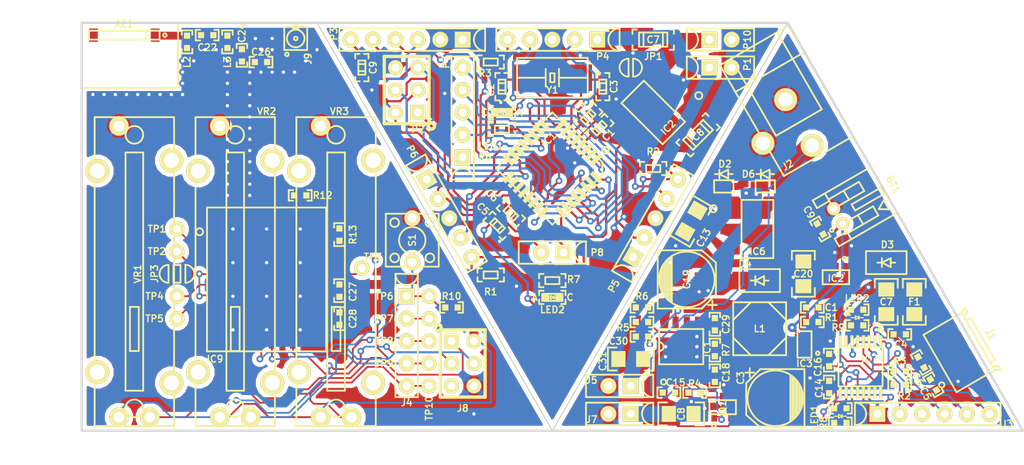
<source format=kicad_pcb>
(kicad_pcb (version 3) (host pcbnew "(2014-05-01 BZR 4839)-product")
  (layers (15 F.Cu signal) (0 B.Cu signal hide) (18 B.Paste user) (19 F.Paste user) (20 B.SilkS user) (21 F.SilkS user) (22 B.Mask user) (23 F.Mask user) (28 Edge.Cuts user))
  (net 0 "")
  (net 1 +5V)
  (net 2 /CC_EN)
  (net 3 /CC_IRQ)
  (net 4 /CC_MISO)
  (net 5 /CC_MOSI)
  (net 6 /CC_SCK)
  (net 7 /CC_SEL)
  (net 8 /DC_IN)
  (net 9 /POT_0)
  (net 10 /SW_1)
  (net 11 /USB_CTS)
  (net 12 /USB_DM)
  (net 13 /USB_DP)
  (net 14 /USB_RTS)
  (net 15 /USB_RX)
  (net 16 /USB_TX)
  (net 17 /V_FTDI)
  (net 18 /V_LED)
  (net 19 /V_USB)
  (net 20 GND)
  (net 21 "Net-(AE1-Pad1)")
  (net 22 "Net-(C18-Pad1)")
  (net 23 "Net-(C22-Pad2)")
  (net 24 "Net-(C24-Pad1)")
  (net 25 "Net-(C26-Pad2)")
  (net 26 "Net-(C29-Pad2)")
  (net 27 "Net-(C30-Pad1)")
  (net 28 "Net-(C4-Pad2)")
  (net 29 "Net-(C5-Pad1)")
  (net 30 "Net-(C6-Pad1)")
  (net 31 "Net-(D4-Pad2)")
  (net 32 "Net-(IC1-Pad3)")
  (net 33 "Net-(IC1-Pad6)")
  (net 34 "Net-(IC7-Pad14)")
  (net 35 "Net-(IC7-Pad15)")
  (net 36 "Net-(IC7-Pad7)")
  (net 37 "Net-(IC9-Pad2)")
  (net 38 "Net-(IC9-Pad24)")
  (net 39 "Net-(IC9-Pad27)")
  (net 40 "Net-(IC9-Pad28)")
  (net 41 "Net-(IC9-Pad29)")
  (net 42 "Net-(IC9-Pad3)")
  (net 43 "Net-(IC9-Pad30)")
  (net 44 "Net-(IC9-Pad4)")
  (net 45 "Net-(IC9-Pad5)")
  (net 46 "Net-(IC9-Pad6)")
  (net 47 "Net-(IC9-Pad8)")
  (net 48 "Net-(J1-Pad4)")
  (net 49 "Net-(J8-Pad5)")
  (net 50 "Net-(LED1-Pad1)")
  (net 51 "Net-(LED2-Pad1)")
  (net 52 VCC)
  (net 53 "Net-(IC7-Pad16)")
  (net 54 /VSUP)
  (net 55 "Net-(C13-Pad1)")
  (net 56 "Net-(BT1-Pad1)")
  (module johanson:JOHANSON-2500AT44M0400_2.4GHz-chip-antenna (layer F.Cu) (at 124.206 94.869 180)
    (fp_text reference AE1 (at 0 1.27 180) (layer F.SilkS) (effects (font (size 0.762 0.762) (thickness 0.1524))))
    (fp_text value 2500AT44M0400E hide)
    (pad 1 smd rect (at -3.5 0 180) (size 1 1.5) (layers F.Cu F.Paste F.Mask) (net 21 "Net-(AE1-Pad1)"))
    (pad 2 smd rect (at 3.5 0 180) (size 1 1.5) (layers F.Cu F.Paste F.Mask))
  )
  (module "passive-smd:0603(1608m)" (layer F.Cu) (at 202.184 125.73)
    (fp_text reference C1 (at 2.159 0) (layer F.SilkS) (effects (font (size 0.762 0.762) (thickness 0.1524))))
    (fp_text value 1uF hide)
    (pad 1 smd rect (at -0.7 0) (size 0.7 0.7) (layers F.Cu F.Paste F.SilkS F.Mask) (net 1 +5V))
    (pad 2 smd rect (at 0.7 0) (size 0.7 0.7) (layers F.Cu F.Paste F.SilkS F.Mask) (net 20 GND))
  )
  (module "passive-smd:0603(1608m)" (layer F.Cu) (at 212.09 128.778)
    (fp_text reference C4 (at 0.127 1.143) (layer F.SilkS) (effects (font (size 0.762 0.762) (thickness 0.1524))))
    (fp_text value 0.1uF hide)
    (pad 1 smd rect (at -0.7 0) (size 0.7 0.7) (layers F.Cu F.Paste F.SilkS F.Mask) (net 20 GND))
    (pad 2 smd rect (at 0.7 0) (size 0.7 0.7) (layers F.Cu F.Paste F.SilkS F.Mask) (net 28 "Net-(C4-Pad2)"))
  )
  (module "passive-smd:0603(1608m)" (layer F.Cu) (at 215.9 134.493 300)
    (fp_text reference C5 (at 0.435382 1.277897 300) (layer F.SilkS) (effects (font (size 0.762 0.762) (thickness 0.1524))))
    (fp_text value 47pF hide)
    (pad 1 smd rect (at -0.7 0 300) (size 0.7 0.7) (layers F.Cu F.Paste F.SilkS F.Mask) (net 29 "Net-(C5-Pad1)"))
    (pad 2 smd rect (at 0.7 0 300) (size 0.7 0.7) (layers F.Cu F.Paste F.SilkS F.Mask) (net 20 GND))
  )
  (module "passive-smd:0603(1608m)" (layer F.Cu) (at 214.503 131.953 120)
    (fp_text reference C6 (at -1.459278 -1.282456 120) (layer F.SilkS) (effects (font (size 0.762 0.762) (thickness 0.1524))))
    (fp_text value 47pF hide)
    (pad 1 smd rect (at -0.7 0 120) (size 0.7 0.7) (layers F.Cu F.Paste F.SilkS F.Mask) (net 30 "Net-(C6-Pad1)"))
    (pad 2 smd rect (at 0.7 0 120) (size 0.7 0.7) (layers F.Cu F.Paste F.SilkS F.Mask) (net 20 GND))
  )
  (module "passive-smd:1206(3216m)" (layer F.Cu) (at 210.566 125.095 90)
    (fp_text reference C7 (at 0 0 180) (layer F.SilkS) (effects (font (size 0.762 0.762) (thickness 0.1524))))
    (fp_text value 10uF hide)
    (pad 1 smd rect (at -1.4 0 90) (size 1.6 1.8) (layers F.Cu F.Paste F.SilkS F.Mask) (net 20 GND))
    (pad 2 smd rect (at 1.4 0 90) (size 1.6 1.8) (layers F.Cu F.Paste F.SilkS F.Mask) (net 19 /V_USB))
  )
  (module "passive-smd:0603(1608m)" (layer F.Cu) (at 203.073 116.84 120)
    (fp_text reference C9 (at 2.284778 -0.147352 120) (layer F.SilkS) (effects (font (size 0.762 0.762) (thickness 0.1524))))
    (fp_text value 1uF hide)
    (pad 1 smd rect (at -0.7 0 120) (size 0.7 0.7) (layers F.Cu F.Paste F.SilkS F.Mask) (net 56 "Net-(BT1-Pad1)"))
    (pad 2 smd rect (at 0.7 0 120) (size 0.7 0.7) (layers F.Cu F.Paste F.SilkS F.Mask) (net 20 GND))
  )
  (module "passive-smd:1206(3216m)" (layer F.Cu) (at 188.468 115.951 240)
    (fp_text reference C13 (at 0.951278 -2.162337 240) (layer F.SilkS) (effects (font (size 0.762 0.762) (thickness 0.1524))))
    (fp_text value 10uF hide)
    (pad 1 smd rect (at -1.4 0 240) (size 1.6 1.8) (layers F.Cu F.Paste F.SilkS F.Mask) (net 55 "Net-(C13-Pad1)"))
    (pad 2 smd rect (at 1.4 0 240) (size 1.6 1.8) (layers F.Cu F.Paste F.SilkS F.Mask) (net 20 GND))
  )
  (module "passive-smd:0603(1608m)" (layer F.Cu) (at 204.089 134.747 270)
    (fp_text reference C14 (at 0.127 1.143 270) (layer F.SilkS) (effects (font (size 0.762 0.762) (thickness 0.1524))))
    (fp_text value 0.1uF hide)
    (pad 1 smd rect (at -0.7 0 270) (size 0.7 0.7) (layers F.Cu F.Paste F.SilkS F.Mask) (net 17 /V_FTDI))
    (pad 2 smd rect (at 0.7 0 270) (size 0.7 0.7) (layers F.Cu F.Paste F.SilkS F.Mask) (net 20 GND))
  )
  (module "passive-smd:0603(1608m)" (layer F.Cu) (at 185.928 135.382)
    (fp_text reference C15 (at 0.762 -1.143) (layer F.SilkS) (effects (font (size 0.762 0.762) (thickness 0.1524))))
    (fp_text value 1uF hide)
    (pad 1 smd rect (at -0.7 0) (size 0.7 0.7) (layers F.Cu F.Paste F.SilkS F.Mask) (net 20 GND))
    (pad 2 smd rect (at 0.7 0) (size 0.7 0.7) (layers F.Cu F.Paste F.SilkS F.Mask) (net 54 /VSUP))
  )
  (module "passive-smd:0603(1608m)" (layer F.Cu) (at 204.089 131.699 90)
    (fp_text reference C16 (at -0.762 -1.27 90) (layer F.SilkS) (effects (font (size 0.762 0.762) (thickness 0.1524))))
    (fp_text value 0.1uF hide)
    (pad 1 smd rect (at -0.7 0 90) (size 0.7 0.7) (layers F.Cu F.Paste F.SilkS F.Mask) (net 19 /V_USB))
    (pad 2 smd rect (at 0.7 0 90) (size 0.7 0.7) (layers F.Cu F.Paste F.SilkS F.Mask) (net 20 GND))
  )
  (module capacitor:PANA-D_CHEMI-F_SM-ALUMINUM (layer F.Cu) (at 187.96 122.555 180)
    (fp_text reference C19 (at 0 0 270) (layer F.SilkS) (effects (font (size 0.762 0.762) (thickness 0.1524))))
    (fp_text value 100uF hide)
    (pad 1 smd rect (at -2.5 0 180) (size 3.2 1.6) (layers F.Cu F.Paste F.Mask) (net 18 /V_LED))
    (pad 2 smd rect (at 2.5 0 180) (size 3.2 1.6) (layers F.Cu F.Paste F.Mask) (net 20 GND))
  )
  (module "passive-smd:1206(3216m)" (layer F.Cu) (at 201.168 121.92 270)
    (fp_text reference C20 (at 0 0 360) (layer F.SilkS) (effects (font (size 0.762 0.762) (thickness 0.1524))))
    (fp_text value 22uF hide)
    (pad 1 smd rect (at -1.4 0 270) (size 1.6 1.8) (layers F.Cu F.Paste F.SilkS F.Mask) (net 1 +5V))
    (pad 2 smd rect (at 1.4 0 270) (size 1.6 1.8) (layers F.Cu F.Paste F.SilkS F.Mask) (net 20 GND))
  )
  (module "passive-smd:0603(1608m)" (layer F.Cu) (at 133.604 94.869)
    (fp_text reference C22 (at 0 1.397) (layer F.SilkS) (effects (font (size 0.762 0.762) (thickness 0.1524))))
    (fp_text value 2.2pF hide)
    (pad 1 smd rect (at -0.7 0) (size 0.7 0.7) (layers F.Cu F.Paste F.SilkS F.Mask) (net 21 "Net-(AE1-Pad1)"))
    (pad 2 smd rect (at 0.7 0) (size 0.7 0.7) (layers F.Cu F.Paste F.SilkS F.Mask) (net 23 "Net-(C22-Pad2)"))
  )
  (module "passive-smd:0603(1608m)" (layer F.Cu) (at 137.541 97.155 90)
    (fp_text reference C24 (at 2.54 0 90) (layer F.SilkS) (effects (font (size 0.762 0.762) (thickness 0.1524))))
    (fp_text value 10pF hide)
    (pad 1 smd rect (at -0.7 0 90) (size 0.7 0.7) (layers F.Cu F.Paste F.SilkS F.Mask) (net 24 "Net-(C24-Pad1)"))
    (pad 2 smd rect (at 0.7 0 90) (size 0.7 0.7) (layers F.Cu F.Paste F.SilkS F.Mask) (net 23 "Net-(C22-Pad2)"))
  )
  (module "passive-smd:0603(1608m)" (layer F.Cu) (at 139.7 97.917)
    (fp_text reference C26 (at 0 -1.143) (layer F.SilkS) (effects (font (size 0.762 0.762) (thickness 0.1524))))
    (fp_text value "DNP(10pF)" hide)
    (pad 1 smd rect (at -0.7 0) (size 0.7 0.7) (layers F.Cu F.Paste F.SilkS F.Mask) (net 24 "Net-(C24-Pad1)"))
    (pad 2 smd rect (at 0.7 0) (size 0.7 0.7) (layers F.Cu F.Paste F.SilkS F.Mask) (net 25 "Net-(C26-Pad2)"))
  )
  (module "passive-smd:0603(1608m)" (layer F.Cu) (at 148.59 123.825 270)
    (fp_text reference C27 (at 0.127 -1.524 270) (layer F.SilkS) (effects (font (size 0.762 0.762) (thickness 0.1524))))
    (fp_text value 1uF hide)
    (pad 1 smd rect (at -0.7 0 270) (size 0.7 0.7) (layers F.Cu F.Paste F.SilkS F.Mask) (net 52 VCC))
    (pad 2 smd rect (at 0.7 0 270) (size 0.7 0.7) (layers F.Cu F.Paste F.SilkS F.Mask) (net 20 GND))
  )
  (module "passive-smd:0603(1608m)" (layer F.Cu) (at 148.59 127 270)
    (fp_text reference C28 (at 0 -1.524 270) (layer F.SilkS) (effects (font (size 0.762 0.762) (thickness 0.1524))))
    (fp_text value 1uF hide)
    (pad 1 smd rect (at -0.7 0 270) (size 0.7 0.7) (layers F.Cu F.Paste F.SilkS F.Mask) (net 20 GND))
    (pad 2 smd rect (at 0.7 0 270) (size 0.7 0.7) (layers F.Cu F.Paste F.SilkS F.Mask) (net 52 VCC))
  )
  (module "passive-smd:1206(3216m)" (layer F.Cu) (at 213.741 125.095 90)
    (fp_text reference F1 (at 0 0 180) (layer F.SilkS) (effects (font (size 0.762 0.762) (thickness 0.1524))))
    (fp_text value 2A hide)
    (pad 1 smd rect (at -1.4 0 90) (size 1.6 1.8) (layers F.Cu F.Paste F.SilkS F.Mask) (net 28 "Net-(C4-Pad2)"))
    (pad 2 smd rect (at 1.4 0 90) (size 1.6 1.8) (layers F.Cu F.Paste F.SilkS F.Mask) (net 19 /V_USB))
  )
  (module sot:SOT23-5 (layer F.Cu) (at 204.851 122.301 270)
    (fp_text reference IC2 (at 0.127 0 360) (layer F.SilkS) (effects (font (size 0.762 0.762) (thickness 0.1524))))
    (fp_text value MCP73811 hide)
    (pad 1 smd rect (at -1.1 -0.95 270) (size 1.06 0.65) (layers F.Cu F.Paste F.Mask) (net 1 +5V))
    (pad 2 smd rect (at -1.1 0 270) (size 1.06 0.65) (layers F.Cu F.Paste F.Mask) (net 20 GND))
    (pad 3 smd rect (at -1.1 0.95 270) (size 1.06 0.65) (layers F.Cu F.Paste F.Mask) (net 56 "Net-(BT1-Pad1)"))
    (pad 4 smd rect (at 1.1 0.95 270) (size 1.06 0.65) (layers F.Cu F.Paste F.Mask) (net 1 +5V))
    (pad 5 smd rect (at 1.1 -0.95 270) (size 1.06 0.65) (layers F.Cu F.Paste F.Mask) (net 1 +5V))
  )
  (module sot:SOT223 (layer F.Cu) (at 195.961 116.84)
    (fp_text reference IC6 (at 0 2.54) (layer F.SilkS) (effects (font (size 0.762 0.762) (thickness 0.1524))))
    (fp_text value LM1117_5.0 hide)
    (pad 1 smd rect (at -3.1 -2.3) (size 2.2 1.2) (layers F.Cu F.Paste F.Mask) (net 20 GND))
    (pad 2 smd rect (at -3.1 0) (size 2.2 1.2) (layers F.Cu F.Paste F.Mask) (net 1 +5V))
    (pad 3 smd rect (at -3.1 2.3) (size 2.2 1.2) (layers F.Cu F.Paste F.Mask) (net 55 "Net-(C13-Pad1)"))
    (pad 0 smd rect (at 3.1 0) (size 2.2 3.5) (layers F.Cu F.Paste F.Mask) (net 1 +5V))
  )
  (module sop:SSOP16 (layer F.Cu) (at 207.645 132.461 270)
    (fp_text reference IC7 (at -0.889 -1.016 360) (layer F.SilkS) (effects (font (size 0.762 0.762) (thickness 0.1524))))
    (fp_text value FT230X_SOP hide)
    (pad 9 smd rect (at 2.87528 2.27584 270) (size 1.39954 0.35052) (layers F.Cu F.Paste F.SilkS F.Mask) (net 12 /USB_DM))
    (pad 10 smd rect (at 2.87528 1.6256 270) (size 1.39954 0.35052) (layers F.Cu F.Paste F.SilkS F.Mask) (net 17 /V_FTDI))
    (pad 11 smd rect (at 2.87528 0.97536 270) (size 1.39954 0.35052) (layers F.Cu F.Paste F.SilkS F.Mask) (net 17 /V_FTDI))
    (pad 12 smd rect (at 2.87528 0.32512 270) (size 1.39954 0.35052) (layers F.Cu F.Paste F.SilkS F.Mask) (net 19 /V_USB))
    (pad 13 smd rect (at 2.87528 -0.32512 270) (size 1.39954 0.35052) (layers F.Cu F.Paste F.SilkS F.Mask) (net 20 GND))
    (pad 14 smd rect (at 2.87528 -0.97536 270) (size 1.39954 0.35052) (layers F.Cu F.Paste F.SilkS F.Mask) (net 34 "Net-(IC7-Pad14)"))
    (pad 15 smd rect (at 2.87528 -1.6256 270) (size 1.39954 0.35052) (layers F.Cu F.Paste F.SilkS F.Mask) (net 35 "Net-(IC7-Pad15)"))
    (pad 16 smd rect (at 2.87528 -2.27584 270) (size 1.39954 0.35052) (layers F.Cu F.Paste F.SilkS F.Mask) (net 53 "Net-(IC7-Pad16)"))
    (pad 1 smd rect (at -2.87528 -2.27584 270) (size 1.39954 0.35052) (layers F.Cu F.Paste F.SilkS F.Mask) (net 16 /USB_TX))
    (pad 2 smd rect (at -2.87528 -1.6256 270) (size 1.39954 0.35052) (layers F.Cu F.Paste F.SilkS F.Mask) (net 14 /USB_RTS))
    (pad 3 smd rect (at -2.87528 -0.97536 270) (size 1.39954 0.35052) (layers F.Cu F.Paste F.SilkS F.Mask) (net 17 /V_FTDI))
    (pad 4 smd rect (at -2.87528 -0.32512 270) (size 1.39954 0.35052) (layers F.Cu F.Paste F.SilkS F.Mask) (net 15 /USB_RX))
    (pad 5 smd rect (at -2.87528 0.32512 270) (size 1.39954 0.35052) (layers F.Cu F.Paste F.SilkS F.Mask) (net 20 GND))
    (pad 6 smd rect (at -2.87528 0.97536 270) (size 1.39954 0.35052) (layers F.Cu F.Paste F.SilkS F.Mask) (net 11 /USB_CTS))
    (pad 7 smd rect (at -2.87528 1.6256 270) (size 1.39954 0.35052) (layers F.Cu F.Paste F.SilkS F.Mask) (net 36 "Net-(IC7-Pad7)"))
    (pad 8 smd rect (at -2.87528 2.27584 270) (size 1.39954 0.35052) (layers F.Cu F.Paste F.SilkS F.Mask) (net 13 /USB_DP))
  )
  (module texas:CC3000 (layer F.Cu) (at 140.335 122.555)
    (fp_text reference IC9 (at -5.842 9.017) (layer F.SilkS) (effects (font (size 0.762 0.762) (thickness 0.1524))))
    (fp_text value CC3000 hide)
    (pad 37 smd rect (at -2.15 -3.6) (size 2.4 1.9) (layers F.Cu F.Paste F.Mask) (net 20 GND))
    (pad 38 smd rect (at -2.15 0) (size 2.4 1.9) (layers F.Cu F.Paste F.Mask) (net 20 GND))
    (pad 39 smd rect (at -2.15 3.6) (size 2.4 1.9) (layers F.Cu F.Paste F.Mask) (net 20 GND))
    (pad 40 smd rect (at 2.15 -3.6) (size 2.4 1.9) (layers F.Cu F.Paste F.Mask) (net 20 GND))
    (pad 41 smd rect (at 2.15 0) (size 2.4 1.9) (layers F.Cu F.Paste F.Mask) (net 20 GND))
    (pad 42 smd rect (at 2.15 3.6) (size 2.4 1.9) (layers F.Cu F.Paste F.Mask) (net 20 GND))
    (pad 44 smd rect (at -5.85 7.25) (size 1.2 1.2) (layers F.Cu F.Paste F.Mask) (net 20 GND))
    (pad 45 smd rect (at 5.85 7.25) (size 1.2 1.2) (layers F.Cu F.Paste F.Mask) (net 20 GND))
    (pad 46 smd rect (at 5.85 -7.25) (size 1.2 1.2) (layers F.Cu F.Paste F.Mask) (net 20 GND))
    (pad 43 smd rect (at -5.85 -7.25) (size 1.2 1.2) (layers F.Cu F.Paste F.Mask) (net 20 GND))
    (pad 1 smd rect (at -5.85 -5.4) (size 1.2 0.7) (layers F.Cu F.Paste F.Mask) (net 20 GND))
    (pad 2 smd rect (at -5.85 -4.2) (size 1.2 0.7) (layers F.Cu F.Paste F.Mask) (net 37 "Net-(IC9-Pad2)"))
    (pad 3 smd rect (at -5.85 -3) (size 1.2 0.7) (layers F.Cu F.Paste F.Mask) (net 42 "Net-(IC9-Pad3)"))
    (pad 4 smd rect (at -5.85 -1.8) (size 1.2 0.7) (layers F.Cu F.Paste F.Mask) (net 44 "Net-(IC9-Pad4)"))
    (pad 5 smd rect (at -5.85 -0.6) (size 1.2 0.7) (layers F.Cu F.Paste F.Mask) (net 45 "Net-(IC9-Pad5)"))
    (pad 6 smd rect (at -5.85 0.6) (size 1.2 0.7) (layers F.Cu F.Paste F.Mask) (net 46 "Net-(IC9-Pad6)"))
    (pad 7 smd rect (at -5.85 1.8) (size 1.2 0.7) (layers F.Cu F.Paste F.Mask) (net 45 "Net-(IC9-Pad5)"))
    (pad 8 smd rect (at -5.85 3) (size 1.2 0.7) (layers F.Cu F.Paste F.Mask) (net 47 "Net-(IC9-Pad8)"))
    (pad 9 smd rect (at -5.85 4.2) (size 1.2 0.7) (layers F.Cu F.Paste F.Mask) (net 20 GND))
    (pad 10 smd rect (at -5.85 5.4) (size 1.2 0.7) (layers F.Cu F.Paste F.Mask) (net 20 GND))
    (pad 11 smd rect (at -4.2 7.25 90) (size 1.2 0.7) (layers F.Cu F.Paste F.Mask) (net 20 GND))
    (pad 12 smd rect (at -3 7.25 90) (size 1.2 0.7) (layers F.Cu F.Paste F.Mask) (net 7 /CC_SEL))
    (pad 13 smd rect (at -1.8 7.25 90) (size 1.2 0.7) (layers F.Cu F.Paste F.Mask) (net 4 /CC_MISO))
    (pad 14 smd rect (at -0.6 7.25 90) (size 1.2 0.7) (layers F.Cu F.Paste F.Mask) (net 3 /CC_IRQ))
    (pad 15 smd rect (at 0.6 7.25 90) (size 1.2 0.7) (layers F.Cu F.Paste F.Mask) (net 5 /CC_MOSI))
    (pad 16 smd rect (at 1.8 7.25 90) (size 1.2 0.7) (layers F.Cu F.Paste F.Mask) (net 20 GND))
    (pad 17 smd rect (at 3 7.25 90) (size 1.2 0.7) (layers F.Cu F.Paste F.Mask) (net 6 /CC_SCK))
    (pad 18 smd rect (at 4.2 7.25 90) (size 1.2 0.7) (layers F.Cu F.Paste F.Mask) (net 20 GND))
    (pad 19 smd rect (at 5.85 5.4) (size 1.2 0.7) (layers F.Cu F.Paste F.Mask) (net 52 VCC))
    (pad 20 smd rect (at 5.85 4.2) (size 1.2 0.7) (layers F.Cu F.Paste F.Mask) (net 20 GND))
    (pad 21 smd rect (at 5.85 3) (size 1.2 0.7) (layers F.Cu F.Paste F.Mask) (net 20 GND))
    (pad 22 smd rect (at 5.85 1.8) (size 1.2 0.7) (layers F.Cu F.Paste F.Mask) (net 20 GND))
    (pad 23 smd rect (at 5.85 0.6) (size 1.2 0.7) (layers F.Cu F.Paste F.Mask) (net 52 VCC))
    (pad 24 smd rect (at 5.85 -0.6) (size 1.2 0.7) (layers F.Cu F.Paste F.Mask) (net 38 "Net-(IC9-Pad24)"))
    (pad 25 smd rect (at 5.85 -1.8) (size 1.2 0.7) (layers F.Cu F.Paste F.Mask) (net 20 GND))
    (pad 26 smd rect (at 5.85 -3) (size 1.2 0.7) (layers F.Cu F.Paste F.Mask) (net 2 /CC_EN))
    (pad 27 smd rect (at 5.85 -4.2) (size 1.2 0.7) (layers F.Cu F.Paste F.Mask) (net 39 "Net-(IC9-Pad27)"))
    (pad 28 smd rect (at 5.85 -5.4) (size 1.2 0.7) (layers F.Cu F.Paste F.Mask) (net 40 "Net-(IC9-Pad28)"))
    (pad 29 smd rect (at 4.2 -7.25 90) (size 1.2 0.7) (layers F.Cu F.Paste F.Mask) (net 41 "Net-(IC9-Pad29)"))
    (pad 30 smd rect (at 3 -7.25 90) (size 1.2 0.7) (layers F.Cu F.Paste F.Mask) (net 43 "Net-(IC9-Pad30)"))
    (pad 31 smd rect (at 1.8 -7.25 90) (size 1.2 0.7) (layers F.Cu F.Paste F.Mask) (net 20 GND))
    (pad 32 smd rect (at 0.6 -7.25 90) (size 1.2 0.7) (layers F.Cu F.Paste F.Mask) (net 20 GND))
    (pad 33 smd rect (at -0.6 -7.25 90) (size 1.2 0.7) (layers F.Cu F.Paste F.Mask) (net 20 GND))
    (pad 34 smd rect (at -1.8 -7.25 90) (size 1.2 0.7) (layers F.Cu F.Paste F.Mask) (net 20 GND))
    (pad 35 smd rect (at -3 -7.25 90) (size 1.2 0.7) (layers F.Cu F.Paste F.Mask) (net 24 "Net-(C24-Pad1)"))
    (pad 36 smd rect (at -4.2 -7.25 90) (size 1.2 0.7) (layers F.Cu F.Paste F.Mask) (net 20 GND))
  )
  (module connect-sm:MICROUSB_sm (layer F.Cu) (at 219.075 130.683 120)
    (fp_text reference J1 (at 0 3.81 120) (layer F.SilkS) (effects (font (size 0.762 0.762) (thickness 0.1524))))
    (fp_text value MICROUSB hide)
    (pad 1 smd rect (at -1.3 -2.8 210) (size 1.4 0.4) (layers F.Cu F.Paste F.Mask) (net 28 "Net-(C4-Pad2)"))
    (pad 2 smd rect (at -0.65 -2.8 210) (size 1.4 0.4) (layers F.Cu F.Paste F.Mask) (net 29 "Net-(C5-Pad1)"))
    (pad 3 smd rect (at 0 -2.8 210) (size 1.4 0.4) (layers F.Cu F.Paste F.Mask) (net 30 "Net-(C6-Pad1)"))
    (pad 4 smd rect (at 0.65 -2.8 210) (size 1.4 0.4) (layers F.Cu F.Paste F.Mask) (net 48 "Net-(J1-Pad4)"))
    (pad 5 smd rect (at 1.3 -2.8 210) (size 1.4 0.4) (layers F.Cu F.Paste F.Mask) (net 20 GND))
    (pad "" smd rect (at -3.75 0.05 210) (size 1.9 2.3) (layers F.Cu F.Paste F.Mask))
    (pad "" smd rect (at 3.75 0.05 210) (size 1.9 2.3) (layers F.Cu F.Paste F.Mask))
    (pad "" smd rect (at 1.15 0.05 210) (size 1.9 1.8) (layers F.Cu F.Paste F.Mask))
    (pad "" smd rect (at -1.15 0.05 210) (size 1.9 1.8) (layers F.Cu F.Paste F.Mask))
  )
  (module sip:SIP6 (layer F.Cu) (at 215.9 137.795)
    (fp_text reference J3 (at 8.382 1.143) (layer F.SilkS) (effects (font (size 0.762 0.762) (thickness 0.1524))))
    (fp_text value SERIAL hide)
    (pad 1 thru_hole rect (at -6.35 0) (size 1.8 1.8) (drill 0.9) (layers *.Cu *.Mask F.SilkS) (net 20 GND))
    (pad 2 thru_hole circle (at -3.81 0) (size 1.8 1.8) (drill 0.9) (layers *.Cu *.Mask F.SilkS) (net 11 /USB_CTS))
    (pad 3 thru_hole circle (at -1.27 0) (size 1.8 1.8) (drill 0.9) (layers *.Cu *.Mask F.SilkS) (net 52 VCC))
    (pad 5 thru_hole circle (at 3.81 0) (size 1.8 1.8) (drill 0.9) (layers *.Cu *.Mask F.SilkS) (net 15 /USB_RX))
    (pad 6 thru_hole circle (at 6.35 0) (size 1.8 1.8) (drill 0.9) (layers *.Cu *.Mask F.SilkS) (net 14 /USB_RTS))
    (pad 4 thru_hole circle (at 1.27 0) (size 1.8 1.8) (drill 0.9) (layers *.Cu *.Mask F.SilkS) (net 16 /USB_TX))
  )
  (module sip:SIP5 (layer F.Cu) (at 156.21 129.54 270)
    (fp_text reference J4 (at 6.985 0 360) (layer F.SilkS) (effects (font (size 0.762 0.762) (thickness 0.1524))))
    (fp_text value 5PIN_INPUT hide)
    (pad 1 thru_hole rect (at -5.08 0 270) (size 1.8 1.8) (drill 0.9) (layers *.Cu *.Mask F.SilkS) (net 3 /CC_IRQ))
    (pad 2 thru_hole circle (at -2.54 0 270) (size 1.8 1.8) (drill 0.9) (layers *.Cu *.Mask F.SilkS) (net 10 /SW_1))
    (pad 3 thru_hole circle (at 0 0 270) (size 1.8 1.8) (drill 0.9) (layers *.Cu *.Mask F.SilkS) (net 9 /POT_0))
    (pad 5 thru_hole circle (at 5.08 0 270) (size 1.8 1.8) (drill 0.9) (layers *.Cu *.Mask F.SilkS) (net 7 /CC_SEL))
    (pad 4 thru_hole circle (at 2.54 0 270) (size 1.8 1.8) (drill 0.9) (layers *.Cu *.Mask F.SilkS) (net 2 /CC_EN))
  )
  (module sip:SIP2 (layer F.Cu) (at 180.34 134.62 180)
    (fp_text reference J5 (at 3.175 0.635 180) (layer F.SilkS) (effects (font (size 0.762 0.762) (thickness 0.1524))))
    (fp_text value 2PIN_POWER hide)
    (pad 1 thru_hole rect (at -1.27 0 180) (size 1.8 1.8) (drill 0.9) (layers *.Cu *.Mask F.SilkS) (net 18 /V_LED))
    (pad 2 thru_hole circle (at 1.27 0 180) (size 1.8 1.8) (drill 0.9) (layers *.Cu *.Mask F.SilkS) (net 20 GND))
  )
  (module sip:SIP2 (layer F.Cu) (at 180.34 137.795 180)
    (fp_text reference J7 (at 3.175 -0.635 180) (layer F.SilkS) (effects (font (size 0.762 0.762) (thickness 0.1524))))
    (fp_text value 2PIN_POWER hide)
    (pad 1 thru_hole rect (at -1.27 0 180) (size 1.8 1.8) (drill 0.9) (layers *.Cu *.Mask F.SilkS) (net 54 /VSUP))
    (pad 2 thru_hole circle (at 1.27 0 180) (size 1.8 1.8) (drill 0.9) (layers *.Cu *.Mask F.SilkS) (net 20 GND))
  )
  (module connect-thru:2x3-ARRAY_P100mil (layer F.Cu) (at 162.56 132.08)
    (fp_text reference J8 (at 0 5.08) (layer F.SilkS) (effects (font (size 0.762 0.762) (thickness 0.1524))))
    (fp_text value AVR_ISP hide)
    (pad 1 thru_hole rect (at -1.27 -2.54) (size 1.7 1.7) (drill 0.9) (layers *.Cu *.Mask F.SilkS) (net 4 /CC_MISO))
    (pad 2 thru_hole circle (at 1.27 -2.54) (size 1.7 1.7) (drill 0.9) (layers *.Cu *.Mask F.SilkS) (net 52 VCC))
    (pad 3 thru_hole circle (at -1.27 0) (size 1.7 1.7) (drill 0.9) (layers *.Cu *.Mask F.SilkS) (net 6 /CC_SCK))
    (pad 4 thru_hole circle (at 1.27 0) (size 1.7 1.7) (drill 0.9) (layers *.Cu *.Mask F.SilkS) (net 5 /CC_MOSI))
    (pad 5 thru_hole circle (at -1.27 2.54) (size 1.7 1.7) (drill 0.9) (layers *.Cu *.Mask F.SilkS) (net 49 "Net-(J8-Pad5)"))
    (pad 6 thru_hole circle (at 1.27 2.54) (size 1.7 1.7) (drill 0.9) (layers *.Cu *.Mask F.SilkS) (net 20 GND))
  )
  (module connect-sm:U.FL-COAX (layer F.Cu) (at 143.637 95.25 90)
    (fp_text reference J9 (at -2.286 1.397 90) (layer F.SilkS) (effects (font (size 0.762 0.762) (thickness 0.1524))))
    (fp_text value UF.L hide)
    (pad 1 smd rect (at -1.5 0 90) (size 1 1) (layers F.Cu F.Paste F.Mask) (net 25 "Net-(C26-Pad2)"))
    (pad 2 smd rect (at 0 -1.5 90) (size 2.2 1) (layers F.Cu F.Paste F.Mask) (net 20 GND))
    (pad 3 smd rect (at 0 1.5 90) (size 2.2 1) (layers F.Cu F.Paste F.Mask) (net 20 GND))
  )
  (module jumper:SOLDER-JUMPER_2-WAY (layer F.Cu) (at 130.175 121.92 180)
    (fp_text reference JP3 (at 2.54 0 270) (layer F.SilkS) (effects (font (size 0.762 0.762) (thickness 0.1524))))
    (fp_text value MODE-SEL hide)
    (pad 1 smd rect (at -1.35 0 180) (size 1 1) (layers F.Cu F.Paste F.Mask) (net 45 "Net-(IC9-Pad5)"))
    (pad 3 smd rect (at 1.35 0 180) (size 1 1) (layers F.Cu F.Paste F.Mask) (net 20 GND))
    (pad 2 smd rect (at 0 0 180) (size 1 1) (layers F.Cu F.Paste F.Mask) (net 45 "Net-(IC9-Pad5)"))
  )
  (module "passive-smd:0603(1608m)" (layer F.Cu) (at 131.318 95.631 270)
    (fp_text reference L2 (at 2.286 0 270) (layer F.SilkS) (effects (font (size 0.762 0.762) (thickness 0.1524))))
    (fp_text value DNP hide)
    (pad 1 smd rect (at -0.7 0 270) (size 0.7 0.7) (layers F.Cu F.Paste F.SilkS F.Mask) (net 21 "Net-(AE1-Pad1)"))
    (pad 2 smd rect (at 0.7 0 270) (size 0.7 0.7) (layers F.Cu F.Paste F.SilkS F.Mask) (net 20 GND))
  )
  (module "passive-smd:0603(1608m)" (layer F.Cu) (at 135.89 95.631 270)
    (fp_text reference L3 (at 2.286 0 270) (layer F.SilkS) (effects (font (size 0.762 0.762) (thickness 0.1524))))
    (fp_text value 2.2nH hide)
    (pad 1 smd rect (at -0.7 0 270) (size 0.7 0.7) (layers F.Cu F.Paste F.SilkS F.Mask) (net 23 "Net-(C22-Pad2)"))
    (pad 2 smd rect (at 0.7 0 270) (size 0.7 0.7) (layers F.Cu F.Paste F.SilkS F.Mask) (net 20 GND))
  )
  (module "led:0603(1608m)-SM-LED" (layer F.Cu) (at 205.359 137.16 180)
    (fp_text reference LED1 (at 2.921 -1.016 270) (layer F.SilkS) (effects (font (size 0.762 0.762) (thickness 0.1524))))
    (fp_text value YEL hide)
    (pad 1 smd rect (at -0.7 0 180) (size 0.7 0.7) (layers F.Cu F.Paste F.SilkS F.Mask) (net 50 "Net-(LED1-Pad1)"))
    (pad 2 smd rect (at 0.7 0 180) (size 0.7 0.7) (layers F.Cu F.Paste F.SilkS F.Mask) (net 17 /V_FTDI))
  )
  (module "led:0603(1608m)-SM-LED" (layer F.Cu) (at 207.264 125.984 180)
    (fp_text reference LED2 (at 0 1.27 180) (layer F.SilkS) (effects (font (size 0.762 0.762) (thickness 0.1524))))
    (fp_text value GRN hide)
    (pad 1 smd rect (at -0.7 0 180) (size 0.7 0.7) (layers F.Cu F.Paste F.SilkS F.Mask) (net 51 "Net-(LED2-Pad1)"))
    (pad 2 smd rect (at 0.7 0 180) (size 0.7 0.7) (layers F.Cu F.Paste F.SilkS F.Mask) (net 17 /V_FTDI))
  )
  (module sot:SOT23 (layer F.Cu) (at 192.024 137.033 90)
    (fp_text reference Q1 (at 0 0 90) (layer F.SilkS) (effects (font (size 0.762 0.762) (thickness 0.1524))))
    (fp_text value 2N7002 hide)
    (pad 1 smd rect (at -1.1 -0.95 90) (size 1.06 0.65) (layers F.Cu F.Paste F.Mask) (net 8 /DC_IN))
    (pad 3 smd rect (at 1.1 0 90) (size 1.06 0.65) (layers F.Cu F.Paste F.Mask) (net 32 "Net-(IC1-Pad3)"))
    (pad 2 smd rect (at -1.1 0.95 90) (size 1.06 0.65) (layers F.Cu F.Paste F.Mask) (net 20 GND))
  )
  (module "passive-smd:0603(1608m)" (layer F.Cu) (at 202.184 127.381 180)
    (fp_text reference R1 (at -2.159 0.508 180) (layer F.SilkS) (effects (font (size 0.762 0.762) (thickness 0.1524))))
    (fp_text value 100kΩ hide)
    (pad 1 smd rect (at -0.7 0 180) (size 0.7 0.7) (layers F.Cu F.Paste F.SilkS F.Mask) (net 20 GND))
    (pad 2 smd rect (at 0.7 0 180) (size 0.7 0.7) (layers F.Cu F.Paste F.SilkS F.Mask) (net 1 +5V))
  )
  (module "passive-smd:0603(1608m)" (layer F.Cu) (at 212.09 134.493 180)
    (fp_text reference R2 (at -0.508 -1.27 360) (layer F.SilkS) (effects (font (size 0.762 0.762) (thickness 0.1524))))
    (fp_text value 27Ω hide)
    (pad 1 smd rect (at -0.7 0 180) (size 0.7 0.7) (layers F.Cu F.Paste F.SilkS F.Mask) (net 29 "Net-(C5-Pad1)"))
    (pad 2 smd rect (at 0.7 0 180) (size 0.7 0.7) (layers F.Cu F.Paste F.SilkS F.Mask) (net 12 /USB_DM))
  )
  (module "passive-smd:0603(1608m)" (layer F.Cu) (at 212.09 132.969 180)
    (fp_text reference R3 (at 0 1.143 180) (layer F.SilkS) (effects (font (size 0.762 0.762) (thickness 0.1524))))
    (fp_text value 27Ω hide)
    (pad 1 smd rect (at -0.7 0 180) (size 0.7 0.7) (layers F.Cu F.Paste F.SilkS F.Mask) (net 30 "Net-(C6-Pad1)"))
    (pad 2 smd rect (at 0.7 0 180) (size 0.7 0.7) (layers F.Cu F.Paste F.SilkS F.Mask) (net 13 /USB_DP))
  )
  (module "passive-smd:0603(1608m)" (layer F.Cu) (at 188.849 135.382)
    (fp_text reference R4 (at 0 -1.016) (layer F.SilkS) (effects (font (size 0.762 0.762) (thickness 0.1524))))
    (fp_text value 10k hide)
    (pad 1 smd rect (at -0.7 0) (size 0.7 0.7) (layers F.Cu F.Paste F.SilkS F.Mask) (net 54 /VSUP))
    (pad 2 smd rect (at 0.7 0) (size 0.7 0.7) (layers F.Cu F.Paste F.SilkS F.Mask) (net 32 "Net-(IC1-Pad3)"))
  )
  (module "passive-smd:0603(1608m)" (layer F.Cu) (at 182.88 127.381 180)
    (fp_text reference R5 (at 2.159 -0.635 180) (layer F.SilkS) (effects (font (size 0.762 0.762) (thickness 0.1524))))
    (fp_text value 10kΩ hide)
    (pad 1 smd rect (at -0.7 0 180) (size 0.7 0.7) (layers F.Cu F.Paste F.SilkS F.Mask) (net 33 "Net-(IC1-Pad6)"))
    (pad 2 smd rect (at 0.7 0 180) (size 0.7 0.7) (layers F.Cu F.Paste F.SilkS F.Mask) (net 20 GND))
  )
  (module "passive-smd:0603(1608m)" (layer F.Cu) (at 182.88 125.73 180)
    (fp_text reference R6 (at 0 1.27 180) (layer F.SilkS) (effects (font (size 0.762 0.762) (thickness 0.1524))))
    (fp_text value 47kΩ hide)
    (pad 1 smd rect (at -0.7 0 180) (size 0.7 0.7) (layers F.Cu F.Paste F.SilkS F.Mask) (net 33 "Net-(IC1-Pad6)"))
    (pad 2 smd rect (at 0.7 0 180) (size 0.7 0.7) (layers F.Cu F.Paste F.SilkS F.Mask) (net 18 /V_LED))
  )
  (module "passive-smd:0603(1608m)" (layer F.Cu) (at 191.135 130.556 90)
    (fp_text reference R7 (at 0 1.27 90) (layer F.SilkS) (effects (font (size 0.762 0.762) (thickness 0.1524))))
    (fp_text value 51k hide)
    (pad 1 smd rect (at -0.7 0 90) (size 0.7 0.7) (layers F.Cu F.Paste F.SilkS F.Mask) (net 22 "Net-(C18-Pad1)"))
    (pad 2 smd rect (at 0.7 0 90) (size 0.7 0.7) (layers F.Cu F.Paste F.SilkS F.Mask) (net 26 "Net-(C29-Pad2)"))
  )
  (module "passive-smd:0603(1608m)" (layer F.Cu) (at 205.359 138.811)
    (fp_text reference R8 (at -1.905 0 90) (layer F.SilkS) (effects (font (size 0.762 0.762) (thickness 0.1524))))
    (fp_text value 330Ω hide)
    (pad 1 smd rect (at -0.7 0) (size 0.7 0.7) (layers F.Cu F.Paste F.SilkS F.Mask) (net 34 "Net-(IC7-Pad14)"))
    (pad 2 smd rect (at 0.7 0) (size 0.7 0.7) (layers F.Cu F.Paste F.SilkS F.Mask) (net 50 "Net-(LED1-Pad1)"))
  )
  (module "passive-smd:0603(1608m)" (layer F.Cu) (at 207.264 127.762)
    (fp_text reference R9 (at -2.159 0.254 180) (layer F.SilkS) (effects (font (size 0.762 0.762) (thickness 0.1524))))
    (fp_text value 330Ω hide)
    (pad 1 smd rect (at -0.7 0) (size 0.7 0.7) (layers F.Cu F.Paste F.SilkS F.Mask) (net 36 "Net-(IC7-Pad7)"))
    (pad 2 smd rect (at 0.7 0) (size 0.7 0.7) (layers F.Cu F.Paste F.SilkS F.Mask) (net 51 "Net-(LED2-Pad1)"))
  )
  (module "passive-smd:0603(1608m)" (layer F.Cu) (at 161.29 125.73 180)
    (fp_text reference R10 (at 0 1.27 180) (layer F.SilkS) (effects (font (size 0.762 0.762) (thickness 0.1524))))
    (fp_text value 10kΩ hide)
    (pad 1 smd rect (at -0.7 0 180) (size 0.7 0.7) (layers F.Cu F.Paste F.SilkS F.Mask) (net 52 VCC))
    (pad 2 smd rect (at 0.7 0 180) (size 0.7 0.7) (layers F.Cu F.Paste F.SilkS F.Mask) (net 3 /CC_IRQ))
  )
  (module "passive-smd:0603(1608m)" (layer F.Cu) (at 144.145 113.03)
    (fp_text reference R12 (at 2.54 0) (layer F.SilkS) (effects (font (size 0.762 0.762) (thickness 0.1524))))
    (fp_text value 0Ω hide)
    (pad 1 smd rect (at -0.7 0) (size 0.7 0.7) (layers F.Cu F.Paste F.SilkS F.Mask) (net 43 "Net-(IC9-Pad30)"))
    (pad 2 smd rect (at 0.7 0) (size 0.7 0.7) (layers F.Cu F.Paste F.SilkS F.Mask) (net 41 "Net-(IC9-Pad29)"))
  )
  (module "passive-smd:0603(1608m)" (layer F.Cu) (at 148.59 117.475 270)
    (fp_text reference R13 (at 0 -1.524 270) (layer F.SilkS) (effects (font (size 0.762 0.762) (thickness 0.1524))))
    (fp_text value 0Ω hide)
    (pad 1 smd rect (at -0.7 0 270) (size 0.7 0.7) (layers F.Cu F.Paste F.SilkS F.Mask) (net 40 "Net-(IC9-Pad28)"))
    (pad 2 smd rect (at 0.7 0 270) (size 0.7 0.7) (layers F.Cu F.Paste F.SilkS F.Mask) (net 39 "Net-(IC9-Pad27)"))
  )
  (module connect-thru:1-PIN (layer F.Cu) (at 130.175 116.84)
    (fp_text reference TP1 (at -2.286 0) (layer F.SilkS) (effects (font (size 0.762 0.762) (thickness 0.1524))))
    (fp_text value TEST hide)
    (pad 1 thru_hole circle (at 0 0) (size 1.7 1.7) (drill 0.9) (layers *.Cu *.Mask F.SilkS) (net 37 "Net-(IC9-Pad2)"))
  )
  (module connect-thru:1-PIN (layer F.Cu) (at 130.175 119.38)
    (fp_text reference TP2 (at -2.286 0) (layer F.SilkS) (effects (font (size 0.762 0.762) (thickness 0.1524))))
    (fp_text value TEST hide)
    (pad 1 thru_hole circle (at 0 0) (size 1.7 1.7) (drill 0.9) (layers *.Cu *.Mask F.SilkS) (net 44 "Net-(IC9-Pad4)"))
  )
  (module connect-thru:1-PIN (layer F.Cu) (at 151.13 121.285)
    (fp_text reference TP3 (at 1.27 -1.27) (layer F.SilkS) (effects (font (size 0.762 0.762) (thickness 0.1524))))
    (fp_text value TEST hide)
    (pad 1 thru_hole circle (at 0 0) (size 1.7 1.7) (drill 0.9) (layers *.Cu *.Mask F.SilkS) (net 38 "Net-(IC9-Pad24)"))
  )
  (module connect-thru:1-PIN (layer F.Cu) (at 130.175 124.46)
    (fp_text reference TP4 (at -2.54 0) (layer F.SilkS) (effects (font (size 0.762 0.762) (thickness 0.1524))))
    (fp_text value TEST hide)
    (pad 1 thru_hole circle (at 0 0) (size 1.7 1.7) (drill 0.9) (layers *.Cu *.Mask F.SilkS) (net 46 "Net-(IC9-Pad6)"))
  )
  (module connect-thru:1-PIN (layer F.Cu) (at 130.175 127)
    (fp_text reference TP5 (at -2.54 0) (layer F.SilkS) (effects (font (size 0.762 0.762) (thickness 0.1524))))
    (fp_text value TEST hide)
    (pad 1 thru_hole circle (at 0 0) (size 1.7 1.7) (drill 0.9) (layers *.Cu *.Mask F.SilkS) (net 47 "Net-(IC9-Pad8)"))
  )
  (module connect-thru:1-PIN (layer F.Cu) (at 158.75 124.46)
    (fp_text reference TP6 (at -5.08 0) (layer F.SilkS) (effects (font (size 0.762 0.762) (thickness 0.1524))))
    (fp_text value PIN hide)
    (pad 1 thru_hole circle (at 0 0) (size 1.7 1.7) (drill 0.9) (layers *.Cu *.Mask F.SilkS) (net 3 /CC_IRQ))
  )
  (module connect-thru:1-PIN (layer F.Cu) (at 158.75 127)
    (fp_text reference TP7 (at -5.08 0) (layer F.SilkS) (effects (font (size 0.762 0.762) (thickness 0.1524))))
    (fp_text value PIN hide)
    (pad 1 thru_hole circle (at 0 0) (size 1.7 1.7) (drill 0.9) (layers *.Cu *.Mask F.SilkS) (net 10 /SW_1))
  )
  (module connect-thru:1-PIN (layer F.Cu) (at 158.75 129.54)
    (fp_text reference TP8 (at -5.08 0) (layer F.SilkS) (effects (font (size 0.762 0.762) (thickness 0.1524))))
    (fp_text value PIN hide)
    (pad 1 thru_hole circle (at 0 0) (size 1.7 1.7) (drill 0.9) (layers *.Cu *.Mask F.SilkS) (net 9 /POT_0))
  )
  (module connect-thru:1-PIN (layer F.Cu) (at 158.75 132.08)
    (fp_text reference TP9 (at -5.08 0) (layer F.SilkS) (effects (font (size 0.762 0.762) (thickness 0.1524))))
    (fp_text value PIN hide)
    (pad 1 thru_hole circle (at 0 0) (size 1.7 1.7) (drill 0.9) (layers *.Cu *.Mask F.SilkS) (net 2 /CC_EN))
  )
  (module connect-thru:1-PIN (layer F.Cu) (at 158.75 134.62)
    (fp_text reference TP10 (at 0 2.54 90) (layer F.SilkS) (effects (font (size 0.762 0.762) (thickness 0.1524))))
    (fp_text value PIN hide)
    (pad 1 thru_hole circle (at 0 0) (size 1.7 1.7) (drill 0.9) (layers *.Cu *.Mask F.SilkS) (net 7 /CC_SEL))
  )
  (module capacitor:PANA-D_CHEMI-F_SM-ALUMINUM (layer F.Cu) (at 197.993 136.017)
    (fp_text reference C3 (at -3.937 -2.286 90) (layer F.SilkS) (effects (font (size 0.762 0.762) (thickness 0.1524))))
    (fp_text value 100uF hide)
    (pad 1 smd rect (at -2.5 0) (size 3.2 1.6) (layers F.Cu F.Paste F.Mask) (net 54 /VSUP))
    (pad 2 smd rect (at 2.5 0) (size 3.2 1.6) (layers F.Cu F.Paste F.Mask) (net 20 GND))
  )
  (module "passive-smd:1206(3216m)" (layer F.Cu) (at 187.325 137.795 180)
    (fp_text reference C8 (at 0 0 270) (layer F.SilkS) (effects (font (size 0.762 0.762) (thickness 0.1524))))
    (fp_text value 10uF hide)
    (pad 1 smd rect (at -1.4 0 180) (size 1.6 1.8) (layers F.Cu F.Paste F.SilkS F.Mask) (net 54 /VSUP))
    (pad 2 smd rect (at 1.4 0 180) (size 1.6 1.8) (layers F.Cu F.Paste F.SilkS F.Mask) (net 20 GND))
  )
  (module "passive-smd:0603(1608m)" (layer F.Cu) (at 191.135 133.477 270)
    (fp_text reference C18 (at -0.381 -1.27 270) (layer F.SilkS) (effects (font (size 0.762 0.762) (thickness 0.1524))))
    (fp_text value 47pF hide)
    (pad 1 smd rect (at -0.7 0 270) (size 0.7 0.7) (layers F.Cu F.Paste F.SilkS F.Mask) (net 22 "Net-(C18-Pad1)"))
    (pad 2 smd rect (at 0.7 0 270) (size 0.7 0.7) (layers F.Cu F.Paste F.SilkS F.Mask) (net 20 GND))
  )
  (module "passive-smd:0603(1608m)" (layer F.Cu) (at 191.135 127.635 270)
    (fp_text reference C29 (at 0 -1.27 270) (layer F.SilkS) (effects (font (size 0.762 0.762) (thickness 0.1524))))
    (fp_text value 2.2nF hide)
    (pad 1 smd rect (at -0.7 0 270) (size 0.7 0.7) (layers F.Cu F.Paste F.SilkS F.Mask) (net 20 GND))
    (pad 2 smd rect (at 0.7 0 270) (size 0.7 0.7) (layers F.Cu F.Paste F.SilkS F.Mask) (net 26 "Net-(C29-Pad2)"))
  )
  (module "passive-smd:0603(1608m)" (layer F.Cu) (at 182.88 129.032 180)
    (fp_text reference C30 (at 2.667 -0.508 180) (layer F.SilkS) (effects (font (size 0.762 0.762) (thickness 0.1524))))
    (fp_text value 0.1uF hide)
    (pad 1 smd rect (at -0.7 0 180) (size 0.7 0.7) (layers F.Cu F.Paste F.SilkS F.Mask) (net 27 "Net-(C30-Pad1)"))
    (pad 2 smd rect (at 0.7 0 180) (size 0.7 0.7) (layers F.Cu F.Paste F.SilkS F.Mask) (net 20 GND))
  )
  (module "passive-smd:1206(3216m)" (layer F.Cu) (at 181.61 131.572 180)
    (fp_text reference C31 (at 3.175 -0.254 270) (layer F.SilkS) (effects (font (size 0.762 0.762) (thickness 0.1524))))
    (fp_text value 10uF hide)
    (pad 1 smd rect (at -1.4 0 180) (size 1.6 1.8) (layers F.Cu F.Paste F.SilkS F.Mask) (net 18 /V_LED))
    (pad 2 smd rect (at 1.4 0 180) (size 1.6 1.8) (layers F.Cu F.Paste F.SilkS F.Mask) (net 20 GND))
  )
  (module sop:SOP8_ep (layer F.Cu) (at 187.325 130.175 90)
    (fp_text reference IC1 (at -0.254 2.921 90) (layer F.SilkS) (effects (font (size 0.762 0.762) (thickness 0.1524))))
    (fp_text value PAM2421 hide)
    (pad 1 smd rect (at -2.75 -1.905 90) (size 1.3 0.7) (layers F.Cu F.Paste F.Mask) (net 20 GND))
    (pad 2 smd rect (at -2.75 -0.635 90) (size 1.3 0.7) (layers F.Cu F.Paste F.Mask) (net 54 /VSUP))
    (pad 3 smd rect (at -2.75 0.635 90) (size 1.3 0.7) (layers F.Cu F.Paste F.Mask) (net 32 "Net-(IC1-Pad3)"))
    (pad 4 smd rect (at -2.75 1.905 90) (size 1.3 0.7) (layers F.Cu F.Paste F.Mask) (net 22 "Net-(C18-Pad1)"))
    (pad 5 smd rect (at 2.75 1.905 90) (size 1.3 0.7) (layers F.Cu F.Paste F.Mask) (net 20 GND))
    (pad 6 smd rect (at 2.75 0.635 90) (size 1.3 0.7) (layers F.Cu F.Paste F.Mask) (net 33 "Net-(IC1-Pad6)"))
    (pad 7 smd rect (at 2.75 -0.635 90) (size 1.3 0.7) (layers F.Cu F.Paste F.Mask) (net 27 "Net-(C30-Pad1)"))
    (pad 8 smd rect (at 2.75 -1.905 90) (size 1.3 0.7) (layers F.Cu F.Paste F.Mask) (net 31 "Net-(D4-Pad2)"))
    (pad 0 smd rect (at 0 0 90) (size 2.3 2.3) (layers F.Cu F.Paste F.Mask) (net 20 GND))
  )
  (module inductor:SM-INDUCTOR_6mmX6mm (layer F.Cu) (at 196.215 128.143 270)
    (fp_text reference L1 (at 0 0 360) (layer F.SilkS) (effects (font (size 0.762 0.762) (thickness 0.1524))))
    (fp_text value 6.8uH hide)
    (pad 1 smd rect (at -2.15 0 270) (size 2 6) (layers F.Cu F.Paste F.Mask) (net 31 "Net-(D4-Pad2)"))
    (pad 2 smd rect (at 2.15 0 270) (size 2 6) (layers F.Cu F.Paste F.Mask) (net 54 /VSUP))
  )
  (module diode:MICROSMP (layer F.Cu) (at 192.151 112.014)
    (fp_text reference D2 (at 0.127 -2.54) (layer F.SilkS) (effects (font (size 0.762 0.762) (thickness 0.1524))))
    (fp_text value 2A hide)
    (pad 1 smd rect (at -0.65 0) (size 2 1.1) (layers F.Cu F.Paste F.Mask) (net 55 "Net-(C13-Pad1)"))
    (pad 2 smd rect (at 1.25 0) (size 0.8 0.8) (layers F.Cu F.Paste F.Mask) (net 8 /DC_IN))
  )
  (module diode:DO-214AC (layer F.Cu) (at 210.566 120.65)
    (fp_text reference D3 (at 0.127 -2.032) (layer F.SilkS) (effects (font (size 0.762 0.762) (thickness 0.1524))))
    (fp_text value 3A hide)
    (pad 1 smd rect (at -2.1 0) (size 2 2) (layers F.Cu F.Paste F.Mask) (net 1 +5V))
    (pad 2 smd rect (at 2.1 0) (size 2 2) (layers F.Cu F.Paste F.Mask) (net 19 /V_USB))
  )
  (module diode:DO-214AC (layer F.Cu) (at 196.215 122.682)
    (fp_text reference D4 (at -1.651 -1.905) (layer F.SilkS) (effects (font (size 0.762 0.762) (thickness 0.1524))))
    (fp_text value 3A hide)
    (pad 1 smd rect (at -2.1 0) (size 2 2) (layers F.Cu F.Paste F.Mask) (net 18 /V_LED))
    (pad 2 smd rect (at 2.1 0) (size 2 2) (layers F.Cu F.Paste F.Mask) (net 31 "Net-(D4-Pad2)"))
  )
  (module diode:MICROSMP (layer F.Cu) (at 196.85 112.014)
    (fp_text reference D6 (at -1.905 -1.397) (layer F.SilkS) (effects (font (size 0.762 0.762) (thickness 0.1524))))
    (fp_text value 2A hide)
    (pad 1 smd rect (at -0.65 0) (size 2 1.1) (layers F.Cu F.Paste F.Mask) (net 18 /V_LED))
    (pad 2 smd rect (at 1.25 0) (size 0.8 0.8) (layers F.Cu F.Paste F.Mask) (net 8 /DC_IN))
  )
  (module sot:CHIPFET-1206-8 (layer F.Cu) (at 201.295 129.921 180)
    (fp_text reference IC3 (at 0 -2.159 180) (layer F.SilkS) (effects (font (size 0.762 0.762) (thickness 0.1524))))
    (fp_text value NTHD3101F hide)
    (pad 5 smd rect (at 0.775 0.975 180) (size 0.65 0.45) (layers F.Cu F.Paste F.Mask) (net 56 "Net-(BT1-Pad1)"))
    (pad 6 smd rect (at 0.775 0.325 180) (size 0.65 0.45) (layers F.Cu F.Paste F.Mask) (net 56 "Net-(BT1-Pad1)"))
    (pad 7 smd rect (at 0.775 -0.325 180) (size 0.65 0.45) (layers F.Cu F.Paste F.Mask) (net 54 /VSUP))
    (pad 8 smd rect (at 0.775 -0.975 180) (size 0.65 0.45) (layers F.Cu F.Paste F.Mask) (net 54 /VSUP))
    (pad 1 smd rect (at -0.775 -0.975 180) (size 0.65 0.45) (layers F.Cu F.Paste F.Mask) (net 1 +5V))
    (pad 2 smd rect (at -0.775 -0.325 180) (size 0.65 0.45) (layers F.Cu F.Paste F.Mask) (net 1 +5V))
    (pad 3 smd rect (at -0.775 0.325 180) (size 0.65 0.45) (layers F.Cu F.Paste F.Mask) (net 54 /VSUP))
    (pad 4 smd rect (at -0.775 0.975 180) (size 0.65 0.45) (layers F.Cu F.Paste F.Mask) (net 1 +5V))
  )
  (module connect-thru:CUI-PJ-102A_dc-barrel-jack (layer F.Cu) (at 200.66 104.775 30)
    (fp_text reference J2 (at -3.512852 3.544439 30) (layer F.SilkS) (effects (font (size 0.762 0.762) (thickness 0.1524))))
    (fp_text value DCIN hide)
    (pad 1 thru_hole circle (at 0 3 30) (size 2.6 2.6) (drill 1.6) (layers *.Cu *.Mask F.SilkS) (net 8 /DC_IN))
    (pad 2 thru_hole circle (at 0 -3 30) (size 2.6 2.6) (drill 1.6) (layers *.Cu *.Mask F.SilkS) (net 20 GND))
    (pad 2 thru_hole circle (at -4.7 0 30) (size 2.6 2.6) (drill 1.6) (layers *.Cu *.Mask F.SilkS) (net 20 GND))
  )
  (module bourns:BOURNS-PTA2043_20mm-slide-pot (layer F.Cu) (at 136.779 121.666 90)
    (fp_text reference VR2 (at 18.161 3.556 180) (layer F.SilkS) (effects (font (size 0.762 0.762) (thickness 0.1524))))
    (fp_text value 100kΩ hide)
    (pad 1 thru_hole circle (at -16.5 -1.75 90) (size 2.2 2.2) (drill 1.2) (layers *.Cu *.Mask F.SilkS) (net 52 VCC))
    (pad 2 thru_hole circle (at -16.5 1.75 90) (size 2.2 2.2) (drill 1.2) (layers *.Cu *.Mask F.SilkS) (net 2 /CC_EN))
    (pad 3 thru_hole circle (at 16.5 -1.75 90) (size 2.2 2.2) (drill 1.2) (layers *.Cu *.Mask F.SilkS) (net 20 GND))
    (pad "" thru_hole circle (at -11.4 -4.2 90) (size 2.7 2.7) (drill 1.7) (layers *.Cu *.Mask F.SilkS))
    (pad "" thru_hole circle (at 11.4 -4.2 90) (size 2.7 2.7) (drill 1.7) (layers *.Cu *.Mask F.SilkS))
    (pad "" thru_hole circle (at -12.6 4.2 90) (size 2.7 2.7) (drill 1.7) (layers *.Cu *.Mask F.SilkS))
    (pad "" thru_hole circle (at 12.6 4.2 90) (size 2.7 2.7) (drill 1.7) (layers *.Cu *.Mask F.SilkS))
  )
  (module bourns:BOURNS-PTA2043_20mm-slide-pot (layer F.Cu) (at 148.209 121.666 90)
    (fp_text reference VR3 (at 18.161 0.381 180) (layer F.SilkS) (effects (font (size 0.762 0.762) (thickness 0.1524))))
    (fp_text value 100kΩ hide)
    (pad 1 thru_hole circle (at -16.5 -1.75 90) (size 2.2 2.2) (drill 1.2) (layers *.Cu *.Mask F.SilkS) (net 52 VCC))
    (pad 2 thru_hole circle (at -16.5 1.75 90) (size 2.2 2.2) (drill 1.2) (layers *.Cu *.Mask F.SilkS) (net 7 /CC_SEL))
    (pad 3 thru_hole circle (at 16.5 -1.75 90) (size 2.2 2.2) (drill 1.2) (layers *.Cu *.Mask F.SilkS) (net 20 GND))
    (pad "" thru_hole circle (at -11.4 -4.2 90) (size 2.7 2.7) (drill 1.7) (layers *.Cu *.Mask F.SilkS))
    (pad "" thru_hole circle (at 11.4 -4.2 90) (size 2.7 2.7) (drill 1.7) (layers *.Cu *.Mask F.SilkS))
    (pad "" thru_hole circle (at -12.6 4.2 90) (size 2.7 2.7) (drill 1.7) (layers *.Cu *.Mask F.SilkS))
    (pad "" thru_hole circle (at 12.6 4.2 90) (size 2.7 2.7) (drill 1.7) (layers *.Cu *.Mask F.SilkS))
  )
  (module bourns:BOURNS-PTA2043_20mm-slide-pot (layer F.Cu) (at 125.349 121.666 90)
    (fp_text reference VR1 (at -0.254 0.381 90) (layer F.SilkS) (effects (font (size 0.762 0.762) (thickness 0.1524))))
    (fp_text value 100kΩ hide)
    (pad 1 thru_hole circle (at -16.5 -1.75 90) (size 2.2 2.2) (drill 1.2) (layers *.Cu *.Mask F.SilkS) (net 52 VCC))
    (pad 2 thru_hole circle (at -16.5 1.75 90) (size 2.2 2.2) (drill 1.2) (layers *.Cu *.Mask F.SilkS) (net 9 /POT_0))
    (pad 3 thru_hole circle (at 16.5 -1.75 90) (size 2.2 2.2) (drill 1.2) (layers *.Cu *.Mask F.SilkS) (net 20 GND))
    (pad "" thru_hole circle (at -11.4 -4.2 90) (size 2.7 2.7) (drill 1.7) (layers *.Cu *.Mask F.SilkS))
    (pad "" thru_hole circle (at 11.4 -4.2 90) (size 2.7 2.7) (drill 1.7) (layers *.Cu *.Mask F.SilkS))
    (pad "" thru_hole circle (at -12.6 4.2 90) (size 2.7 2.7) (drill 1.7) (layers *.Cu *.Mask F.SilkS))
    (pad "" thru_hole circle (at 12.6 4.2 90) (size 2.7 2.7) (drill 1.7) (layers *.Cu *.Mask F.SilkS))
  )
  (module connect-thru:JST-S2B-PH-K_right-angle-jack (layer F.Cu) (at 207.01 114.3 120)
    (fp_text reference BT1 (at 0 5 120) (layer F.SilkS) (effects (font (size 0.762 0.762) (thickness 0.1524))))
    (fp_text value LIPO hide)
    (pad 2 thru_hole circle (at 1 -2.2 30) (size 1.5 1.5) (drill 0.8) (layers *.Cu *.Mask F.SilkS) (net 20 GND))
    (pad 1 thru_hole circle (at -1 -2.2 30) (size 1.5 1.5) (drill 0.8) (layers *.Cu *.Mask F.SilkS) (net 56 "Net-(BT1-Pad1)"))
  )
  (module switch:SPST-2-PIN_6mm_thru (layer F.Cu) (at 156.845 118.11 270)
    (fp_text reference S1 (at 0 0 270) (layer F.SilkS) (effects (font (size 0.762 0.762) (thickness 0.1524))))
    (fp_text value SPST hide)
    (pad 1 thru_hole circle (at -2.5 0 270) (size 1.8 1.8) (drill 1) (layers *.Cu *.Mask F.SilkS) (net 20 GND))
    (pad 2 thru_hole circle (at 2.5 0 270) (size 1.8 1.8) (drill 1) (layers *.Cu *.Mask F.SilkS) (net 3 /CC_IRQ))
  )
  (module qfp:TQFP32_P0.8mm (layer F.Cu) (at 172.72 109.982 225)
    (fp_text reference IC1 (at -2.065459 2.604274 225) (layer F.SilkS) (effects (font (size 0.762 0.762) (thickness 0.1524))))
    (fp_text value ATMEGA328P hide)
    (pad 1 smd rect (at -4.20116 -2.79908 225) (size 1.50114 0.50038) (layers F.Cu F.Paste F.SilkS F.Mask) (net 33 "Net-(IC1-Pad6)"))
    (pad 2 smd rect (at -4.20116 -1.99898 225) (size 1.50114 0.50038) (layers F.Cu F.Paste F.SilkS F.Mask) (net 27 "Net-(C30-Pad1)"))
    (pad 3 smd rect (at -4.20116 -1.19888 225) (size 1.50114 0.50038) (layers F.Cu F.Paste F.SilkS F.Mask) (net 2 /CC_EN))
    (pad 4 smd rect (at -4.20116 -0.39878 225) (size 1.50114 0.50038) (layers F.Cu F.Paste F.SilkS F.Mask) (net 1 +5V))
    (pad 5 smd rect (at -4.20116 0.39878 225) (size 1.50114 0.50038) (layers F.Cu F.Paste F.SilkS F.Mask) (net 2 /CC_EN))
    (pad 6 smd rect (at -4.20116 1.19888 225) (size 1.50114 0.50038) (layers F.Cu F.Paste F.SilkS F.Mask) (net 1 +5V))
    (pad 7 smd rect (at -4.20116 1.99898 225) (size 1.50114 0.50038) (layers F.Cu F.Paste F.SilkS F.Mask) (net 4 /CC_MISO))
    (pad 8 smd rect (at -4.20116 2.79908 225) (size 1.50114 0.50038) (layers F.Cu F.Paste F.SilkS F.Mask) (net 3 /CC_IRQ))
    (pad 9 smd rect (at -2.79908 4.20116 315) (size 1.50114 0.50038) (layers F.Cu F.Paste F.SilkS F.Mask) (net 10 /SW_1))
    (pad 10 smd rect (at -1.99898 4.20116 315) (size 1.50114 0.50038) (layers F.Cu F.Paste F.SilkS F.Mask) (net 11 /USB_CTS))
    (pad 11 smd rect (at -1.19888 4.20116 315) (size 1.50114 0.50038) (layers F.Cu F.Paste F.SilkS F.Mask) (net 12 /USB_DM))
    (pad 12 smd rect (at -0.39878 4.20116 315) (size 1.50114 0.50038) (layers F.Cu F.Paste F.SilkS F.Mask) (net 13 /USB_DP))
    (pad 13 smd rect (at 0.39878 4.20116 315) (size 1.50114 0.50038) (layers F.Cu F.Paste F.SilkS F.Mask) (net 28 "Net-(C4-Pad2)"))
    (pad 14 smd rect (at 1.19888 4.20116 315) (size 1.50114 0.50038) (layers F.Cu F.Paste F.SilkS F.Mask) (net 29 "Net-(C5-Pad1)"))
    (pad 15 smd rect (at 1.99898 4.20116 315) (size 1.50114 0.50038) (layers F.Cu F.Paste F.SilkS F.Mask) (net 14 /USB_RTS))
    (pad 16 smd rect (at 2.79908 4.20116 315) (size 1.50114 0.50038) (layers F.Cu F.Paste F.SilkS F.Mask) (net 15 /USB_RX))
    (pad 17 smd rect (at 4.20116 2.79908 45) (size 1.50114 0.50038) (layers F.Cu F.Paste F.SilkS F.Mask) (net 16 /USB_TX))
    (pad 18 smd rect (at 4.20116 1.99898 45) (size 1.50114 0.50038) (layers F.Cu F.Paste F.SilkS F.Mask) (net 1 +5V))
    (pad 19 smd rect (at 4.20116 1.19888 45) (size 1.50114 0.50038) (layers F.Cu F.Paste F.SilkS F.Mask) (net 30 "Net-(C6-Pad1)"))
    (pad 20 smd rect (at 4.20116 0.39878 45) (size 1.50114 0.50038) (layers F.Cu F.Paste F.SilkS F.Mask) (net 5 /CC_MOSI))
    (pad 21 smd rect (at 4.20116 -0.39878 45) (size 1.50114 0.50038) (layers F.Cu F.Paste F.SilkS F.Mask) (net 2 /CC_EN))
    (pad 22 smd rect (at 4.20116 -1.19888 45) (size 1.50114 0.50038) (layers F.Cu F.Paste F.SilkS F.Mask) (net 31 "Net-(D4-Pad2)"))
    (pad 23 smd rect (at 4.20116 -1.99898 45) (size 1.50114 0.50038) (layers F.Cu F.Paste F.SilkS F.Mask) (net 19 /V_USB))
    (pad 24 smd rect (at 4.20116 -2.79908 45) (size 1.50114 0.50038) (layers F.Cu F.Paste F.SilkS F.Mask) (net 20 GND))
    (pad 25 smd rect (at 2.79908 -4.20116 135) (size 1.50114 0.50038) (layers F.Cu F.Paste F.SilkS F.Mask) (net 21 "Net-(AE1-Pad1)"))
    (pad 26 smd rect (at 1.99898 -4.20116 135) (size 1.50114 0.50038) (layers F.Cu F.Paste F.SilkS F.Mask) (net 22 "Net-(C18-Pad1)"))
    (pad 27 smd rect (at 1.19888 -4.20116 135) (size 1.50114 0.50038) (layers F.Cu F.Paste F.SilkS F.Mask) (net 17 /V_FTDI))
    (pad 28 smd rect (at 0.39878 -4.20116 135) (size 1.50114 0.50038) (layers F.Cu F.Paste F.SilkS F.Mask) (net 18 /V_LED))
    (pad 29 smd rect (at -0.39878 -4.20116 135) (size 1.50114 0.50038) (layers F.Cu F.Paste F.SilkS F.Mask) (net 7 /CC_SEL))
    (pad 30 smd rect (at -1.19888 -4.20116 135) (size 1.50114 0.50038) (layers F.Cu F.Paste F.SilkS F.Mask) (net 23 "Net-(C22-Pad2)"))
    (pad 31 smd rect (at -1.99898 -4.20116 135) (size 1.50114 0.50038) (layers F.Cu F.Paste F.SilkS F.Mask) (net 24 "Net-(C24-Pad1)"))
    (pad 32 smd rect (at -2.79908 -4.20116 135) (size 1.50114 0.50038) (layers F.Cu F.Paste F.SilkS F.Mask) (net 9 /POT_0))
  )
  (module sot:SOT223 (layer F.Cu) (at 184.15 103.632 225)
    (fp_text reference IC2 (at 0 -2.413 225) (layer F.SilkS) (effects (font (size 0.762 0.762) (thickness 0.1524))))
    (fp_text value "DNP(LM1117_3.3)" hide)
    (pad 1 smd rect (at -3.1 -2.3 225) (size 2.2 1.2) (layers F.Cu F.Paste F.Mask) (net 2 /CC_EN))
    (pad 2 smd rect (at -3.1 0 225) (size 2.2 1.2) (layers F.Cu F.Paste F.Mask) (net 1 +5V))
    (pad 3 smd rect (at -3.1 2.3 225) (size 2.2 1.2) (layers F.Cu F.Paste F.Mask) (net 6 /CC_SCK))
    (pad 0 smd rect (at 3.1 0 225) (size 2.2 3.5) (layers F.Cu F.Paste F.Mask) (net 1 +5V))
  )
  (module sip:SIP2 (layer F.Cu) (at 191.77 98.552)
    (fp_text reference P1 (at 3.048 -0.381 90) (layer F.SilkS) (effects (font (size 0.762 0.762) (thickness 0.1524))))
    (fp_text value VLED_IN hide)
    (pad 1 thru_hole rect (at -1.27 0) (size 1.8 1.8) (drill 0.9) (layers *.Cu *.Mask F.SilkS) (net 32 "Net-(IC1-Pad3)"))
    (pad 2 thru_hole circle (at 1.27 0) (size 1.8 1.8) (drill 0.9) (layers *.Cu *.Mask F.SilkS) (net 2 /CC_EN))
  )
  (module connect-thru:2x3-ARRAY_P100mil (layer F.Cu) (at 156.21 101.092 180)
    (fp_text reference P2 (at -1.27 -4.445 180) (layer F.SilkS) (effects (font (size 0.762 0.762) (thickness 0.1524))))
    (fp_text value AVR_ISP hide)
    (pad 1 thru_hole rect (at -1.27 -2.54 180) (size 1.7 1.7) (drill 0.9) (layers *.Cu *.Mask F.SilkS) (net 15 /USB_RX))
    (pad 2 thru_hole circle (at 1.27 -2.54 180) (size 1.7 1.7) (drill 0.9) (layers *.Cu *.Mask F.SilkS) (net 1 +5V))
    (pad 3 thru_hole circle (at -1.27 0 180) (size 1.7 1.7) (drill 0.9) (layers *.Cu *.Mask F.SilkS) (net 16 /USB_TX))
    (pad 4 thru_hole circle (at 1.27 0 180) (size 1.7 1.7) (drill 0.9) (layers *.Cu *.Mask F.SilkS) (net 14 /USB_RTS))
    (pad 5 thru_hole circle (at -1.27 2.54 180) (size 1.7 1.7) (drill 0.9) (layers *.Cu *.Mask F.SilkS) (net 7 /CC_SEL))
    (pad 6 thru_hole circle (at 1.27 2.54 180) (size 1.7 1.7) (drill 0.9) (layers *.Cu *.Mask F.SilkS) (net 2 /CC_EN))
  )
  (module sip:SIP6 (layer F.Cu) (at 156.21 95.377 180)
    (fp_text reference P3 (at 8.255 0.635 270) (layer F.SilkS) (effects (font (size 0.762 0.762) (thickness 0.1524))))
    (fp_text value SERIAL hide)
    (pad 1 thru_hole rect (at -6.35 0 180) (size 1.8 1.8) (drill 0.9) (layers *.Cu *.Mask F.SilkS) (net 2 /CC_EN))
    (pad 2 thru_hole circle (at -3.81 0 180) (size 1.8 1.8) (drill 0.9) (layers *.Cu *.Mask F.SilkS) (net 2 /CC_EN))
    (pad 3 thru_hole circle (at -1.27 0 180) (size 1.8 1.8) (drill 0.9) (layers *.Cu *.Mask F.SilkS) (net 1 +5V))
    (pad 5 thru_hole circle (at 3.81 0 180) (size 1.8 1.8) (drill 0.9) (layers *.Cu *.Mask F.SilkS) (net 24 "Net-(C24-Pad1)"))
    (pad 6 thru_hole circle (at 6.35 0 180) (size 1.8 1.8) (drill 0.9) (layers *.Cu *.Mask F.SilkS) (net 8 /DC_IN))
    (pad 4 thru_hole circle (at 1.27 0 180) (size 1.8 1.8) (drill 0.9) (layers *.Cu *.Mask F.SilkS) (net 23 "Net-(C22-Pad2)"))
  )
  (module sip:SIP5 (layer F.Cu) (at 172.72 95.377 180)
    (fp_text reference P4 (at -5.715 -1.905 180) (layer F.SilkS) (effects (font (size 0.762 0.762) (thickness 0.1524))))
    (fp_text value LEDSTACK hide)
    (pad 1 thru_hole rect (at -5.08 0 180) (size 1.8 1.8) (drill 0.9) (layers *.Cu *.Mask F.SilkS) (net 32 "Net-(IC1-Pad3)"))
    (pad 2 thru_hole circle (at -2.54 0 180) (size 1.8 1.8) (drill 0.9) (layers *.Cu *.Mask F.SilkS) (net 1 +5V))
    (pad 3 thru_hole circle (at 0 0 180) (size 1.8 1.8) (drill 0.9) (layers *.Cu *.Mask F.SilkS) (net 2 /CC_EN))
    (pad 5 thru_hole circle (at 5.08 0 180) (size 1.8 1.8) (drill 0.9) (layers *.Cu *.Mask F.SilkS) (net 19 /V_USB))
    (pad 4 thru_hole circle (at 2.54 0 180) (size 1.8 1.8) (drill 0.9) (layers *.Cu *.Mask F.SilkS) (net 10 /SW_1))
  )
  (module sip:SIP5 (layer F.Cu) (at 184.404 115.6208 60)
    (fp_text reference P5 (at -9.014605 -0.221353 60) (layer F.SilkS) (effects (font (size 0.762 0.762) (thickness 0.1524))))
    (fp_text value LEDSTACK hide)
    (pad 1 thru_hole rect (at -5.08 0 60) (size 1.8 1.8) (drill 0.9) (layers *.Cu *.Mask F.SilkS) (net 32 "Net-(IC1-Pad3)"))
    (pad 2 thru_hole circle (at -2.54 0 60) (size 1.8 1.8) (drill 0.9) (layers *.Cu *.Mask F.SilkS) (net 1 +5V))
    (pad 3 thru_hole circle (at 0 0 60) (size 1.8 1.8) (drill 0.9) (layers *.Cu *.Mask F.SilkS) (net 2 /CC_EN))
    (pad 5 thru_hole circle (at 5.08 0 60) (size 1.8 1.8) (drill 0.9) (layers *.Cu *.Mask F.SilkS) (net 20 GND))
    (pad 4 thru_hole circle (at 2.54 0 60) (size 1.8 1.8) (drill 0.9) (layers *.Cu *.Mask F.SilkS) (net 11 /USB_CTS))
  )
  (module sip:SIP5 (layer F.Cu) (at 161.036 115.6208 300)
    (fp_text reference P6 (at -8.628622 -0.142388 300) (layer F.SilkS) (effects (font (size 0.762 0.762) (thickness 0.1524))))
    (fp_text value LEDSTACK hide)
    (pad 1 thru_hole rect (at -5.08 0 300) (size 1.8 1.8) (drill 0.9) (layers *.Cu *.Mask F.SilkS) (net 32 "Net-(IC1-Pad3)"))
    (pad 2 thru_hole circle (at -2.54 0 300) (size 1.8 1.8) (drill 0.9) (layers *.Cu *.Mask F.SilkS) (net 1 +5V))
    (pad 3 thru_hole circle (at 0 0 300) (size 1.8 1.8) (drill 0.9) (layers *.Cu *.Mask F.SilkS) (net 2 /CC_EN))
    (pad 5 thru_hole circle (at 5.08 0 300) (size 1.8 1.8) (drill 0.9) (layers *.Cu *.Mask F.SilkS) (net 21 "Net-(AE1-Pad1)"))
    (pad 4 thru_hole circle (at 2.54 0 300) (size 1.8 1.8) (drill 0.9) (layers *.Cu *.Mask F.SilkS) (net 12 /USB_DM))
  )
  (module sip:SIP5 (layer F.Cu) (at 162.56 103.632 90)
    (fp_text reference P7 (at 5.715 -1.905 90) (layer F.SilkS) (effects (font (size 0.762 0.762) (thickness 0.1524))))
    (fp_text value USER-INPUT hide)
    (pad 1 thru_hole rect (at -5.08 0 90) (size 1.8 1.8) (drill 0.9) (layers *.Cu *.Mask F.SilkS) (net 9 /POT_0))
    (pad 2 thru_hole circle (at -2.54 0 90) (size 1.8 1.8) (drill 0.9) (layers *.Cu *.Mask F.SilkS) (net 33 "Net-(IC1-Pad6)"))
    (pad 3 thru_hole circle (at 0 0 90) (size 1.8 1.8) (drill 0.9) (layers *.Cu *.Mask F.SilkS) (net 22 "Net-(C18-Pad1)"))
    (pad 5 thru_hole circle (at 5.08 0 90) (size 1.8 1.8) (drill 0.9) (layers *.Cu *.Mask F.SilkS) (net 18 /V_LED))
    (pad 4 thru_hole circle (at 2.54 0 90) (size 1.8 1.8) (drill 0.9) (layers *.Cu *.Mask F.SilkS) (net 17 /V_FTDI))
  )
  (module sip:SIP2 (layer F.Cu) (at 172.72 119.507 180)
    (fp_text reference P8 (at -5.08 0 180) (layer F.SilkS) (effects (font (size 0.762 0.762) (thickness 0.1524))))
    (fp_text value EXTRA-ADC hide)
    (pad 1 thru_hole rect (at -1.27 0 180) (size 1.8 1.8) (drill 0.9) (layers *.Cu *.Mask F.SilkS) (net 31 "Net-(D4-Pad2)"))
    (pad 2 thru_hole circle (at 1.27 0 180) (size 1.8 1.8) (drill 0.9) (layers *.Cu *.Mask F.SilkS) (net 30 "Net-(C6-Pad1)"))
  )
  (module sip:SIP2 (layer F.Cu) (at 191.77 95.377)
    (fp_text reference P10 (at 3.048 0 90) (layer F.SilkS) (effects (font (size 0.762 0.762) (thickness 0.1524))))
    (fp_text value V_IN hide)
    (pad 1 thru_hole rect (at -1.27 0) (size 1.8 1.8) (drill 0.9) (layers *.Cu *.Mask F.SilkS) (net 6 /CC_SCK))
    (pad 2 thru_hole circle (at 1.27 0) (size 1.8 1.8) (drill 0.9) (layers *.Cu *.Mask F.SilkS) (net 2 /CC_EN))
  )
  (module crystal:ABRACON-ABM2_xtal (layer F.Cu) (at 172.72 99.695 180)
    (fp_text reference Y1 (at 0 -1.397 180) (layer F.SilkS) (effects (font (size 0.762 0.762) (thickness 0.1524))))
    (fp_text value 8MHz hide)
    (pad 1 smd rect (at -3.25 0 180) (size 2.5 3) (layers F.Cu F.Paste F.Mask) (net 4 /CC_MISO))
    (pad 2 smd rect (at 3.25 0 180) (size 2.5 3) (layers F.Cu F.Paste F.Mask) (net 3 /CC_IRQ))
  )
  (module jumper:SOLDER-JUMPER_1-WAY (layer F.Cu) (at 181.61 98.552)
    (fp_text reference JP1 (at 2.54 -1.27) (layer F.SilkS) (effects (font (size 0.762 0.762) (thickness 0.1524))))
    (fp_text value VLED-VIN-JUMP hide)
    (pad 1 smd rect (at -0.65 0) (size 1 1) (layers F.Cu F.Paste F.Mask) (net 32 "Net-(IC1-Pad3)"))
    (pad 2 smd rect (at 0.65 0) (size 1 1) (layers F.Cu F.Paste F.Mask) (net 6 /CC_SCK))
  )
  (module "capacitor:0603(1608m)-CHIP-CAP" (layer F.Cu) (at 178.054 105.41 45)
    (fp_text reference C1 (at 0.179605 1.257236 45) (layer F.SilkS) (effects (font (size 0.762 0.762) (thickness 0.1524))))
    (fp_text value 0.1uF hide)
    (pad 1 smd rect (at -0.8 0 45) (size 0.95 1) (layers F.Cu F.Paste F.Mask) (net 1 +5V))
    (pad 2 smd rect (at 0.8 0 45) (size 0.95 1) (layers F.Cu F.Paste F.Mask) (net 2 /CC_EN))
  )
  (module "capacitor:0603(1608m)-CHIP-CAP" (layer F.Cu) (at 167.005 100.711 90)
    (fp_text reference C2 (at -0.381 -1.27 90) (layer F.SilkS) (effects (font (size 0.762 0.762) (thickness 0.1524))))
    (fp_text value 24pF hide)
    (pad 1 smd rect (at -0.8 0 90) (size 0.95 1) (layers F.Cu F.Paste F.Mask) (net 2 /CC_EN))
    (pad 2 smd rect (at 0.8 0 90) (size 0.95 1) (layers F.Cu F.Paste F.Mask) (net 3 /CC_IRQ))
  )
  (module "capacitor:0603(1608m)-CHIP-CAP" (layer F.Cu) (at 178.435 100.711 90)
    (fp_text reference C3 (at 0 1.27 90) (layer F.SilkS) (effects (font (size 0.762 0.762) (thickness 0.1524))))
    (fp_text value 24pF hide)
    (pad 1 smd rect (at -0.8 0 90) (size 0.95 1) (layers F.Cu F.Paste F.Mask) (net 2 /CC_EN))
    (pad 2 smd rect (at 0.8 0 90) (size 0.95 1) (layers F.Cu F.Paste F.Mask) (net 4 /CC_MISO))
  )
  (module "capacitor:0603(1608m)-CHIP-CAP" (layer F.Cu) (at 176.784 104.14 45)
    (fp_text reference C4 (at 0.179605 -1.436841 45) (layer F.SilkS) (effects (font (size 0.762 0.762) (thickness 0.1524))))
    (fp_text value 0.1uF hide)
    (pad 1 smd rect (at -0.8 0 45) (size 0.95 1) (layers F.Cu F.Paste F.Mask) (net 1 +5V))
    (pad 2 smd rect (at 0.8 0 45) (size 0.95 1) (layers F.Cu F.Paste F.Mask) (net 2 /CC_EN))
  )
  (module "capacitor:0603(1608m)-CHIP-CAP" (layer F.Cu) (at 166.497 116.459 315)
    (fp_text reference C5 (at -2.514472 -0.179605 315) (layer F.SilkS) (effects (font (size 0.762 0.762) (thickness 0.1524))))
    (fp_text value 0.1uF hide)
    (pad 1 smd rect (at -0.8 0 315) (size 0.95 1) (layers F.Cu F.Paste F.Mask) (net 1 +5V))
    (pad 2 smd rect (at 0.8 0 315) (size 0.95 1) (layers F.Cu F.Paste F.Mask) (net 2 /CC_EN))
  )
  (module "capacitor:0603(1608m)-CHIP-CAP" (layer F.Cu) (at 168.021 115.062 135)
    (fp_text reference C6 (at 2.963485 -0.089803 135) (layer F.SilkS) (effects (font (size 0.762 0.762) (thickness 0.1524))))
    (fp_text value 0.1uF hide)
    (pad 1 smd rect (at -0.8 0 135) (size 0.95 1) (layers F.Cu F.Paste F.Mask) (net 2 /CC_EN))
    (pad 2 smd rect (at 0.8 0 135) (size 0.95 1) (layers F.Cu F.Paste F.Mask) (net 5 /CC_MOSI))
  )
  (module "capacitor:1206(3216m)-CHIP-CAP" (layer F.Cu) (at 184.15 95.377 180)
    (fp_text reference C7 (at 0 0 180) (layer F.SilkS) (effects (font (size 0.762 0.762) (thickness 0.1524))))
    (fp_text value "DNP(10uF)" hide)
    (pad 1 smd rect (at -1.5 0 180) (size 1.15 1.8) (layers F.Cu F.Paste F.Mask) (net 6 /CC_SCK))
    (pad 2 smd rect (at 1.5 0 180) (size 1.15 1.8) (layers F.Cu F.Paste F.Mask) (net 2 /CC_EN))
  )
  (module "capacitor:1206(3216m)-CHIP-CAP" (layer F.Cu) (at 189.23 106.172 45)
    (fp_text reference C8 (at 0 0 45) (layer F.SilkS) (effects (font (size 0.762 0.762) (thickness 0.1524))))
    (fp_text value "DNP(22uF)" hide)
    (pad 1 smd rect (at -1.5 0 45) (size 1.15 1.8) (layers F.Cu F.Paste F.Mask) (net 1 +5V))
    (pad 2 smd rect (at 1.5 0 45) (size 1.15 1.8) (layers F.Cu F.Paste F.Mask) (net 2 /CC_EN))
  )
  (module "capacitor:0603(1608m)-CHIP-CAP" (layer F.Cu) (at 151.13 98.552 90)
    (fp_text reference C9 (at 0 1.27 90) (layer F.SilkS) (effects (font (size 0.762 0.762) (thickness 0.1524))))
    (fp_text value 0.1uF hide)
    (pad 1 smd rect (at -0.8 0 90) (size 0.95 1) (layers F.Cu F.Paste F.Mask) (net 7 /CC_SEL))
    (pad 2 smd rect (at 0.8 0 90) (size 0.95 1) (layers F.Cu F.Paste F.Mask) (net 8 /DC_IN))
  )
  (module "resistor:0603(1608m)-CHIP-RESISTOR" (layer F.Cu) (at 165.735 122.047)
    (fp_text reference R1 (at 0 1.905) (layer F.SilkS) (effects (font (size 0.762 0.762) (thickness 0.1524))))
    (fp_text value 10kΩ hide)
    (pad 1 smd rect (at -0.8 0) (size 0.9 1) (layers F.Cu F.Paste F.Mask) (net 21 "Net-(AE1-Pad1)"))
    (pad 2 smd rect (at 0.8 0) (size 0.9 1) (layers F.Cu F.Paste F.Mask) (net 2 /CC_EN))
  )
  (module "resistor:0603(1608m)-CHIP-RESISTOR" (layer F.Cu) (at 184.15 109.982 180)
    (fp_text reference R2 (at 0 1.905 180) (layer F.SilkS) (effects (font (size 0.762 0.762) (thickness 0.1524))))
    (fp_text value 10kΩ hide)
    (pad 1 smd rect (at -0.8 0 180) (size 0.9 1) (layers F.Cu F.Paste F.Mask) (net 20 GND))
    (pad 2 smd rect (at 0.8 0 180) (size 0.9 1) (layers F.Cu F.Paste F.Mask) (net 2 /CC_EN))
  )
  (module "resistor:0603(1608m)-CHIP-RESISTOR" (layer F.Cu) (at 165.735 97.917 180)
    (fp_text reference R3 (at 0.635 -1.27 180) (layer F.SilkS) (effects (font (size 0.762 0.762) (thickness 0.1524))))
    (fp_text value 10kΩ hide)
    (pad 1 smd rect (at -0.8 0 180) (size 0.9 1) (layers F.Cu F.Paste F.Mask) (net 19 /V_USB))
    (pad 2 smd rect (at 0.8 0 180) (size 0.9 1) (layers F.Cu F.Paste F.Mask) (net 2 /CC_EN))
  )
  (module "resistor:0603(1608m)-CHIP-RESISTOR" (layer F.Cu) (at 167.005 105.537)
    (fp_text reference R6 (at -1.905 3.175) (layer F.SilkS) (effects (font (size 0.762 0.762) (thickness 0.1524))))
    (fp_text value 1kΩ hide)
    (pad 1 smd rect (at -0.8 0) (size 0.9 1) (layers F.Cu F.Paste F.Mask) (net 25 "Net-(C26-Pad2)"))
    (pad 2 smd rect (at 0.8 0) (size 0.9 1) (layers F.Cu F.Paste F.Mask) (net 13 /USB_DP))
  )
  (module "resistor:0603(1608m)-CHIP-RESISTOR" (layer F.Cu) (at 172.72 122.682 180)
    (fp_text reference R7 (at -2.413 0.127 180) (layer F.SilkS) (effects (font (size 0.762 0.762) (thickness 0.1524))))
    (fp_text value 1kΩ hide)
    (pad 1 smd rect (at -0.8 0 180) (size 0.9 1) (layers F.Cu F.Paste F.Mask) (net 26 "Net-(C29-Pad2)"))
    (pad 2 smd rect (at 0.8 0 180) (size 0.9 1) (layers F.Cu F.Paste F.Mask) (net 2 /CC_EN))
  )
  (module "led:0603(1608m)-SM-LED" (layer F.Cu) (at 167.005 103.632)
    (fp_text reference LED1 (at -1.27 3.81) (layer F.SilkS) (effects (font (size 0.762 0.762) (thickness 0.1524))))
    (fp_text value RED hide)
    (fp_text user A (at 2 0) (layer F.SilkS) (effects (font (size 0.762 0.762) (thickness 0.1524))))
    (fp_text user C (at -2 0) (layer F.SilkS) (effects (font (size 0.762 0.762) (thickness 0.1524))))
    (pad 1 smd rect (at -0.8 0) (size 0.9 1) (layers F.Cu F.Paste F.SilkS F.Mask) (net 25 "Net-(C26-Pad2)"))
    (pad 2 smd rect (at 0.8 0) (size 0.9 1) (layers F.Cu F.Paste F.SilkS F.Mask) (net 1 +5V))
  )
  (module "led:0603(1608m)-SM-LED" (layer F.Cu) (at 172.72 124.587 180)
    (fp_text reference LED2 (at 0 -1.397 180) (layer F.SilkS) (effects (font (size 0.762 0.762) (thickness 0.1524))))
    (fp_text value RED hide)
    (fp_text user A (at 2 0 180) (layer F.SilkS) (effects (font (size 0.762 0.762) (thickness 0.1524))))
    (fp_text user C (at -2 0 180) (layer F.SilkS) (effects (font (size 0.762 0.762) (thickness 0.1524))))
    (pad 1 smd rect (at -0.8 0 180) (size 0.9 1) (layers F.Cu F.Paste F.SilkS F.Mask) (net 26 "Net-(C29-Pad2)"))
    (pad 2 smd rect (at 0.8 0 180) (size 0.9 1) (layers F.Cu F.Paste F.SilkS F.Mask) (net 1 +5V))
  )
  (gr_line (start 130.302 100.838) (end 130.302 93.472) (angle 90) (layer F.SilkS) (width 0.2032))
  (gr_line (start 119.38 100.838) (end 130.302 100.838) (angle 90) (layer F.SilkS) (width 0.2032))
  (gr_line (start 119.38 93.472) (end 119.38 139.7) (angle 90) (layer Edge.Cuts) (width 0.254))
  (gr_line (start 146.05 93.472) (end 119.38 93.472) (angle 90) (layer Edge.Cuts) (width 0.254))
  (gr_line (start 119.38 139.7) (end 172.72 139.7) (angle 90) (layer Edge.Cuts) (width 0.254))
  (gr_line (start 226.06 139.7) (end 199.39 93.472) (angle 90) (layer Edge.Cuts) (width 0.254))
  (gr_line (start 172.72 139.7) (end 226.06 139.7) (angle 90) (layer Edge.Cuts) (width 0.254))
  (gr_line (start 172.72 139.7) (end 146.05 93.472) (angle 90) (layer Edge.Cuts) (width 0.127))
  (gr_line (start 199.39 93.472) (end 172.72 139.7) (angle 90) (layer Edge.Cuts) (width 0.127))
  (gr_line (start 199.39 93.472) (end 146.05 93.472) (angle 90) (layer Edge.Cuts) (width 0.254))
  (segment (start 174.842933 106.081067) (end 176.218315 104.705685) (width 0.254) (layer F.Cu) (net 1))
  (segment (start 174.842933 106.163595) (end 174.842933 106.081067) (width 0.254) (layer F.Cu) (net 1))
  (segment (start 177.361315 105.975685) (end 177.488315 105.975685) (width 0.254) (layer F.Cu) (net 1))
  (segment (start 176.043689 107.293311) (end 177.361315 105.975685) (width 0.254) (layer F.Cu) (net 1))
  (segment (start 175.972649 107.293311) (end 176.043689 107.293311) (width 0.254) (layer F.Cu) (net 1))
  (segment (start 165.354 115.316) (end 165.931315 115.893315) (width 0.254) (layer F.Cu) (net 1))
  (segment (start 165.354 113.919) (end 165.354 115.316) (width 0.254) (layer F.Cu) (net 1))
  (segment (start 166.878 112.395) (end 165.354 113.919) (width 0.254) (layer F.Cu) (net 1))
  (segment (start 167.513 112.395) (end 166.878 112.395) (width 0.254) (layer F.Cu) (net 1))
  (segment (start 168.335839 111.572161) (end 167.513 112.395) (width 0.254) (layer F.Cu) (net 1))
  (segment (start 168.335839 111.539176) (end 168.335839 111.572161) (width 0.254) (layer F.Cu) (net 1))
  (segment (start 174.625 108.585) (end 174.244 108.585) (width 0.254) (layer F.Cu) (net 1))
  (segment (start 174.244 108.585) (end 173.482 107.823) (width 0.254) (layer F.Cu) (net 1))
  (segment (start 173.482 107.823) (end 173.482 107.524528) (width 0.254) (layer F.Cu) (net 1))
  (segment (start 173.482 107.524528) (end 174.842933 106.163595) (width 0.254) (layer F.Cu) (net 1))
  (segment (start 175.916689 107.293311) (end 174.625 108.585) (width 0.254) (layer F.Cu) (net 1))
  (segment (start 175.972649 107.293311) (end 175.916689 107.293311) (width 0.254) (layer F.Cu) (net 1))
  (segment (start 160.030095 113.157) (end 159.766 113.421095) (width 0.254) (layer F.Cu) (net 1))
  (segment (start 154.94 103.759) (end 154.94 103.632) (width 0.254) (layer F.Cu) (net 1))
  (segment (start 159.766 113.421095) (end 159.766 113.03) (width 0.254) (layer F.Cu) (net 1))
  (segment (start 155.702 105.918) (end 154.94 105.156) (width 0.254) (layer F.Cu) (net 1))
  (segment (start 157.48 105.918) (end 155.702 105.918) (width 0.254) (layer F.Cu) (net 1))
  (segment (start 159.766 108.204) (end 157.48 105.918) (width 0.254) (layer F.Cu) (net 1))
  (segment (start 159.766 113.421095) (end 159.766 112.268) (width 0.254) (layer F.Cu) (net 1))
  (segment (start 154.94 105.156) (end 154.94 103.632) (width 0.254) (layer F.Cu) (net 1))
  (segment (start 160.274 110.744) (end 159.766 110.236) (width 0.254) (layer F.Cu) (net 1))
  (segment (start 160.274 111.76) (end 160.274 110.744) (width 0.254) (layer F.Cu) (net 1))
  (segment (start 159.766 112.268) (end 160.274 111.76) (width 0.254) (layer F.Cu) (net 1))
  (segment (start 159.766 110.236) (end 159.766 108.204) (width 0.254) (layer F.Cu) (net 1))
  (segment (start 179.959 111.506) (end 179.959 107.823) (width 0.254) (layer F.Cu) (net 1))
  (segment (start 179.959 115.824) (end 179.959 111.506) (width 0.254) (layer F.Cu) (net 1))
  (segment (start 179.959 107.823) (end 181.957969 105.824031) (width 0.254) (layer F.Cu) (net 1))
  (segment (start 181.955505 117.820505) (end 179.959 115.824) (width 0.254) (layer F.Cu) (net 1))
  (segment (start 183.134 117.820505) (end 181.955505 117.820505) (width 0.254) (layer F.Cu) (net 1))
  (segment (start 169.926 124.714) (end 170.053 124.587) (width 0.254) (layer F.Cu) (net 1))
  (segment (start 170.053 124.587) (end 171.92 124.587) (width 0.254) (layer F.Cu) (net 1))
  (segment (start 165.931315 115.893315) (end 165.931315 116.008685) (width 0.254) (layer F.Cu) (net 1))
  (segment (start 160.792095 113.421095) (end 162.6235 115.2525) (width 0.254) (layer F.Cu) (net 1))
  (segment (start 159.766 113.421095) (end 160.792095 113.421095) (width 0.254) (layer F.Cu) (net 1))
  (segment (start 176.276 98.044) (end 177.546 99.314) (width 0.254) (layer B.Cu) (net 1))
  (segment (start 177.546 99.314) (end 177.546 101.6) (width 0.254) (layer B.Cu) (net 1))
  (segment (start 177.546 101.6) (end 177.038 102.108) (width 0.254) (layer B.Cu) (net 1))
  (segment (start 177.038 102.108) (end 170.688 102.108) (width 0.254) (layer B.Cu) (net 1))
  (segment (start 170.688 102.108) (end 170.561 101.981) (width 0.254) (layer B.Cu) (net 1))
  (segment (start 170.561 101.981) (end 169.672 101.981) (width 0.254) (layer B.Cu) (net 1))
  (segment (start 169.672 101.981) (end 169.037 102.616) (width 0.254) (layer B.Cu) (net 1))
  (segment (start 169.037 102.616) (end 169.037 102.87) (width 0.254) (layer B.Cu) (net 1))
  (via (at 169.037 102.87) (size 0.762) (layers F.Cu B.Cu) (net 1))
  (segment (start 169.037 102.87) (end 168.275 103.632) (width 0.254) (layer F.Cu) (net 1))
  (segment (start 168.275 103.632) (end 167.805 103.632) (width 0.254) (layer F.Cu) (net 1))
  (segment (start 176.911 102.108) (end 176.53 102.489) (width 0.254) (layer B.Cu) (net 1))
  (via (at 176.53 102.489) (size 0.762) (layers F.Cu B.Cu) (net 1))
  (segment (start 176.53 102.489) (end 175.641 103.378) (width 0.254) (layer F.Cu) (net 1))
  (segment (start 175.641 103.378) (end 175.641 104.12837) (width 0.254) (layer F.Cu) (net 1))
  (segment (start 175.641 104.12837) (end 176.218315 104.705685) (width 0.254) (layer F.Cu) (net 1))
  (segment (start 177.038 102.108) (end 176.911 102.108) (width 0.254) (layer B.Cu) (net 1))
  (segment (start 156.21 97.155) (end 156.21 98.425) (width 0.254) (layer B.Cu) (net 1))
  (segment (start 157.48 95.885) (end 156.21 97.155) (width 0.254) (layer B.Cu) (net 1))
  (segment (start 157.48 95.377) (end 157.48 95.885) (width 0.254) (layer B.Cu) (net 1))
  (segment (start 175.26 95.377) (end 175.26 94.996) (width 0.254) (layer B.Cu) (net 1))
  (segment (start 165.2905 115.2525) (end 165.931315 115.893315) (width 0.254) (layer F.Cu) (net 1))
  (segment (start 162.6235 115.2525) (end 165.2905 115.2525) (width 0.254) (layer F.Cu) (net 1))
  (segment (start 169.926 122.936) (end 169.926 124.714) (width 0.254) (layer B.Cu) (net 1))
  (segment (start 164.973 117.983) (end 169.926 122.936) (width 0.254) (layer B.Cu) (net 1))
  (segment (start 165.931315 116.008685) (end 164.973 116.967) (width 0.254) (layer F.Cu) (net 1))
  (via (at 164.973 116.967) (size 0.762) (layers F.Cu B.Cu) (net 1))
  (via (at 169.926 124.714) (size 0.762) (layers F.Cu B.Cu) (net 1))
  (segment (start 164.973 116.967) (end 164.973 117.983) (width 0.254) (layer B.Cu) (net 1))
  (segment (start 179.959 112.268) (end 178.816 113.411) (width 0.254) (layer F.Cu) (net 1))
  (segment (start 178.816 113.411) (end 178.816 117.348) (width 0.254) (layer F.Cu) (net 1))
  (segment (start 178.816 117.348) (end 178.435 117.729) (width 0.254) (layer F.Cu) (net 1))
  (segment (start 178.435 117.729) (end 176.784 117.729) (width 0.254) (layer F.Cu) (net 1))
  (segment (start 176.784 117.729) (end 176.276 118.237) (width 0.254) (layer F.Cu) (net 1))
  (segment (start 176.276 118.237) (end 176.276 121.285) (width 0.254) (layer F.Cu) (net 1))
  (segment (start 176.276 121.285) (end 175.514 122.047) (width 0.254) (layer F.Cu) (net 1))
  (segment (start 175.514 122.047) (end 175.514 124.587) (width 0.254) (layer F.Cu) (net 1))
  (segment (start 175.514 124.587) (end 174.244 125.857) (width 0.254) (layer F.Cu) (net 1))
  (segment (start 174.244 125.857) (end 171.069 125.857) (width 0.254) (layer F.Cu) (net 1))
  (segment (start 171.069 125.857) (end 169.926 124.714) (width 0.254) (layer F.Cu) (net 1))
  (segment (start 179.959 111.506) (end 179.959 112.268) (width 0.254) (layer F.Cu) (net 1))
  (segment (start 174.371 96.52) (end 174.371 97.028) (width 0.254) (layer B.Cu) (net 1))
  (segment (start 174.371 97.028) (end 175.387 98.044) (width 0.254) (layer B.Cu) (net 1))
  (segment (start 175.387 98.044) (end 176.276 98.044) (width 0.254) (layer B.Cu) (net 1))
  (segment (start 175.26 95.631) (end 174.371 96.52) (width 0.254) (layer B.Cu) (net 1))
  (segment (start 175.26 95.377) (end 175.26 95.631) (width 0.254) (layer B.Cu) (net 1))
  (segment (start 156.21 99.441) (end 155.829 99.822) (width 0.254) (layer B.Cu) (net 1))
  (segment (start 155.829 99.822) (end 154.178 99.822) (width 0.254) (layer B.Cu) (net 1))
  (segment (start 154.178 99.822) (end 153.67 100.33) (width 0.254) (layer B.Cu) (net 1))
  (segment (start 153.67 100.33) (end 153.67 102.362) (width 0.254) (layer B.Cu) (net 1))
  (segment (start 153.67 102.362) (end 154.94 103.632) (width 0.254) (layer B.Cu) (net 1))
  (segment (start 156.21 98.425) (end 156.21 99.441) (width 0.254) (layer B.Cu) (net 1))
  (segment (start 200.756 119.854) (end 200.722 119.888) (width 0.2032) (layer F.Cu) (net 1))
  (segment (start 208.296 120.82) (end 208.466 120.65) (width 0.2032) (layer F.Cu) (net 1))
  (segment (start 206.586 121.201) (end 207.137 120.65) (width 0.2032) (layer F.Cu) (net 1))
  (segment (start 207.137 120.65) (end 208.466 120.65) (width 0.2032) (layer F.Cu) (net 1))
  (segment (start 205.801 121.201) (end 206.586 121.201) (width 0.2032) (layer F.Cu) (net 1))
  (segment (start 202.07 130.896) (end 202.07 130.246) (width 0.2032) (layer F.Cu) (net 1))
  (segment (start 201.484 125.73) (end 201.484 125.541) (width 0.2032) (layer F.Cu) (net 1))
  (segment (start 203.901 123.401) (end 203.901 123.383) (width 0.2032) (layer F.Cu) (net 1))
  (segment (start 177.8 104.02463) (end 177.349685 103.574315) (width 0.254) (layer F.Cu) (net 2))
  (segment (start 177.8 104.394) (end 177.8 104.02463) (width 0.254) (layer F.Cu) (net 2))
  (segment (start 175.464649 106.729351) (end 177.8 104.394) (width 0.254) (layer F.Cu) (net 2))
  (segment (start 175.408689 106.729351) (end 175.464649 106.729351) (width 0.254) (layer F.Cu) (net 2))
  (segment (start 177.8 104.02463) (end 178.619685 104.844315) (width 0.254) (layer F.Cu) (net 2))
  (segment (start 169.164 115.05037) (end 168.586685 115.627685) (width 0.254) (layer F.Cu) (net 2))
  (segment (start 169.164 114.046) (end 169.164 115.05037) (width 0.254) (layer F.Cu) (net 2))
  (segment (start 169.975351 113.234649) (end 169.164 114.046) (width 0.254) (layer F.Cu) (net 2))
  (segment (start 170.031311 113.234649) (end 169.975351 113.234649) (width 0.254) (layer F.Cu) (net 2))
  (via (at 174.4472 107.6706) (size 0.762) (layers F.Cu B.Cu) (net 2))
  (segment (start 175.388449 106.729351) (end 174.4472 107.6706) (width 0.254) (layer F.Cu) (net 2))
  (segment (start 175.408689 106.729351) (end 175.388449 106.729351) (width 0.254) (layer F.Cu) (net 2))
  (segment (start 179.362 101.511) (end 179.959 102.108) (width 0.254) (layer F.Cu) (net 2))
  (via (at 179.959 102.108) (size 0.762) (layers F.Cu B.Cu) (net 2))
  (segment (start 178.435 101.511) (end 179.362 101.511) (width 0.254) (layer F.Cu) (net 2))
  (segment (start 169.291 122.682) (end 168.656 123.317) (width 0.254) (layer F.Cu) (net 2))
  (via (at 168.656 123.317) (size 0.762) (layers F.Cu B.Cu) (net 2))
  (segment (start 171.92 122.682) (end 169.291 122.682) (width 0.254) (layer F.Cu) (net 2))
  (segment (start 167.062685 117.925315) (end 166.751 118.237) (width 0.254) (layer F.Cu) (net 2))
  (via (at 166.751 118.237) (size 0.762) (layers F.Cu B.Cu) (net 2))
  (segment (start 167.062685 117.024685) (end 167.062685 117.925315) (width 0.254) (layer F.Cu) (net 2))
  (segment (start 176.538405 107.859067) (end 176.538405 107.941595) (width 0.254) (layer F.Cu) (net 2))
  (via (at 182.499 109.093) (size 0.762) (layers F.Cu B.Cu) (net 2))
  (segment (start 183.35 109.944) (end 182.499 109.093) (width 0.254) (layer F.Cu) (net 2))
  (segment (start 183.35 109.982) (end 183.35 109.944) (width 0.254) (layer F.Cu) (net 2))
  (segment (start 173.482 109.728) (end 174.879 109.728) (width 0.254) (layer F.Cu) (net 2))
  (segment (start 174.879 109.728) (end 175.26 109.347) (width 0.254) (layer F.Cu) (net 2))
  (segment (start 176.538405 107.941595) (end 175.26 109.22) (width 0.254) (layer F.Cu) (net 2))
  (segment (start 175.26 109.22) (end 175.26 109.347) (width 0.254) (layer F.Cu) (net 2))
  (via (at 175.26 109.347) (size 0.762) (layers F.Cu B.Cu) (net 2))
  (segment (start 170.031311 113.178689) (end 173.482 109.728) (width 0.254) (layer F.Cu) (net 2))
  (segment (start 170.031311 113.234649) (end 170.031311 113.178689) (width 0.254) (layer F.Cu) (net 2))
  (via (at 181.864 96.901) (size 0.762) (layers F.Cu B.Cu) (net 2))
  (segment (start 182.65 96.115) (end 181.864 96.901) (width 0.254) (layer F.Cu) (net 2))
  (segment (start 182.65 95.377) (end 182.65 96.115) (width 0.254) (layer F.Cu) (net 2))
  (via (at 187.579 99.949) (size 0.762) (layers F.Cu B.Cu) (net 2))
  (segment (start 188.341 100.711) (end 187.579 99.949) (width 0.254) (layer F.Cu) (net 2))
  (segment (start 188.341 101.981) (end 188.341 100.711) (width 0.254) (layer F.Cu) (net 2))
  (segment (start 187.968377 102.353623) (end 188.341 101.981) (width 0.254) (layer F.Cu) (net 2))
  (segment (start 187.968377 103.066315) (end 187.968377 102.353623) (width 0.254) (layer F.Cu) (net 2))
  (via (at 175.895 97.155) (size 0.762) (layers F.Cu B.Cu) (net 2))
  (segment (start 173.736 97.155) (end 175.895 97.155) (width 0.254) (layer F.Cu) (net 2))
  (segment (start 172.72 96.139) (end 173.736 97.155) (width 0.254) (layer F.Cu) (net 2))
  (segment (start 172.72 95.377) (end 172.72 96.139) (width 0.254) (layer F.Cu) (net 2))
  (segment (start 181.0258 115.6208) (end 180.848 115.443) (width 0.254) (layer F.Cu) (net 2))
  (via (at 180.848 115.443) (size 0.762) (layers F.Cu B.Cu) (net 2))
  (segment (start 180.848 115.443) (end 179.705 116.586) (width 0.254) (layer B.Cu) (net 2))
  (segment (start 179.705 116.586) (end 179.705 116.713) (width 0.254) (layer B.Cu) (net 2))
  (via (at 179.705 116.713) (size 0.762) (layers F.Cu B.Cu) (net 2))
  (segment (start 184.404 115.6208) (end 181.0258 115.6208) (width 0.254) (layer F.Cu) (net 2))
  (segment (start 160.02 95.377) (end 160.02 95.504) (width 0.254) (layer B.Cu) (net 2))
  (segment (start 160.528 100.711) (end 159.639 99.822) (width 0.254) (layer F.Cu) (net 2))
  (segment (start 159.639 99.822) (end 156.718 99.822) (width 0.254) (layer F.Cu) (net 2))
  (segment (start 156.718 99.822) (end 156.21 100.33) (width 0.254) (layer F.Cu) (net 2))
  (segment (start 156.21 100.33) (end 156.21 101.6) (width 0.254) (layer F.Cu) (net 2))
  (segment (start 156.21 101.6) (end 155.448 102.362) (width 0.254) (layer F.Cu) (net 2))
  (segment (start 155.448 102.362) (end 153.543 102.362) (width 0.254) (layer F.Cu) (net 2))
  (segment (start 153.543 102.362) (end 152.273 101.092) (width 0.254) (layer F.Cu) (net 2))
  (via (at 152.273 101.092) (size 0.762) (layers F.Cu B.Cu) (net 2))
  (segment (start 160.02 95.504) (end 158.877 96.647) (width 0.254) (layer B.Cu) (net 2))
  (segment (start 158.877 96.647) (end 158.877 98.044) (width 0.254) (layer B.Cu) (net 2))
  (segment (start 158.877 98.044) (end 160.528 99.695) (width 0.254) (layer B.Cu) (net 2))
  (segment (start 160.528 99.695) (end 160.528 101.473) (width 0.254) (layer B.Cu) (net 2))
  (via (at 160.528 101.473) (size 0.762) (layers F.Cu B.Cu) (net 2))
  (segment (start 160.528 101.473) (end 160.528 100.711) (width 0.254) (layer F.Cu) (net 2))
  (segment (start 166.878 98.044) (end 168.275 96.647) (width 0.254) (layer B.Cu) (net 2))
  (segment (start 168.275 96.647) (end 168.91 96.647) (width 0.254) (layer B.Cu) (net 2))
  (via (at 168.91 96.647) (size 0.762) (layers F.Cu B.Cu) (net 2))
  (segment (start 167.005 101.511) (end 167.005 102.362) (width 0.254) (layer F.Cu) (net 2))
  (via (at 166.878 102.489) (size 0.762) (layers F.Cu B.Cu) (net 2))
  (segment (start 167.005 102.362) (end 166.878 102.489) (width 0.254) (layer F.Cu) (net 2))
  (segment (start 166.878 102.489) (end 166.878 98.044) (width 0.254) (layer B.Cu) (net 2))
  (segment (start 156.21 132.08) (end 154.686 132.08) (width 0.2032) (layer F.Cu) (net 2))
  (segment (start 152.908 130.302) (end 152.908 129.286) (width 0.2032) (layer F.Cu) (net 2))
  (segment (start 154.686 132.08) (end 152.908 130.302) (width 0.2032) (layer F.Cu) (net 2))
  (segment (start 152.654 120.396) (end 151.813 119.555) (width 0.2032) (layer F.Cu) (net 2))
  (segment (start 152.908 129.286) (end 152.908 129.159) (width 0.2032) (layer F.Cu) (net 2))
  (segment (start 152.273 132.08) (end 150.495 132.08) (width 0.2032) (layer B.Cu) (net 2))
  (segment (start 148.209 132.969) (end 148.082 133.096) (width 0.2032) (layer B.Cu) (net 2))
  (segment (start 148.209 131.318) (end 148.209 132.969) (width 0.2032) (layer B.Cu) (net 2))
  (segment (start 148.59 130.937) (end 148.209 131.318) (width 0.2032) (layer B.Cu) (net 2))
  (segment (start 149.352 130.937) (end 148.59 130.937) (width 0.2032) (layer B.Cu) (net 2))
  (segment (start 150.495 132.08) (end 149.352 130.937) (width 0.2032) (layer B.Cu) (net 2))
  (segment (start 156.21 132.08) (end 158.75 132.08) (width 0.2032) (layer F.Cu) (net 2))
  (segment (start 143.012 138.166) (end 148.082 133.096) (width 0.2032) (layer B.Cu) (net 2))
  (segment (start 138.529 138.166) (end 143.012 138.166) (width 0.2032) (layer B.Cu) (net 2))
  (segment (start 152.273 132.08) (end 156.21 132.08) (width 0.2032) (layer B.Cu) (net 2))
  (segment (start 146.185 119.555) (end 151.813 119.555) (width 0.2032) (layer F.Cu) (net 2))
  (via (at 152.908 127.381) (size 0.762) (layers F.Cu B.Cu) (net 2))
  (segment (start 152.908 127.381) (end 152.654 127.127) (width 0.2032) (layer B.Cu) (net 2))
  (segment (start 152.654 127.127) (end 152.654 120.396) (width 0.2032) (layer B.Cu) (net 2))
  (via (at 152.654 120.396) (size 0.762) (layers F.Cu B.Cu) (net 2))
  (segment (start 152.908 129.159) (end 152.908 127.381) (width 0.2032) (layer F.Cu) (net 2))
  (segment (start 173.71142 105.032083) (end 173.71142 104.92658) (width 0.254) (layer F.Cu) (net 3))
  (segment (start 169.254 99.911) (end 169.47 99.695) (width 0.254) (layer F.Cu) (net 3))
  (segment (start 167.005 99.911) (end 169.254 99.911) (width 0.254) (layer F.Cu) (net 3))
  (segment (start 169.47 99.874) (end 171.577 101.981) (width 0.254) (layer F.Cu) (net 3))
  (segment (start 169.47 99.695) (end 169.47 99.874) (width 0.254) (layer F.Cu) (net 3))
  (segment (start 172.977083 105.032083) (end 171.831 103.886) (width 0.254) (layer F.Cu) (net 3))
  (segment (start 171.831 103.886) (end 171.831 102.235) (width 0.254) (layer F.Cu) (net 3))
  (segment (start 171.831 102.235) (end 171.577 101.981) (width 0.254) (layer F.Cu) (net 3))
  (segment (start 173.71142 105.032083) (end 172.977083 105.032083) (width 0.254) (layer F.Cu) (net 3))
  (segment (start 141.732 130.81) (end 147.193 130.81) (width 0.2032) (layer B.Cu) (net 3))
  (segment (start 147.193 130.81) (end 148.082 129.921) (width 0.2032) (layer B.Cu) (net 3))
  (segment (start 139.573 131.572) (end 139.7 131.572) (width 0.2032) (layer B.Cu) (net 3))
  (segment (start 154.559 126.111) (end 156.21 124.46) (width 0.2032) (layer B.Cu) (net 3))
  (segment (start 154.559 127) (end 154.559 126.111) (width 0.2032) (layer B.Cu) (net 3))
  (segment (start 153.035 128.524) (end 154.559 127) (width 0.2032) (layer B.Cu) (net 3))
  (segment (start 151.765 128.524) (end 153.035 128.524) (width 0.2032) (layer B.Cu) (net 3))
  (segment (start 150.368 129.921) (end 151.765 128.524) (width 0.2032) (layer B.Cu) (net 3))
  (segment (start 148.082 129.921) (end 150.368 129.921) (width 0.2032) (layer B.Cu) (net 3))
  (segment (start 140.462 130.81) (end 141.732 130.81) (width 0.2032) (layer B.Cu) (net 3))
  (segment (start 139.7 131.572) (end 140.462 130.81) (width 0.2032) (layer B.Cu) (net 3))
  (segment (start 158.75 124.46) (end 158.815 124.395) (width 0.2032) (layer F.Cu) (net 3))
  (segment (start 156.21 124.46) (end 158.75 124.46) (width 0.2032) (layer F.Cu) (net 3))
  (segment (start 139.735 131.41) (end 139.573 131.572) (width 0.2032) (layer F.Cu) (net 3))
  (via (at 139.573 131.572) (size 0.762) (layers F.Cu B.Cu) (net 3))
  (segment (start 139.735 129.805) (end 139.735 131.41) (width 0.2032) (layer F.Cu) (net 3))
  (segment (start 156.845 123.825) (end 156.21 124.46) (width 0.2032) (layer B.Cu) (net 3))
  (segment (start 156.845 120.61) (end 156.845 123.825) (width 0.2032) (layer B.Cu) (net 3))
  (segment (start 160.02 125.73) (end 158.75 124.46) (width 0.2032) (layer F.Cu) (net 3))
  (segment (start 160.59 125.73) (end 160.02 125.73) (width 0.2032) (layer F.Cu) (net 3))
  (segment (start 175.97 101.906) (end 175.97 99.695) (width 0.254) (layer F.Cu) (net 4))
  (segment (start 174.879 102.997) (end 175.97 101.906) (width 0.254) (layer F.Cu) (net 4))
  (segment (start 174.879 104.902) (end 174.879 102.997) (width 0.254) (layer F.Cu) (net 4))
  (segment (start 174.277176 105.503824) (end 174.879 104.902) (width 0.254) (layer F.Cu) (net 4))
  (segment (start 174.277176 105.597839) (end 174.277176 105.503824) (width 0.254) (layer F.Cu) (net 4))
  (segment (start 176.186 99.911) (end 175.97 99.695) (width 0.254) (layer F.Cu) (net 4))
  (segment (start 178.435 99.911) (end 176.186 99.911) (width 0.254) (layer F.Cu) (net 4))
  (segment (start 140.335 136.017) (end 142.113 136.017) (width 0.2032) (layer F.Cu) (net 4))
  (segment (start 155.194 133.35) (end 155.448 133.35) (width 0.2032) (layer F.Cu) (net 4))
  (segment (start 153.289 131.445) (end 155.194 133.35) (width 0.2032) (layer F.Cu) (net 4))
  (segment (start 152.146 131.445) (end 153.289 131.445) (width 0.2032) (layer F.Cu) (net 4))
  (segment (start 149.86 133.731) (end 152.146 131.445) (width 0.2032) (layer F.Cu) (net 4))
  (segment (start 146.304 133.731) (end 149.86 133.731) (width 0.2032) (layer F.Cu) (net 4))
  (segment (start 145.034 135.001) (end 146.304 133.731) (width 0.2032) (layer F.Cu) (net 4))
  (segment (start 143.129 135.001) (end 145.034 135.001) (width 0.2032) (layer F.Cu) (net 4))
  (segment (start 142.113 136.017) (end 143.129 135.001) (width 0.2032) (layer F.Cu) (net 4))
  (segment (start 138.535 134.852) (end 139.7 136.017) (width 0.2032) (layer F.Cu) (net 4))
  (segment (start 139.7 136.017) (end 140.335 136.017) (width 0.2032) (layer F.Cu) (net 4))
  (segment (start 155.448 133.35) (end 162.306 133.35) (width 0.2032) (layer F.Cu) (net 4))
  (segment (start 162.306 133.35) (end 162.56 133.096) (width 0.2032) (layer F.Cu) (net 4))
  (segment (start 162.56 133.096) (end 162.56 130.81) (width 0.2032) (layer F.Cu) (net 4))
  (segment (start 162.56 130.81) (end 161.29 129.54) (width 0.2032) (layer F.Cu) (net 4))
  (segment (start 138.535 129.805) (end 138.535 134.852) (width 0.2032) (layer F.Cu) (net 4))
  (segment (start 167.697685 114.496315) (end 167.455315 114.496315) (width 0.254) (layer F.Cu) (net 5))
  (segment (start 169.467351 112.726649) (end 167.697685 114.496315) (width 0.254) (layer F.Cu) (net 5))
  (segment (start 169.467351 112.670689) (end 169.467351 112.726649) (width 0.254) (layer F.Cu) (net 5))
  (segment (start 144.018 131.318) (end 147.447 131.318) (width 0.2032) (layer B.Cu) (net 5))
  (segment (start 147.447 131.318) (end 147.701 131.064) (width 0.2032) (layer B.Cu) (net 5))
  (segment (start 149.225 130.429) (end 148.336 130.429) (width 0.2032) (layer B.Cu) (net 5))
  (segment (start 148.336 130.429) (end 147.701 131.064) (width 0.2032) (layer B.Cu) (net 5))
  (segment (start 149.479 130.429) (end 150.622 131.572) (width 0.2032) (layer B.Cu) (net 5))
  (segment (start 149.225 130.429) (end 149.479 130.429) (width 0.2032) (layer B.Cu) (net 5))
  (segment (start 150.622 131.572) (end 154.178 131.572) (width 0.2032) (layer B.Cu) (net 5))
  (segment (start 154.178 131.572) (end 154.94 130.81) (width 0.2032) (layer B.Cu) (net 5))
  (segment (start 154.94 130.81) (end 162.56 130.81) (width 0.2032) (layer B.Cu) (net 5))
  (segment (start 162.56 130.81) (end 163.83 132.08) (width 0.2032) (layer B.Cu) (net 5))
  (segment (start 144.018 131.318) (end 143.027402 131.318) (width 0.2032) (layer B.Cu) (net 5))
  (segment (start 142.24 131.572) (end 142.773402 131.572) (width 0.2032) (layer B.Cu) (net 5))
  (segment (start 140.935 131.537) (end 140.97 131.572) (width 0.2032) (layer F.Cu) (net 5))
  (via (at 140.97 131.572) (size 0.762) (layers F.Cu B.Cu) (net 5))
  (segment (start 140.935 129.805) (end 140.935 131.537) (width 0.2032) (layer F.Cu) (net 5))
  (segment (start 140.97 131.572) (end 142.24 131.572) (width 0.2032) (layer B.Cu) (net 5))
  (segment (start 142.773402 131.572) (end 143.027402 131.318) (width 0.2032) (layer B.Cu) (net 5))
  (segment (start 185.65 96.036) (end 185.65 95.377) (width 0.254) (layer F.Cu) (net 6))
  (segment (start 151.003 130.683) (end 151.003 131.826) (width 0.2032) (layer F.Cu) (net 6))
  (segment (start 146.939 133.223) (end 146.177 132.461) (width 0.2032) (layer F.Cu) (net 6))
  (segment (start 149.606 133.223) (end 146.939 133.223) (width 0.2032) (layer F.Cu) (net 6))
  (segment (start 151.003 131.826) (end 149.606 133.223) (width 0.2032) (layer F.Cu) (net 6))
  (segment (start 144.907 131.318) (end 145.034 131.318) (width 0.2032) (layer F.Cu) (net 6))
  (segment (start 145.034 131.318) (end 146.177 132.461) (width 0.2032) (layer F.Cu) (net 6))
  (segment (start 143.335 130.889) (end 143.764 131.318) (width 0.2032) (layer F.Cu) (net 6))
  (segment (start 143.764 131.318) (end 144.907 131.318) (width 0.2032) (layer F.Cu) (net 6))
  (via (at 151.003 130.683) (size 0.762) (layers F.Cu B.Cu) (net 6))
  (segment (start 151.003 130.683) (end 151.511 130.175) (width 0.2032) (layer B.Cu) (net 6))
  (segment (start 151.511 130.175) (end 153.924 130.175) (width 0.2032) (layer B.Cu) (net 6))
  (via (at 153.924 130.175) (size 0.762) (layers F.Cu B.Cu) (net 6))
  (segment (start 153.924 130.175) (end 154.559 130.81) (width 0.2032) (layer F.Cu) (net 6))
  (segment (start 154.559 130.81) (end 160.02 130.81) (width 0.2032) (layer F.Cu) (net 6))
  (segment (start 160.02 130.81) (end 161.29 132.08) (width 0.2032) (layer F.Cu) (net 6))
  (segment (start 143.335 129.805) (end 143.335 130.889) (width 0.2032) (layer F.Cu) (net 6))
  (segment (start 151.6 99.822) (end 151.13 99.352) (width 0.254) (layer F.Cu) (net 7))
  (segment (start 155.448 99.822) (end 151.6 99.822) (width 0.254) (layer F.Cu) (net 7))
  (segment (start 157.48 98.552) (end 157.48 98.806) (width 0.254) (layer F.Cu) (net 7))
  (segment (start 176.043689 112.670689) (end 175.972649 112.670689) (width 0.254) (layer F.Cu) (net 7))
  (segment (start 159.258 99.949) (end 159.258 104.394) (width 0.254) (layer B.Cu) (net 7))
  (segment (start 159.258 104.394) (end 158.115 105.537) (width 0.254) (layer B.Cu) (net 7))
  (segment (start 158.115 105.537) (end 158.115 106.807) (width 0.254) (layer B.Cu) (net 7))
  (segment (start 158.115 106.807) (end 161.544 110.236) (width 0.254) (layer B.Cu) (net 7))
  (segment (start 161.544 110.236) (end 166.116 110.236) (width 0.254) (layer B.Cu) (net 7))
  (segment (start 157.861 98.552) (end 159.258 99.949) (width 0.254) (layer B.Cu) (net 7))
  (segment (start 157.48 98.552) (end 157.861 98.552) (width 0.254) (layer B.Cu) (net 7))
  (segment (start 168.91 110.236) (end 169.164 109.982) (width 0.254) (layer B.Cu) (net 7))
  (segment (start 169.164 109.982) (end 169.926 109.982) (width 0.254) (layer B.Cu) (net 7))
  (segment (start 169.926 109.982) (end 170.561 110.617) (width 0.254) (layer B.Cu) (net 7))
  (segment (start 170.561 110.617) (end 170.561 111.252) (width 0.254) (layer B.Cu) (net 7))
  (segment (start 170.561 111.252) (end 170.307 111.506) (width 0.254) (layer B.Cu) (net 7))
  (segment (start 170.307 111.506) (end 170.307 112.776) (width 0.254) (layer B.Cu) (net 7))
  (segment (start 177.292 113.919) (end 176.043689 112.670689) (width 0.254) (layer F.Cu) (net 7))
  (via (at 177.292 113.919) (size 0.762) (layers F.Cu B.Cu) (net 7))
  (segment (start 176.911 114.3) (end 177.292 113.919) (width 0.254) (layer B.Cu) (net 7))
  (segment (start 171.831 114.3) (end 176.911 114.3) (width 0.254) (layer B.Cu) (net 7))
  (segment (start 170.307 112.776) (end 171.831 114.3) (width 0.254) (layer B.Cu) (net 7))
  (segment (start 166.116 110.236) (end 168.91 110.236) (width 0.254) (layer B.Cu) (net 7))
  (segment (start 156.718 98.552) (end 155.448 99.822) (width 0.254) (layer F.Cu) (net 7))
  (segment (start 157.48 98.552) (end 156.718 98.552) (width 0.254) (layer F.Cu) (net 7))
  (segment (start 145.288 135.509) (end 145.288 136.271) (width 0.2032) (layer F.Cu) (net 7))
  (segment (start 145.288 136.271) (end 145.669 136.652) (width 0.2032) (layer F.Cu) (net 7))
  (segment (start 147.193 136.652) (end 148.707 138.166) (width 0.2032) (layer F.Cu) (net 7))
  (segment (start 148.707 138.166) (end 149.959 138.166) (width 0.2032) (layer F.Cu) (net 7))
  (segment (start 145.669 136.652) (end 147.193 136.652) (width 0.2032) (layer F.Cu) (net 7))
  (segment (start 156.21 134.62) (end 155.702 134.62) (width 0.2032) (layer F.Cu) (net 7))
  (segment (start 155.702 134.62) (end 153.543 132.461) (width 0.2032) (layer F.Cu) (net 7))
  (segment (start 143.256 135.509) (end 142.24 136.525) (width 0.2032) (layer F.Cu) (net 7))
  (segment (start 145.288 135.509) (end 143.256 135.509) (width 0.2032) (layer F.Cu) (net 7))
  (segment (start 146.558 134.239) (end 145.288 135.509) (width 0.2032) (layer F.Cu) (net 7))
  (segment (start 149.987 134.239) (end 146.558 134.239) (width 0.2032) (layer F.Cu) (net 7))
  (segment (start 151.765 132.461) (end 149.987 134.239) (width 0.2032) (layer F.Cu) (net 7))
  (segment (start 153.543 132.461) (end 151.765 132.461) (width 0.2032) (layer F.Cu) (net 7))
  (segment (start 137.335 132.969) (end 137.335 134.287) (width 0.2032) (layer F.Cu) (net 7))
  (segment (start 139.573 136.525) (end 142.24 136.525) (width 0.2032) (layer F.Cu) (net 7))
  (segment (start 137.335 134.287) (end 139.573 136.525) (width 0.2032) (layer F.Cu) (net 7))
  (segment (start 156.21 134.62) (end 158.75 134.62) (width 0.2032) (layer F.Cu) (net 7))
  (segment (start 137.335 129.805) (end 137.335 132.969) (width 0.2032) (layer F.Cu) (net 7))
  (segment (start 151.13 97.028) (end 151.13 97.752) (width 0.254) (layer F.Cu) (net 8))
  (segment (start 149.86 95.758) (end 151.13 97.028) (width 0.254) (layer F.Cu) (net 8))
  (segment (start 149.86 95.377) (end 149.86 95.758) (width 0.254) (layer F.Cu) (net 8))
  (segment (start 202.16 107.954) (end 198.1 112.014) (width 0.2032) (layer F.Cu) (net 8))
  (segment (start 202.16 107.373076) (end 202.16 107.954) (width 0.2032) (layer F.Cu) (net 8))
  (segment (start 200.601924 107.373076) (end 197.485 110.49) (width 0.2032) (layer F.Cu) (net 8))
  (segment (start 197.485 110.49) (end 194.925 110.49) (width 0.2032) (layer F.Cu) (net 8))
  (segment (start 194.925 110.49) (end 193.401 112.014) (width 0.2032) (layer F.Cu) (net 8))
  (segment (start 202.16 107.373076) (end 200.601924 107.373076) (width 0.2032) (layer F.Cu) (net 8))
  (segment (start 191.6 138.133) (end 191.897 138.43) (width 0.2032) (layer F.Cu) (net 8))
  (via (at 191.897 138.43) (size 0.762) (layers F.Cu B.Cu) (net 8))
  (segment (start 191.074 138.133) (end 191.6 138.133) (width 0.2032) (layer F.Cu) (net 8))
  (segment (start 191.897 137.795) (end 191.389 137.287) (width 0.2032) (layer B.Cu) (net 8))
  (segment (start 191.389 137.287) (end 191.389 135.382) (width 0.2032) (layer B.Cu) (net 8))
  (segment (start 191.389 135.382) (end 191.008 135.001) (width 0.2032) (layer B.Cu) (net 8))
  (segment (start 191.008 135.001) (end 186.563 135.001) (width 0.2032) (layer B.Cu) (net 8))
  (segment (start 186.563 135.001) (end 185.674 135.89) (width 0.2032) (layer B.Cu) (net 8))
  (segment (start 185.674 135.89) (end 184.531 135.89) (width 0.2032) (layer B.Cu) (net 8))
  (segment (start 184.531 135.89) (end 183.896 135.255) (width 0.2032) (layer B.Cu) (net 8))
  (segment (start 183.896 135.255) (end 183.896 131.572) (width 0.2032) (layer B.Cu) (net 8))
  (segment (start 183.896 131.572) (end 184.658 130.81) (width 0.2032) (layer B.Cu) (net 8))
  (segment (start 184.658 130.81) (end 184.658 129.667) (width 0.2032) (layer B.Cu) (net 8))
  (segment (start 184.658 129.667) (end 187.706 126.619) (width 0.2032) (layer B.Cu) (net 8))
  (segment (start 187.706 126.619) (end 188.722 126.619) (width 0.2032) (layer B.Cu) (net 8))
  (segment (start 188.722 126.619) (end 189.992 125.349) (width 0.2032) (layer B.Cu) (net 8))
  (segment (start 189.992 125.349) (end 192.151 125.349) (width 0.2032) (layer B.Cu) (net 8))
  (segment (start 192.151 125.349) (end 194.31 123.19) (width 0.2032) (layer B.Cu) (net 8))
  (segment (start 194.31 123.19) (end 194.31 119.507) (width 0.2032) (layer B.Cu) (net 8))
  (segment (start 194.31 119.507) (end 197.231 116.586) (width 0.2032) (layer B.Cu) (net 8))
  (segment (start 197.231 116.586) (end 197.231 112.302076) (width 0.2032) (layer B.Cu) (net 8))
  (segment (start 197.231 112.302076) (end 202.16 107.373076) (width 0.2032) (layer B.Cu) (net 8))
  (segment (start 191.897 138.43) (end 191.897 137.795) (width 0.2032) (layer B.Cu) (net 8))
  (segment (start 163.449 109.601) (end 162.56 108.712) (width 0.254) (layer B.Cu) (net 9))
  (segment (start 177.77542 110.97342) (end 178.054 111.252) (width 0.254) (layer F.Cu) (net 9))
  (segment (start 177.669917 110.97342) (end 177.77542 110.97342) (width 0.254) (layer F.Cu) (net 9))
  (segment (start 168.783 109.601) (end 169.037 109.347) (width 0.254) (layer B.Cu) (net 9))
  (segment (start 169.037 109.347) (end 170.053 109.347) (width 0.254) (layer B.Cu) (net 9))
  (segment (start 170.053 109.347) (end 171.196 110.49) (width 0.254) (layer B.Cu) (net 9))
  (segment (start 171.196 110.49) (end 171.196 111.633) (width 0.254) (layer B.Cu) (net 9))
  (segment (start 171.196 111.633) (end 170.942 111.887) (width 0.254) (layer B.Cu) (net 9))
  (segment (start 170.942 111.887) (end 170.942 112.522) (width 0.254) (layer B.Cu) (net 9))
  (segment (start 179.07 111.252) (end 178.054 111.252) (width 0.254) (layer F.Cu) (net 9))
  (via (at 179.07 111.252) (size 0.762) (layers F.Cu B.Cu) (net 9))
  (segment (start 177.292 113.03) (end 177.038 113.03) (width 0.254) (layer B.Cu) (net 9))
  (segment (start 177.038 113.03) (end 176.403 113.665) (width 0.254) (layer B.Cu) (net 9))
  (segment (start 176.403 113.665) (end 172.085 113.665) (width 0.254) (layer B.Cu) (net 9))
  (segment (start 172.085 113.665) (end 170.942 112.522) (width 0.254) (layer B.Cu) (net 9))
  (segment (start 163.449 109.601) (end 167.64 109.601) (width 0.254) (layer B.Cu) (net 9))
  (segment (start 167.64 109.601) (end 168.783 109.601) (width 0.254) (layer B.Cu) (net 9))
  (segment (start 177.673 113.03) (end 178.054 113.411) (width 0.254) (layer B.Cu) (net 9))
  (segment (start 178.054 113.411) (end 178.562 113.411) (width 0.254) (layer B.Cu) (net 9))
  (segment (start 178.562 113.411) (end 179.197 112.776) (width 0.254) (layer B.Cu) (net 9))
  (segment (start 179.197 112.776) (end 179.197 111.379) (width 0.254) (layer B.Cu) (net 9))
  (segment (start 179.197 111.379) (end 179.07 111.252) (width 0.254) (layer B.Cu) (net 9))
  (segment (start 177.292 113.03) (end 177.673 113.03) (width 0.254) (layer B.Cu) (net 9))
  (segment (start 136.906 136.271) (end 138.938 136.271) (width 0.2032) (layer B.Cu) (net 9))
  (segment (start 147.447 133.096) (end 147.447 132.334) (width 0.2032) (layer B.Cu) (net 9))
  (segment (start 142.875 137.668) (end 147.447 133.096) (width 0.2032) (layer B.Cu) (net 9))
  (segment (start 140.335 137.668) (end 142.875 137.668) (width 0.2032) (layer B.Cu) (net 9))
  (segment (start 138.938 136.271) (end 140.335 137.668) (width 0.2032) (layer B.Cu) (net 9))
  (segment (start 147.447 132.334) (end 147.574 132.334) (width 0.2032) (layer F.Cu) (net 9))
  (via (at 147.447 132.334) (size 0.762) (layers F.Cu B.Cu) (net 9))
  (segment (start 152.019 129.413) (end 152.273 129.159) (width 0.2032) (layer B.Cu) (net 9))
  (via (at 152.019 129.413) (size 0.762) (layers F.Cu B.Cu) (net 9))
  (segment (start 152.273 129.159) (end 155.829 129.159) (width 0.2032) (layer B.Cu) (net 9))
  (segment (start 150.114 131.572) (end 150.114 130.429) (width 0.2032) (layer F.Cu) (net 9))
  (segment (start 150.114 130.429) (end 151.13 129.413) (width 0.2032) (layer F.Cu) (net 9))
  (segment (start 151.13 129.413) (end 152.019 129.413) (width 0.2032) (layer F.Cu) (net 9))
  (segment (start 147.574 132.334) (end 147.955 132.715) (width 0.2032) (layer F.Cu) (net 9))
  (segment (start 147.955 132.715) (end 149.225 132.715) (width 0.2032) (layer F.Cu) (net 9))
  (segment (start 149.225 132.715) (end 150.114 131.826) (width 0.2032) (layer F.Cu) (net 9))
  (segment (start 150.114 131.826) (end 150.114 131.572) (width 0.2032) (layer F.Cu) (net 9))
  (segment (start 131.201 138.166) (end 133.096 136.271) (width 0.2032) (layer F.Cu) (net 9))
  (segment (start 133.096 136.271) (end 136.906 136.271) (width 0.2032) (layer F.Cu) (net 9))
  (via (at 136.906 136.271) (size 0.762) (layers F.Cu B.Cu) (net 9))
  (segment (start 127.099 138.166) (end 131.201 138.166) (width 0.2032) (layer F.Cu) (net 9))
  (segment (start 155.829 129.159) (end 156.21 129.54) (width 0.2032) (layer B.Cu) (net 9))
  (segment (start 156.21 129.54) (end 158.75 129.54) (width 0.2032) (layer F.Cu) (net 9))
  (segment (start 170.18 95.377) (end 169.545 95.377) (width 0.254) (layer B.Cu) (net 10))
  (segment (start 171.72858 104.92658) (end 171.72858 105.032083) (width 0.254) (layer F.Cu) (net 10))
  (via (at 168.275 101.981) (size 0.762) (layers F.Cu B.Cu) (net 10))
  (segment (start 171.72858 105.032083) (end 171.72858 104.92658) (width 0.254) (layer F.Cu) (net 10))
  (segment (start 171.196 103.378) (end 171.196 104.394) (width 0.254) (layer F.Cu) (net 10))
  (segment (start 171.72858 104.92658) (end 171.196 104.394) (width 0.254) (layer F.Cu) (net 10))
  (segment (start 171.196 102.616) (end 170.561 101.981) (width 0.254) (layer F.Cu) (net 10))
  (segment (start 170.561 101.981) (end 168.275 101.981) (width 0.254) (layer F.Cu) (net 10))
  (segment (start 171.196 103.378) (end 171.196 102.616) (width 0.254) (layer F.Cu) (net 10))
  (segment (start 168.275 97.917) (end 168.656 97.536) (width 0.254) (layer B.Cu) (net 10))
  (segment (start 168.656 97.536) (end 169.545 97.536) (width 0.254) (layer B.Cu) (net 10))
  (segment (start 169.545 97.536) (end 170.18 96.901) (width 0.254) (layer B.Cu) (net 10))
  (segment (start 170.18 96.901) (end 170.18 95.377) (width 0.254) (layer B.Cu) (net 10))
  (segment (start 168.275 101.981) (end 168.275 97.917) (width 0.254) (layer B.Cu) (net 10))
  (segment (start 156.21 127) (end 158.75 127) (width 0.2032) (layer F.Cu) (net 10))
  (segment (start 185.674 113.284) (end 185.674 113.421095) (width 0.254) (layer F.Cu) (net 11))
  (segment (start 182.118 112.014) (end 182.118 109.982) (width 0.254) (layer B.Cu) (net 11))
  (segment (start 182.118 109.982) (end 176.53 104.394) (width 0.254) (layer B.Cu) (net 11))
  (via (at 182.118 112.014) (size 0.762) (layers F.Cu B.Cu) (net 11))
  (segment (start 182.118 112.014) (end 184.404 112.014) (width 0.254) (layer F.Cu) (net 11))
  (segment (start 184.404 112.014) (end 185.674 113.284) (width 0.254) (layer F.Cu) (net 11))
  (segment (start 175.26 103.124) (end 176.53 104.394) (width 0.254) (layer B.Cu) (net 11))
  (segment (start 171.162824 105.597839) (end 171.129839 105.597839) (width 0.254) (layer F.Cu) (net 11))
  (segment (start 175.133 102.997) (end 175.26 103.124) (width 0.254) (layer B.Cu) (net 11))
  (segment (start 170.18 104.521) (end 170.18 103.251) (width 0.254) (layer F.Cu) (net 11))
  (segment (start 171.162824 105.503824) (end 170.18 104.521) (width 0.254) (layer F.Cu) (net 11))
  (segment (start 171.162824 105.597839) (end 171.162824 105.503824) (width 0.254) (layer F.Cu) (net 11))
  (segment (start 175.006 102.87) (end 175.133 102.997) (width 0.254) (layer B.Cu) (net 11))
  (segment (start 170.18 102.87) (end 175.006 102.87) (width 0.254) (layer B.Cu) (net 11))
  (via (at 170.18 102.87) (size 0.762) (layers F.Cu B.Cu) (net 11))
  (segment (start 170.18 103.251) (end 170.18 102.87) (width 0.254) (layer F.Cu) (net 11))
  (segment (start 212.09 134.366) (end 212.09 137.795) (width 0.2032) (layer B.Cu) (net 11))
  (segment (start 206.66964 130.97764) (end 206.756 131.064) (width 0.2032) (layer F.Cu) (net 11))
  (via (at 206.756 131.064) (size 0.762) (layers F.Cu B.Cu) (net 11))
  (segment (start 206.66964 129.58572) (end 206.66964 130.97764) (width 0.2032) (layer F.Cu) (net 11))
  (segment (start 206.756 130.302) (end 207.391 129.667) (width 0.2032) (layer B.Cu) (net 11))
  (segment (start 207.391 129.667) (end 209.296 129.667) (width 0.2032) (layer B.Cu) (net 11))
  (segment (start 209.296 129.667) (end 210.185 130.556) (width 0.2032) (layer B.Cu) (net 11))
  (segment (start 210.185 130.556) (end 210.185 132.461) (width 0.2032) (layer B.Cu) (net 11))
  (segment (start 210.185 132.461) (end 212.09 134.366) (width 0.2032) (layer B.Cu) (net 11))
  (segment (start 206.756 131.064) (end 206.756 130.302) (width 0.2032) (layer B.Cu) (net 11))
  (segment (start 163.068 117.058505) (end 162.306 117.820505) (width 0.254) (layer B.Cu) (net 12))
  (segment (start 163.068 113.411) (end 163.068 117.058505) (width 0.254) (layer B.Cu) (net 12))
  (segment (start 163.322 113.157) (end 163.068 113.411) (width 0.254) (layer B.Cu) (net 12))
  (via (at 163.322 113.157) (size 0.762) (layers F.Cu B.Cu) (net 12))
  (segment (start 166.116 110.363) (end 163.322 113.157) (width 0.254) (layer F.Cu) (net 12))
  (segment (start 166.116 108.585) (end 166.116 110.363) (width 0.254) (layer F.Cu) (net 12))
  (segment (start 166.751 107.95) (end 166.116 108.585) (width 0.254) (layer F.Cu) (net 12))
  (segment (start 166.751 107.188) (end 166.751 107.95) (width 0.254) (layer F.Cu) (net 12))
  (via (at 166.751 107.188) (size 0.762) (layers F.Cu B.Cu) (net 12))
  (segment (start 167.513 107.188) (end 166.751 107.188) (width 0.254) (layer B.Cu) (net 12))
  (segment (start 167.767 107.442) (end 167.513 107.188) (width 0.254) (layer B.Cu) (net 12))
  (segment (start 171.196 107.442) (end 167.767 107.442) (width 0.254) (layer B.Cu) (net 12))
  (segment (start 171.45 107.696) (end 171.196 107.442) (width 0.254) (layer B.Cu) (net 12))
  (via (at 171.45 107.696) (size 0.762) (layers F.Cu B.Cu) (net 12))
  (segment (start 171.45 106.934) (end 171.45 107.696) (width 0.254) (layer F.Cu) (net 12))
  (segment (start 170.679595 106.163595) (end 171.45 106.934) (width 0.254) (layer F.Cu) (net 12))
  (segment (start 170.597067 106.163595) (end 170.679595 106.163595) (width 0.254) (layer F.Cu) (net 12))
  (segment (start 211.39 134.493) (end 211.328 134.493) (width 0.2032) (layer F.Cu) (net 12))
  (segment (start 205.36916 133.33984) (end 206.375 132.334) (width 0.2032) (layer F.Cu) (net 12))
  (segment (start 206.375 132.334) (end 207.01 132.334) (width 0.2032) (layer F.Cu) (net 12))
  (segment (start 205.36916 135.33628) (end 205.36916 133.33984) (width 0.2032) (layer F.Cu) (net 12))
  (segment (start 207.518 132.334) (end 209.169 133.985) (width 0.2032) (layer F.Cu) (net 12))
  (segment (start 209.169 133.985) (end 210.882 133.985) (width 0.2032) (layer F.Cu) (net 12))
  (segment (start 210.882 133.985) (end 211.39 134.493) (width 0.2032) (layer F.Cu) (net 12))
  (segment (start 207.01 132.334) (end 207.518 132.334) (width 0.2032) (layer F.Cu) (net 12))
  (segment (start 168.83896 105.537) (end 170.031311 106.729351) (width 0.254) (layer F.Cu) (net 13))
  (segment (start 167.805 105.537) (end 168.83896 105.537) (width 0.254) (layer F.Cu) (net 13))
  (segment (start 205.36916 131.07416) (end 205.36916 129.58572) (width 0.2032) (layer F.Cu) (net 13))
  (segment (start 206.629 131.826) (end 206.121 131.826) (width 0.2032) (layer F.Cu) (net 13))
  (segment (start 206.121 131.826) (end 205.36916 131.07416) (width 0.2032) (layer F.Cu) (net 13))
  (segment (start 206.629 131.826) (end 206.756 131.826) (width 0.2032) (layer F.Cu) (net 13))
  (segment (start 207.899 131.826) (end 209.042 132.969) (width 0.2032) (layer F.Cu) (net 13))
  (segment (start 209.042 132.969) (end 211.39 132.969) (width 0.2032) (layer F.Cu) (net 13))
  (segment (start 206.756 131.826) (end 207.899 131.826) (width 0.2032) (layer F.Cu) (net 13))
  (segment (start 161.163 110.871) (end 165.354 110.871) (width 0.254) (layer B.Cu) (net 14))
  (segment (start 156.718 106.426) (end 161.163 110.871) (width 0.254) (layer B.Cu) (net 14))
  (segment (start 154.94 101.092) (end 154.559 101.092) (width 0.254) (layer B.Cu) (net 14))
  (via (at 169.672 110.871) (size 0.762) (layers F.Cu B.Cu) (net 14))
  (segment (start 169.672 110.871) (end 169.037 110.236) (width 0.254) (layer F.Cu) (net 14))
  (segment (start 169.037 110.236) (end 169.037 109.125985) (width 0.254) (layer F.Cu) (net 14))
  (segment (start 169.037 109.125985) (end 168.335839 108.424824) (width 0.254) (layer F.Cu) (net 14))
  (segment (start 165.354 110.871) (end 169.672 110.871) (width 0.254) (layer B.Cu) (net 14))
  (segment (start 156.21 102.108) (end 156.21 105.918) (width 0.254) (layer B.Cu) (net 14))
  (segment (start 156.21 105.918) (end 156.718 106.426) (width 0.254) (layer B.Cu) (net 14))
  (segment (start 155.194 101.092) (end 156.21 102.108) (width 0.254) (layer B.Cu) (net 14))
  (segment (start 154.94 101.092) (end 155.194 101.092) (width 0.254) (layer B.Cu) (net 14))
  (segment (start 209.2706 128.4224) (end 209.423 128.27) (width 0.2032) (layer F.Cu) (net 14))
  (via (at 209.423 128.27) (size 0.762) (layers F.Cu B.Cu) (net 14))
  (segment (start 209.423 128.27) (end 210.312 129.159) (width 0.2032) (layer B.Cu) (net 14))
  (segment (start 210.312 129.159) (end 211.201 129.159) (width 0.2032) (layer B.Cu) (net 14))
  (segment (start 209.2706 129.58572) (end 209.2706 128.4224) (width 0.2032) (layer F.Cu) (net 14))
  (segment (start 211.201 129.159) (end 210.312 129.159) (width 0.2032) (layer B.Cu) (net 14))
  (segment (start 218.567 135.382) (end 218.313 135.128) (width 0.2032) (layer B.Cu) (net 14))
  (segment (start 218.313 135.128) (end 214.503 135.128) (width 0.2032) (layer B.Cu) (net 14))
  (segment (start 214.503 135.128) (end 213.614 134.239) (width 0.2032) (layer B.Cu) (net 14))
  (segment (start 213.614 134.239) (end 213.614 133.477) (width 0.2032) (layer B.Cu) (net 14))
  (segment (start 213.614 133.477) (end 212.725 132.588) (width 0.2032) (layer B.Cu) (net 14))
  (segment (start 212.725 132.588) (end 212.725 130.683) (width 0.2032) (layer B.Cu) (net 14))
  (segment (start 212.725 130.683) (end 211.201 129.159) (width 0.2032) (layer B.Cu) (net 14))
  (segment (start 219.837 135.382) (end 218.567 135.382) (width 0.2032) (layer B.Cu) (net 14))
  (segment (start 222.25 137.795) (end 219.837 135.382) (width 0.2032) (layer B.Cu) (net 14))
  (segment (start 160.401 106.553) (end 157.48 103.632) (width 0.254) (layer F.Cu) (net 15))
  (segment (start 161.163 109.22) (end 161.163 107.315) (width 0.254) (layer F.Cu) (net 15))
  (segment (start 161.163 107.315) (end 160.401 106.553) (width 0.254) (layer F.Cu) (net 15))
  (segment (start 161.544 110.236) (end 161.544 112.522) (width 0.254) (layer F.Cu) (net 15))
  (segment (start 161.544 112.522) (end 163.068 114.046) (width 0.254) (layer F.Cu) (net 15))
  (segment (start 164.084 113.665) (end 164.084 113.411) (width 0.254) (layer F.Cu) (net 15))
  (segment (start 164.084 113.411) (end 167.770083 109.724917) (width 0.254) (layer F.Cu) (net 15))
  (segment (start 167.770083 109.724917) (end 167.770083 108.99058) (width 0.254) (layer F.Cu) (net 15))
  (segment (start 161.163 109.855) (end 161.544 110.236) (width 0.254) (layer F.Cu) (net 15))
  (segment (start 161.163 109.22) (end 161.163 109.855) (width 0.254) (layer F.Cu) (net 15))
  (segment (start 163.703 114.046) (end 164.084 113.665) (width 0.254) (layer F.Cu) (net 15))
  (segment (start 163.068 114.046) (end 163.703 114.046) (width 0.254) (layer F.Cu) (net 15))
  (segment (start 219.71 137.541) (end 219.71 137.795) (width 0.2032) (layer B.Cu) (net 15))
  (via (at 211.836 130.937) (size 0.762) (layers F.Cu B.Cu) (net 15))
  (segment (start 207.97012 131.00812) (end 209.169 132.207) (width 0.2032) (layer F.Cu) (net 15))
  (segment (start 209.169 132.207) (end 210.566 132.207) (width 0.2032) (layer F.Cu) (net 15))
  (segment (start 210.566 132.207) (end 211.836 130.937) (width 0.2032) (layer F.Cu) (net 15))
  (segment (start 207.97012 129.58572) (end 207.97012 131.00812) (width 0.2032) (layer F.Cu) (net 15))
  (segment (start 211.836 132.461) (end 213.106 133.731) (width 0.2032) (layer B.Cu) (net 15))
  (segment (start 213.106 133.731) (end 213.106 134.747) (width 0.2032) (layer B.Cu) (net 15))
  (segment (start 213.106 134.747) (end 213.995 135.636) (width 0.2032) (layer B.Cu) (net 15))
  (segment (start 213.995 135.636) (end 217.551 135.636) (width 0.2032) (layer B.Cu) (net 15))
  (segment (start 217.551 135.636) (end 219.71 137.795) (width 0.2032) (layer B.Cu) (net 15))
  (segment (start 211.836 130.937) (end 211.836 132.461) (width 0.2032) (layer B.Cu) (net 15))
  (segment (start 156.21 102.362) (end 157.48 101.092) (width 0.254) (layer F.Cu) (net 16))
  (segment (start 156.21 105.029) (end 156.21 102.362) (width 0.254) (layer F.Cu) (net 16))
  (segment (start 156.464 105.283) (end 156.21 105.029) (width 0.254) (layer F.Cu) (net 16))
  (segment (start 157.988 105.283) (end 156.464 105.283) (width 0.254) (layer F.Cu) (net 16))
  (segment (start 160.528 107.823) (end 157.988 105.283) (width 0.254) (layer F.Cu) (net 16))
  (segment (start 160.528 109.855) (end 160.528 107.823) (width 0.254) (layer F.Cu) (net 16))
  (segment (start 167.770083 110.97342) (end 167.66458 110.97342) (width 0.254) (layer F.Cu) (net 16))
  (segment (start 160.909 110.49) (end 160.909 112.649) (width 0.254) (layer F.Cu) (net 16))
  (segment (start 160.909 112.649) (end 162.941 114.681) (width 0.254) (layer F.Cu) (net 16))
  (segment (start 166.243 112.141) (end 164.973 113.411) (width 0.254) (layer F.Cu) (net 16))
  (segment (start 166.983503 111.76) (end 167.770083 110.97342) (width 0.254) (layer F.Cu) (net 16))
  (segment (start 166.624 111.76) (end 166.983503 111.76) (width 0.254) (layer F.Cu) (net 16))
  (segment (start 166.243 112.141) (end 166.624 111.76) (width 0.254) (layer F.Cu) (net 16))
  (segment (start 164.719 113.665) (end 164.973 113.411) (width 0.254) (layer F.Cu) (net 16))
  (segment (start 164.719 113.665) (end 164.719 113.665) (width 0.254) (layer F.Cu) (net 16))
  (segment (start 160.528 110.109) (end 160.909 110.49) (width 0.254) (layer F.Cu) (net 16))
  (segment (start 160.528 109.855) (end 160.528 110.109) (width 0.254) (layer F.Cu) (net 16))
  (segment (start 163.83 114.681) (end 164.719 113.792) (width 0.254) (layer F.Cu) (net 16))
  (segment (start 164.719 113.792) (end 164.719 113.665) (width 0.254) (layer F.Cu) (net 16))
  (segment (start 162.941 114.681) (end 163.83 114.681) (width 0.254) (layer F.Cu) (net 16))
  (segment (start 210.35772 129.58572) (end 210.82 130.048) (width 0.2032) (layer F.Cu) (net 16))
  (via (at 210.82 130.048) (size 0.762) (layers F.Cu B.Cu) (net 16))
  (segment (start 209.92084 129.58572) (end 210.35772 129.58572) (width 0.2032) (layer F.Cu) (net 16))
  (segment (start 215.519 136.144) (end 213.487 136.144) (width 0.2032) (layer B.Cu) (net 16))
  (segment (start 213.487 136.144) (end 212.598 135.255) (width 0.2032) (layer B.Cu) (net 16))
  (segment (start 212.598 135.255) (end 212.598 134.112) (width 0.2032) (layer B.Cu) (net 16))
  (segment (start 212.598 134.112) (end 210.82 132.334) (width 0.2032) (layer B.Cu) (net 16))
  (segment (start 210.82 132.334) (end 210.82 130.048) (width 0.2032) (layer B.Cu) (net 16))
  (segment (start 217.17 137.795) (end 215.519 136.144) (width 0.2032) (layer B.Cu) (net 16))
  (segment (start 180.594 110.236) (end 180.594 111.379) (width 0.254) (layer B.Cu) (net 17))
  (segment (start 176.022 105.664) (end 180.594 110.236) (width 0.254) (layer B.Cu) (net 17))
  (segment (start 162.56 101.092) (end 162.814 101.092) (width 0.254) (layer B.Cu) (net 17))
  (segment (start 175.514 105.156) (end 176.022 105.664) (width 0.254) (layer B.Cu) (net 17))
  (segment (start 169.672 104.648) (end 168.021 104.648) (width 0.254) (layer B.Cu) (net 17))
  (segment (start 175.006 104.648) (end 175.514 105.156) (width 0.254) (layer B.Cu) (net 17))
  (segment (start 169.672 104.648) (end 175.006 104.648) (width 0.254) (layer B.Cu) (net 17))
  (segment (start 164.211 102.997) (end 164.211 103.759) (width 0.254) (layer B.Cu) (net 17))
  (segment (start 164.211 103.759) (end 164.846 104.394) (width 0.254) (layer B.Cu) (net 17))
  (segment (start 164.846 104.394) (end 167.767 104.394) (width 0.254) (layer B.Cu) (net 17))
  (segment (start 167.767 104.394) (end 168.021 104.648) (width 0.254) (layer B.Cu) (net 17))
  (segment (start 162.56 101.346) (end 164.211 102.997) (width 0.254) (layer B.Cu) (net 17))
  (segment (start 162.56 101.092) (end 162.56 101.346) (width 0.254) (layer B.Cu) (net 17))
  (segment (start 174.887405 113.800405) (end 174.842933 113.800405) (width 0.254) (layer F.Cu) (net 17))
  (segment (start 178.562 114.808) (end 177.419 115.951) (width 0.254) (layer B.Cu) (net 17))
  (segment (start 177.419 115.951) (end 177.038 115.951) (width 0.254) (layer B.Cu) (net 17))
  (via (at 177.038 115.951) (size 0.762) (layers F.Cu B.Cu) (net 17))
  (segment (start 177.038 115.951) (end 174.887405 113.800405) (width 0.254) (layer F.Cu) (net 17))
  (segment (start 178.689 114.808) (end 178.562 114.808) (width 0.254) (layer B.Cu) (net 17))
  (segment (start 180.594 112.903) (end 178.689 114.808) (width 0.254) (layer B.Cu) (net 17))
  (segment (start 180.594 111.379) (end 180.594 112.903) (width 0.254) (layer B.Cu) (net 17))
  (segment (start 208.62036 128.05664) (end 208.915 127.762) (width 0.2032) (layer F.Cu) (net 17))
  (segment (start 208.915 127.762) (end 208.915 125.222) (width 0.2032) (layer F.Cu) (net 17))
  (segment (start 208.915 125.222) (end 208.661 124.968) (width 0.2032) (layer F.Cu) (net 17))
  (segment (start 208.661 124.968) (end 206.883 124.968) (width 0.2032) (layer F.Cu) (net 17))
  (segment (start 206.883 124.968) (end 206.564 125.287) (width 0.2032) (layer F.Cu) (net 17))
  (segment (start 206.564 125.287) (end 206.564 125.984) (width 0.2032) (layer F.Cu) (net 17))
  (segment (start 208.62036 129.58572) (end 208.62036 128.05664) (width 0.2032) (layer F.Cu) (net 17))
  (segment (start 205.867 136.398) (end 204.851 136.398) (width 0.2032) (layer F.Cu) (net 17))
  (segment (start 204.851 136.398) (end 204.659 136.59) (width 0.2032) (layer F.Cu) (net 17))
  (segment (start 204.659 136.59) (end 204.659 137.16) (width 0.2032) (layer F.Cu) (net 17))
  (segment (start 206.0194 136.2456) (end 205.867 136.398) (width 0.2032) (layer F.Cu) (net 17))
  (segment (start 206.0194 135.33628) (end 206.0194 136.2456) (width 0.2032) (layer F.Cu) (net 17))
  (segment (start 206.502 136.398) (end 206.66964 136.23036) (width 0.2032) (layer F.Cu) (net 17))
  (segment (start 206.66964 136.23036) (end 206.66964 135.33628) (width 0.2032) (layer F.Cu) (net 17))
  (segment (start 205.867 136.398) (end 206.502 136.398) (width 0.2032) (layer F.Cu) (net 17))
  (segment (start 204.532 134.047) (end 204.851 134.366) (width 0.2032) (layer F.Cu) (net 17))
  (segment (start 204.851 134.366) (end 204.851 136.398) (width 0.2032) (layer F.Cu) (net 17))
  (segment (start 204.089 134.047) (end 204.532 134.047) (width 0.2032) (layer F.Cu) (net 17))
  (segment (start 208.62036 130.51536) (end 209.169 131.064) (width 0.2032) (layer F.Cu) (net 17))
  (via (at 209.169 131.064) (size 0.762) (layers F.Cu B.Cu) (net 17))
  (segment (start 209.169 131.064) (end 209.042 131.191) (width 0.2032) (layer B.Cu) (net 17))
  (segment (start 209.042 131.191) (end 209.042 133.096) (width 0.2032) (layer B.Cu) (net 17))
  (segment (start 209.042 133.096) (end 208.28 133.858) (width 0.2032) (layer B.Cu) (net 17))
  (segment (start 208.28 133.858) (end 206.375 133.858) (width 0.2032) (layer B.Cu) (net 17))
  (via (at 206.375 133.858) (size 0.762) (layers F.Cu B.Cu) (net 17))
  (segment (start 206.375 133.858) (end 206.0194 134.2136) (width 0.2032) (layer F.Cu) (net 17))
  (segment (start 206.0194 134.2136) (end 206.0194 135.33628) (width 0.2032) (layer F.Cu) (net 17))
  (segment (start 208.62036 129.58572) (end 208.62036 130.51536) (width 0.2032) (layer F.Cu) (net 17))
  (segment (start 164.211 100.203) (end 164.211 100.965) (width 0.254) (layer B.Cu) (net 18))
  (segment (start 162.56 98.552) (end 164.211 100.203) (width 0.254) (layer B.Cu) (net 18))
  (segment (start 177.546 115.062) (end 177.23604 115.062) (width 0.254) (layer F.Cu) (net 18))
  (segment (start 177.8635 115.3795) (end 177.546 115.062) (width 0.254) (layer F.Cu) (net 18))
  (segment (start 181.229 109.982) (end 181.229 111.887) (width 0.254) (layer B.Cu) (net 18))
  (segment (start 176.276 105.029) (end 181.229 109.982) (width 0.254) (layer B.Cu) (net 18))
  (segment (start 177.23604 115.062) (end 175.408689 113.234649) (width 0.254) (layer F.Cu) (net 18))
  (segment (start 175.768 104.521) (end 176.276 105.029) (width 0.254) (layer B.Cu) (net 18))
  (segment (start 169.545 104.013) (end 168.275 104.013) (width 0.254) (layer B.Cu) (net 18))
  (segment (start 168.275 104.013) (end 168.021 103.759) (width 0.254) (layer B.Cu) (net 18))
  (segment (start 175.26 104.013) (end 175.768 104.521) (width 0.254) (layer B.Cu) (net 18))
  (segment (start 169.545 104.013) (end 175.26 104.013) (width 0.254) (layer B.Cu) (net 18))
  (segment (start 164.211 102.108) (end 165.862 103.759) (width 0.254) (layer B.Cu) (net 18))
  (segment (start 165.862 103.759) (end 168.021 103.759) (width 0.254) (layer B.Cu) (net 18))
  (segment (start 164.211 100.965) (end 164.211 102.108) (width 0.254) (layer B.Cu) (net 18))
  (segment (start 177.927 116.332) (end 177.927 116.713) (width 0.254) (layer B.Cu) (net 18))
  (via (at 177.927 116.713) (size 0.762) (layers F.Cu B.Cu) (net 18))
  (segment (start 177.927 116.713) (end 177.8635 116.6495) (width 0.254) (layer F.Cu) (net 18))
  (segment (start 177.8635 116.6495) (end 177.8635 115.3795) (width 0.254) (layer F.Cu) (net 18))
  (segment (start 177.927 116.332) (end 177.927 116.713) (width 0.254) (layer B.Cu) (net 18))
  (segment (start 181.229 113.03) (end 177.927 116.332) (width 0.254) (layer B.Cu) (net 18))
  (segment (start 181.229 111.887) (end 181.229 113.03) (width 0.254) (layer B.Cu) (net 18))
  (segment (start 190.587 122.682) (end 190.46 122.555) (width 0.2032) (layer F.Cu) (net 18))
  (segment (start 189.865 123.952) (end 190.46 123.357) (width 0.2032) (layer F.Cu) (net 18))
  (segment (start 190.46 123.357) (end 190.46 122.555) (width 0.2032) (layer F.Cu) (net 18))
  (segment (start 183.01 131.445) (end 183.642 131.445) (width 0.2032) (layer F.Cu) (net 18))
  (segment (start 195.326 112.014) (end 196.2 112.014) (width 0.2032) (layer F.Cu) (net 18))
  (segment (start 190.46 122.555) (end 191.135 122.555) (width 0.2032) (layer F.Cu) (net 18))
  (via (at 194.691 112.776) (size 0.762) (layers F.Cu B.Cu) (net 18))
  (segment (start 195.453 112.014) (end 194.691 112.776) (width 0.2032) (layer F.Cu) (net 18))
  (segment (start 196.2 112.014) (end 195.453 112.014) (width 0.2032) (layer F.Cu) (net 18))
  (via (at 195.834 112.903) (size 0.762) (layers F.Cu B.Cu) (net 18))
  (segment (start 196.2 112.537) (end 195.834 112.903) (width 0.2032) (layer F.Cu) (net 18))
  (segment (start 196.2 112.014) (end 196.2 112.537) (width 0.2032) (layer F.Cu) (net 18))
  (segment (start 190.246 123.952) (end 190.373 123.825) (width 0.2032) (layer B.Cu) (net 18))
  (via (at 190.373 123.825) (size 0.762) (layers F.Cu B.Cu) (net 18))
  (segment (start 189.865 123.952) (end 189.357 123.952) (width 0.2032) (layer F.Cu) (net 18))
  (via (at 189.357 123.952) (size 0.762) (layers F.Cu B.Cu) (net 18))
  (segment (start 189.357 123.952) (end 190.246 123.952) (width 0.2032) (layer B.Cu) (net 18))
  (segment (start 183.007 123.952) (end 182.18 124.779) (width 0.2032) (layer F.Cu) (net 18))
  (segment (start 182.18 124.779) (end 182.18 125.73) (width 0.2032) (layer F.Cu) (net 18))
  (segment (start 189.357 123.952) (end 183.007 123.952) (width 0.2032) (layer F.Cu) (net 18))
  (segment (start 167.64 97.409) (end 167.132 97.917) (width 0.254) (layer F.Cu) (net 19))
  (segment (start 167.132 97.917) (end 166.535 97.917) (width 0.254) (layer F.Cu) (net 19))
  (segment (start 167.64 95.377) (end 167.64 97.409) (width 0.254) (layer F.Cu) (net 19))
  (segment (start 165.989 98.933) (end 165.989 101.6) (width 0.254) (layer F.Cu) (net 19))
  (segment (start 165.989 101.6) (end 165.227 102.362) (width 0.254) (layer F.Cu) (net 19))
  (segment (start 165.227 102.362) (end 165.227 106.553) (width 0.254) (layer F.Cu) (net 19))
  (segment (start 165.227 106.553) (end 165.481 106.807) (width 0.254) (layer F.Cu) (net 19))
  (via (at 165.481 106.807) (size 0.762) (layers F.Cu B.Cu) (net 19))
  (segment (start 165.481 106.807) (end 165.989 106.299) (width 0.254) (layer B.Cu) (net 19))
  (segment (start 165.989 106.299) (end 167.132 106.299) (width 0.254) (layer B.Cu) (net 19))
  (segment (start 167.132 106.299) (end 167.386 106.553) (width 0.254) (layer B.Cu) (net 19))
  (segment (start 167.386 106.553) (end 171.704 106.553) (width 0.254) (layer B.Cu) (net 19))
  (segment (start 171.704 106.553) (end 172.339 107.188) (width 0.254) (layer B.Cu) (net 19))
  (segment (start 172.339 107.188) (end 172.339 108.839) (width 0.254) (layer B.Cu) (net 19))
  (segment (start 172.339 108.839) (end 173.482 109.982) (width 0.254) (layer B.Cu) (net 19))
  (segment (start 173.482 109.982) (end 173.482 111.379) (width 0.254) (layer B.Cu) (net 19))
  (via (at 173.482 111.379) (size 0.762) (layers F.Cu B.Cu) (net 19))
  (segment (start 173.482 111.379) (end 172.212 112.649) (width 0.254) (layer F.Cu) (net 19))
  (segment (start 172.212 112.649) (end 172.212 113.316985) (width 0.254) (layer F.Cu) (net 19))
  (segment (start 172.212 113.316985) (end 171.162824 114.366161) (width 0.254) (layer F.Cu) (net 19))
  (segment (start 166.535 98.387) (end 165.989 98.933) (width 0.254) (layer F.Cu) (net 19))
  (segment (start 166.535 97.917) (end 166.535 98.387) (width 0.254) (layer F.Cu) (net 19))
  (segment (start 213.741 123.695) (end 210.566 123.695) (width 0.2032) (layer F.Cu) (net 19))
  (segment (start 207.137 133.096) (end 207.31988 133.27888) (width 0.2032) (layer F.Cu) (net 19))
  (via (at 207.137 133.096) (size 0.762) (layers F.Cu B.Cu) (net 19))
  (segment (start 206.248 133.096) (end 207.137 133.096) (width 0.2032) (layer B.Cu) (net 19))
  (segment (start 205.359 132.207) (end 206.248 133.096) (width 0.2032) (layer B.Cu) (net 19))
  (segment (start 207.31988 133.27888) (end 207.31988 135.33628) (width 0.2032) (layer F.Cu) (net 19))
  (via (at 205.359 132.207) (size 0.762) (layers F.Cu B.Cu) (net 19))
  (segment (start 205.167 132.399) (end 205.359 132.207) (width 0.2032) (layer F.Cu) (net 19))
  (segment (start 204.089 132.399) (end 205.167 132.399) (width 0.2032) (layer F.Cu) (net 19))
  (segment (start 208.785 123.695) (end 208.534 123.444) (width 0.2032) (layer F.Cu) (net 19))
  (via (at 208.534 123.444) (size 0.762) (layers F.Cu B.Cu) (net 19))
  (segment (start 208.534 123.444) (end 205.359 126.619) (width 0.2032) (layer B.Cu) (net 19))
  (segment (start 205.359 126.619) (end 205.359 132.207) (width 0.2032) (layer B.Cu) (net 19))
  (segment (start 210.566 123.695) (end 208.785 123.695) (width 0.2032) (layer F.Cu) (net 19))
  (segment (start 213.741 121.539) (end 213.741 123.695) (width 0.2032) (layer F.Cu) (net 19))
  (segment (start 212.852 120.65) (end 213.741 121.539) (width 0.2032) (layer F.Cu) (net 19))
  (segment (start 212.666 120.65) (end 212.852 120.65) (width 0.2032) (layer F.Cu) (net 19))
  (segment (start 185.704609 109.982) (end 186.944 111.221391) (width 0.254) (layer F.Cu) (net 20))
  (segment (start 184.95 109.982) (end 185.704609 109.982) (width 0.254) (layer F.Cu) (net 20))
  (via (at 170.688 116.078) (size 0.762) (layers F.Cu B.Cu) (net 20))
  (segment (start 170.688 116.078) (end 171.704 115.062) (width 0.254) (layer B.Cu) (net 20))
  (segment (start 171.704 115.062) (end 173.736 115.062) (width 0.254) (layer B.Cu) (net 20))
  (segment (start 173.736 115.062) (end 175.387 116.713) (width 0.254) (layer B.Cu) (net 20))
  (segment (start 175.387 116.713) (end 176.657 116.713) (width 0.254) (layer B.Cu) (net 20))
  (segment (start 176.657 116.713) (end 177.546 117.602) (width 0.254) (layer B.Cu) (net 20))
  (segment (start 177.546 117.602) (end 177.927 117.602) (width 0.254) (layer B.Cu) (net 20))
  (segment (start 171.72858 115.03742) (end 170.688 116.078) (width 0.254) (layer F.Cu) (net 20))
  (segment (start 171.72858 114.931917) (end 171.72858 115.03742) (width 0.254) (layer F.Cu) (net 20))
  (segment (start 186.911109 111.1885) (end 186.944 111.221391) (width 0.254) (layer F.Cu) (net 20))
  (segment (start 182.372 112.903) (end 182.118 112.903) (width 0.254) (layer B.Cu) (net 20))
  (segment (start 183.007 112.268) (end 182.372 112.903) (width 0.254) (layer B.Cu) (net 20))
  (segment (start 183.007 111.1885) (end 186.911109 111.1885) (width 0.254) (layer F.Cu) (net 20))
  (via (at 183.007 111.1885) (size 0.762) (layers F.Cu B.Cu) (net 20))
  (segment (start 183.007 111.1885) (end 183.007 112.268) (width 0.254) (layer B.Cu) (net 20))
  (segment (start 178.181 117.602) (end 178.816 116.967) (width 0.254) (layer B.Cu) (net 20))
  (segment (start 178.816 116.967) (end 178.816 116.586) (width 0.254) (layer B.Cu) (net 20))
  (segment (start 177.927 117.602) (end 178.181 117.602) (width 0.254) (layer B.Cu) (net 20))
  (segment (start 180.34 114.681) (end 178.816 116.205) (width 0.254) (layer B.Cu) (net 20))
  (segment (start 178.816 116.205) (end 178.816 116.586) (width 0.254) (layer B.Cu) (net 20))
  (segment (start 182.118 112.903) (end 180.34 114.681) (width 0.254) (layer B.Cu) (net 20))
  (segment (start 138.43 99.06) (end 139.7 99.06) (width 0.2032) (layer F.Cu) (net 20))
  (segment (start 138.535 113.135) (end 138.43 113.03) (width 0.2032) (layer F.Cu) (net 20))
  (via (at 138.43 113.03) (size 0.762) (layers F.Cu B.Cu) (net 20))
  (segment (start 138.43 113.03) (end 138.43 111.76) (width 0.2032) (layer B.Cu) (net 20))
  (via (at 138.43 111.76) (size 0.762) (layers F.Cu B.Cu) (net 20))
  (segment (start 138.43 111.76) (end 138.43 110.49) (width 0.2032) (layer F.Cu) (net 20))
  (via (at 138.43 110.49) (size 0.762) (layers F.Cu B.Cu) (net 20))
  (segment (start 138.43 110.49) (end 138.43 109.22) (width 0.2032) (layer B.Cu) (net 20))
  (via (at 138.43 109.22) (size 0.762) (layers F.Cu B.Cu) (net 20))
  (segment (start 138.43 109.22) (end 138.43 107.95) (width 0.2032) (layer F.Cu) (net 20))
  (via (at 138.43 107.95) (size 0.762) (layers F.Cu B.Cu) (net 20))
  (segment (start 138.43 107.95) (end 138.43 106.68) (width 0.2032) (layer B.Cu) (net 20))
  (via (at 138.43 106.68) (size 0.762) (layers F.Cu B.Cu) (net 20))
  (segment (start 138.43 106.68) (end 138.43 105.41) (width 0.2032) (layer F.Cu) (net 20))
  (via (at 138.43 105.41) (size 0.762) (layers F.Cu B.Cu) (net 20))
  (segment (start 138.43 105.41) (end 138.43 104.14) (width 0.2032) (layer B.Cu) (net 20))
  (via (at 138.43 104.14) (size 0.762) (layers F.Cu B.Cu) (net 20))
  (segment (start 138.43 104.14) (end 138.43 102.87) (width 0.2032) (layer F.Cu) (net 20))
  (via (at 138.43 102.87) (size 0.762) (layers F.Cu B.Cu) (net 20))
  (segment (start 138.43 102.87) (end 138.43 101.6) (width 0.2032) (layer B.Cu) (net 20))
  (via (at 138.43 101.6) (size 0.762) (layers F.Cu B.Cu) (net 20))
  (segment (start 138.43 101.6) (end 138.43 100.33) (width 0.2032) (layer F.Cu) (net 20))
  (via (at 138.43 100.33) (size 0.762) (layers F.Cu B.Cu) (net 20))
  (segment (start 138.43 100.33) (end 138.43 99.06) (width 0.2032) (layer B.Cu) (net 20))
  (via (at 138.43 99.06) (size 0.762) (layers F.Cu B.Cu) (net 20))
  (segment (start 138.535 115.305) (end 138.535 113.135) (width 0.2032) (layer F.Cu) (net 20))
  (via (at 146.05 96.52) (size 0.762) (layers F.Cu B.Cu) (net 20))
  (segment (start 144.78 97.79) (end 146.05 96.52) (width 0.2032) (layer B.Cu) (net 20))
  (via (at 144.78 97.79) (size 0.762) (layers F.Cu B.Cu) (net 20))
  (segment (start 143.51 99.06) (end 144.78 97.79) (width 0.2032) (layer F.Cu) (net 20))
  (via (at 143.51 99.06) (size 0.762) (layers F.Cu B.Cu) (net 20))
  (segment (start 142.24 99.06) (end 143.51 99.06) (width 0.2032) (layer B.Cu) (net 20))
  (via (at 142.24 99.06) (size 0.762) (layers F.Cu B.Cu) (net 20))
  (segment (start 140.97 99.06) (end 142.24 99.06) (width 0.2032) (layer F.Cu) (net 20))
  (via (at 140.97 99.06) (size 0.762) (layers F.Cu B.Cu) (net 20))
  (segment (start 139.7 99.06) (end 140.97 99.06) (width 0.2032) (layer B.Cu) (net 20))
  (via (at 139.7 99.06) (size 0.762) (layers F.Cu B.Cu) (net 20))
  (segment (start 135.029 105.166) (end 135.029 103.731) (width 0.2032) (layer F.Cu) (net 20))
  (via (at 120.65 101.6) (size 0.762) (layers F.Cu B.Cu) (net 20))
  (segment (start 121.92 101.6) (end 120.65 101.6) (width 0.2032) (layer B.Cu) (net 20))
  (via (at 121.92 101.6) (size 0.762) (layers F.Cu B.Cu) (net 20))
  (segment (start 123.19 101.6) (end 121.92 101.6) (width 0.2032) (layer F.Cu) (net 20))
  (via (at 123.19 101.6) (size 0.762) (layers F.Cu B.Cu) (net 20))
  (segment (start 124.46 101.6) (end 123.19 101.6) (width 0.2032) (layer B.Cu) (net 20))
  (via (at 124.46 101.6) (size 0.762) (layers F.Cu B.Cu) (net 20))
  (segment (start 125.73 101.6) (end 124.46 101.6) (width 0.2032) (layer F.Cu) (net 20))
  (via (at 125.73 101.6) (size 0.762) (layers F.Cu B.Cu) (net 20))
  (segment (start 127 101.6) (end 125.73 101.6) (width 0.2032) (layer B.Cu) (net 20))
  (via (at 127 101.6) (size 0.762) (layers F.Cu B.Cu) (net 20))
  (segment (start 128.27 101.6) (end 127 101.6) (width 0.2032) (layer F.Cu) (net 20))
  (via (at 128.27 101.6) (size 0.762) (layers F.Cu B.Cu) (net 20))
  (segment (start 129.54 101.6) (end 128.27 101.6) (width 0.2032) (layer B.Cu) (net 20))
  (via (at 129.54 101.6) (size 0.762) (layers F.Cu B.Cu) (net 20))
  (segment (start 130.81 101.6) (end 129.54 101.6) (width 0.2032) (layer F.Cu) (net 20))
  (via (at 130.81 101.6) (size 0.762) (layers F.Cu B.Cu) (net 20))
  (segment (start 130.81 100.33) (end 130.81 101.6) (width 0.2032) (layer B.Cu) (net 20))
  (via (at 130.81 100.33) (size 0.762) (layers F.Cu B.Cu) (net 20))
  (segment (start 130.81 99.06) (end 130.81 100.33) (width 0.2032) (layer F.Cu) (net 20))
  (via (at 130.81 99.06) (size 0.762) (layers F.Cu B.Cu) (net 20))
  (segment (start 130.81 97.79) (end 130.81 99.06) (width 0.2032) (layer B.Cu) (net 20))
  (via (at 130.81 97.79) (size 0.762) (layers F.Cu B.Cu) (net 20))
  (segment (start 132.08 97.79) (end 130.81 97.79) (width 0.2032) (layer F.Cu) (net 20))
  (via (at 132.08 97.79) (size 0.762) (layers F.Cu B.Cu) (net 20))
  (segment (start 133.35 96.52) (end 132.08 97.79) (width 0.2032) (layer B.Cu) (net 20))
  (via (at 133.35 96.52) (size 0.762) (layers F.Cu B.Cu) (net 20))
  (segment (start 134.62 96.52) (end 133.35 96.52) (width 0.2032) (layer F.Cu) (net 20))
  (via (at 134.62 96.52) (size 0.762) (layers F.Cu B.Cu) (net 20))
  (segment (start 135.89 97.79) (end 134.62 96.52) (width 0.2032) (layer B.Cu) (net 20))
  (via (at 135.89 97.79) (size 0.762) (layers F.Cu B.Cu) (net 20))
  (segment (start 135.89 99.06) (end 135.89 97.79) (width 0.2032) (layer F.Cu) (net 20))
  (via (at 135.89 99.06) (size 0.762) (layers F.Cu B.Cu) (net 20))
  (segment (start 135.89 100.33) (end 135.89 99.06) (width 0.2032) (layer B.Cu) (net 20))
  (via (at 135.89 100.33) (size 0.762) (layers F.Cu B.Cu) (net 20))
  (segment (start 135.89 101.6) (end 135.89 100.33) (width 0.2032) (layer F.Cu) (net 20))
  (via (at 135.89 101.6) (size 0.762) (layers F.Cu B.Cu) (net 20))
  (segment (start 135.89 102.87) (end 135.89 101.6) (width 0.2032) (layer B.Cu) (net 20))
  (via (at 135.89 102.87) (size 0.762) (layers F.Cu B.Cu) (net 20))
  (segment (start 135.029 103.731) (end 135.89 102.87) (width 0.2032) (layer F.Cu) (net 20))
  (segment (start 136.135 115.305) (end 136.135 113.275) (width 0.2032) (layer F.Cu) (net 20))
  (via (at 135.89 106.68) (size 0.762) (layers F.Cu B.Cu) (net 20))
  (segment (start 135.89 107.95) (end 135.89 106.68) (width 0.2032) (layer B.Cu) (net 20))
  (via (at 135.89 107.95) (size 0.762) (layers F.Cu B.Cu) (net 20))
  (segment (start 135.89 109.22) (end 135.89 107.95) (width 0.2032) (layer F.Cu) (net 20))
  (via (at 135.89 109.22) (size 0.762) (layers F.Cu B.Cu) (net 20))
  (segment (start 135.89 110.49) (end 135.89 109.22) (width 0.2032) (layer B.Cu) (net 20))
  (via (at 135.89 110.49) (size 0.762) (layers F.Cu B.Cu) (net 20))
  (segment (start 135.89 111.76) (end 135.89 110.49) (width 0.2032) (layer F.Cu) (net 20))
  (via (at 135.89 111.76) (size 0.762) (layers F.Cu B.Cu) (net 20))
  (segment (start 135.89 113.03) (end 135.89 111.76) (width 0.2032) (layer B.Cu) (net 20))
  (via (at 135.89 113.03) (size 0.762) (layers F.Cu B.Cu) (net 20))
  (segment (start 136.135 113.275) (end 135.89 113.03) (width 0.2032) (layer F.Cu) (net 20))
  (segment (start 204.724 119.507) (end 205.867 119.507) (width 0.2032) (layer F.Cu) (net 20))
  (segment (start 204.851 119.634) (end 204.724 119.507) (width 0.2032) (layer F.Cu) (net 20))
  (via (at 204.724 119.507) (size 0.762) (layers F.Cu B.Cu) (net 20))
  (segment (start 204.851 121.201) (end 204.851 119.634) (width 0.2032) (layer F.Cu) (net 20))
  (via (at 206.629 118.745) (size 0.762) (layers F.Cu B.Cu) (net 20))
  (segment (start 205.867 119.507) (end 206.629 118.745) (width 0.2032) (layer F.Cu) (net 20))
  (segment (start 187.768 117.163436) (end 187.768 117.667) (width 0.2032) (layer F.Cu) (net 20))
  (segment (start 187.768 117.667) (end 186.69 118.745) (width 0.2032) (layer F.Cu) (net 20))
  (via (at 186.69 118.745) (size 0.762) (layers F.Cu B.Cu) (net 20))
  (segment (start 202.723 116.233782) (end 202.904937 116.233782) (width 0.2032) (layer F.Cu) (net 20))
  (segment (start 202.904937 116.233782) (end 204.604744 114.533975) (width 0.2032) (layer F.Cu) (net 20))
  (segment (start 185.42 135.19) (end 185.228 135.382) (width 0.2032) (layer F.Cu) (net 20))
  (segment (start 185.228 136.206) (end 185.228 135.382) (width 0.2032) (layer F.Cu) (net 20))
  (segment (start 185.925 136.903) (end 185.228 136.206) (width 0.2032) (layer F.Cu) (net 20))
  (segment (start 185.925 137.795) (end 185.925 136.903) (width 0.2032) (layer F.Cu) (net 20))
  (segment (start 181.483 127.381) (end 181.229 127.635) (width 0.2032) (layer F.Cu) (net 20))
  (segment (start 181.229 127.635) (end 181.229 128.778) (width 0.2032) (layer F.Cu) (net 20))
  (segment (start 181.229 128.778) (end 181.483 129.032) (width 0.2032) (layer F.Cu) (net 20))
  (segment (start 181.483 129.032) (end 182.18 129.032) (width 0.2032) (layer F.Cu) (net 20))
  (segment (start 182.18 127.381) (end 181.483 127.381) (width 0.2032) (layer F.Cu) (net 20))
  (segment (start 181.229 129.032) (end 180.21 130.051) (width 0.2032) (layer F.Cu) (net 20))
  (segment (start 180.21 130.051) (end 180.21 131.445) (width 0.2032) (layer F.Cu) (net 20))
  (segment (start 181.229 128.778) (end 181.229 129.032) (width 0.2032) (layer F.Cu) (net 20))
  (segment (start 180.21 131.445) (end 180.21 131.829) (width 0.2032) (layer F.Cu) (net 20))
  (segment (start 189.72 126.935) (end 189.23 127.425) (width 0.2032) (layer F.Cu) (net 20))
  (segment (start 191.135 126.935) (end 189.72 126.935) (width 0.2032) (layer F.Cu) (net 20))
  (segment (start 198.377 138.133) (end 200.493 136.017) (width 0.2032) (layer F.Cu) (net 20))
  (segment (start 192.974 138.133) (end 198.377 138.133) (width 0.2032) (layer F.Cu) (net 20))
  (segment (start 179.07 134.62) (end 179.07 135.382) (width 0.2032) (layer F.Cu) (net 20))
  (segment (start 179.07 132.712) (end 180.21 131.572) (width 0.2032) (layer F.Cu) (net 20))
  (segment (start 179.07 134.62) (end 179.07 132.712) (width 0.2032) (layer F.Cu) (net 20))
  (segment (start 185.228 133.117) (end 185.42 132.925) (width 0.2032) (layer F.Cu) (net 20))
  (segment (start 185.228 135.382) (end 185.228 133.117) (width 0.2032) (layer F.Cu) (net 20))
  (segment (start 186.944 139.192) (end 192.659 139.192) (width 0.2032) (layer F.Cu) (net 20))
  (segment (start 192.659 139.192) (end 192.974 138.877) (width 0.2032) (layer F.Cu) (net 20))
  (segment (start 192.974 138.877) (end 192.974 138.133) (width 0.2032) (layer F.Cu) (net 20))
  (segment (start 185.925 138.173) (end 186.944 139.192) (width 0.2032) (layer F.Cu) (net 20))
  (segment (start 185.925 137.795) (end 185.925 138.173) (width 0.2032) (layer F.Cu) (net 20))
  (segment (start 214.542615 130.957167) (end 214.153 131.346782) (width 0.2032) (layer F.Cu) (net 20))
  (segment (start 216.000129 130.957167) (end 214.542615 130.957167) (width 0.2032) (layer F.Cu) (net 20))
  (segment (start 210.566 127.954) (end 211.39 128.778) (width 0.2032) (layer F.Cu) (net 20))
  (segment (start 210.566 126.495) (end 210.566 127.954) (width 0.2032) (layer F.Cu) (net 20))
  (segment (start 213.958782 131.346782) (end 211.39 128.778) (width 0.2032) (layer F.Cu) (net 20))
  (segment (start 214.153 131.346782) (end 213.958782 131.346782) (width 0.2032) (layer F.Cu) (net 20))
  (segment (start 210.566 126.495) (end 209.807 126.495) (width 0.2032) (layer F.Cu) (net 20))
  (segment (start 207.97012 136.21512) (end 209.55 137.795) (width 0.2032) (layer F.Cu) (net 20))
  (segment (start 207.97012 135.33628) (end 207.97012 136.21512) (width 0.2032) (layer F.Cu) (net 20))
  (segment (start 203.519 136.017) (end 204.089 135.447) (width 0.2032) (layer F.Cu) (net 20))
  (segment (start 200.493 136.017) (end 203.519 136.017) (width 0.2032) (layer F.Cu) (net 20))
  (via (at 185.547 130.175) (size 0.762) (layers F.Cu B.Cu) (net 20))
  (segment (start 187.325 130.175) (end 185.547 130.175) (width 0.2032) (layer F.Cu) (net 20))
  (via (at 185.547 131.318) (size 0.762) (layers F.Cu B.Cu) (net 20))
  (segment (start 186.69 130.175) (end 185.547 131.318) (width 0.2032) (layer F.Cu) (net 20))
  (segment (start 187.325 130.175) (end 186.69 130.175) (width 0.2032) (layer F.Cu) (net 20))
  (via (at 189.103 131.318) (size 0.762) (layers F.Cu B.Cu) (net 20))
  (segment (start 187.96 130.175) (end 189.103 131.318) (width 0.2032) (layer F.Cu) (net 20))
  (via (at 189.103 130.175) (size 0.762) (layers F.Cu B.Cu) (net 20))
  (segment (start 187.325 130.175) (end 189.103 130.175) (width 0.2032) (layer F.Cu) (net 20))
  (via (at 189.103 129.032) (size 0.762) (layers F.Cu B.Cu) (net 20))
  (segment (start 187.96 130.175) (end 189.103 129.032) (width 0.2032) (layer F.Cu) (net 20))
  (segment (start 187.325 130.175) (end 187.96 130.175) (width 0.2032) (layer F.Cu) (net 20))
  (segment (start 200.493 136.017) (end 201.168 136.017) (width 0.2032) (layer F.Cu) (net 20))
  (segment (start 191.835 134.177) (end 192.151 134.493) (width 0.2032) (layer F.Cu) (net 20))
  (via (at 192.151 134.493) (size 0.762) (layers F.Cu B.Cu) (net 20))
  (segment (start 191.135 134.177) (end 191.835 134.177) (width 0.2032) (layer F.Cu) (net 20))
  (segment (start 185.46 121.245) (end 186.055 120.65) (width 0.2032) (layer F.Cu) (net 20))
  (via (at 186.055 120.65) (size 0.762) (layers F.Cu B.Cu) (net 20))
  (segment (start 185.46 122.555) (end 185.46 121.245) (width 0.2032) (layer F.Cu) (net 20))
  (segment (start 207.31988 128.45288) (end 207.264 128.397) (width 0.2032) (layer F.Cu) (net 20))
  (segment (start 207.264 128.397) (end 207.264 127) (width 0.2032) (layer F.Cu) (net 20))
  (segment (start 207.264 127) (end 207.137 126.873) (width 0.2032) (layer F.Cu) (net 20))
  (segment (start 207.137 126.873) (end 205.74 126.873) (width 0.2032) (layer F.Cu) (net 20))
  (segment (start 205.74 126.873) (end 204.724 127.889) (width 0.2032) (layer F.Cu) (net 20))
  (segment (start 204.724 127.889) (end 204.724 129.032) (width 0.2032) (layer F.Cu) (net 20))
  (segment (start 204.724 129.032) (end 204.216 129.54) (width 0.2032) (layer F.Cu) (net 20))
  (segment (start 204.089 129.667) (end 204.089 130.999) (width 0.2032) (layer F.Cu) (net 20))
  (via (at 204.216 129.54) (size 0.762) (layers F.Cu B.Cu) (net 20))
  (segment (start 204.089 129.667) (end 204.216 129.54) (width 0.2032) (layer F.Cu) (net 20))
  (segment (start 207.31988 129.58572) (end 207.31988 128.45288) (width 0.2032) (layer F.Cu) (net 20))
  (segment (start 214.153 130.714) (end 213.614 130.175) (width 0.2032) (layer F.Cu) (net 20))
  (via (at 213.614 130.175) (size 0.762) (layers F.Cu B.Cu) (net 20))
  (segment (start 214.153 131.346782) (end 214.153 130.714) (width 0.2032) (layer F.Cu) (net 20))
  (via (at 218.694 134.112) (size 0.762) (layers F.Cu B.Cu) (net 20))
  (segment (start 217.551 134.112) (end 218.694 134.112) (width 0.2032) (layer F.Cu) (net 20))
  (segment (start 216.563782 135.099218) (end 217.551 134.112) (width 0.2032) (layer F.Cu) (net 20))
  (segment (start 216.25 135.099218) (end 216.563782 135.099218) (width 0.2032) (layer F.Cu) (net 20))
  (segment (start 191.149 114.54) (end 191.135 114.554) (width 0.2032) (layer F.Cu) (net 20))
  (via (at 191.135 114.554) (size 0.762) (layers F.Cu B.Cu) (net 20))
  (segment (start 192.861 114.54) (end 191.149 114.54) (width 0.2032) (layer F.Cu) (net 20))
  (via (at 200.279 124.587) (size 0.762) (layers F.Cu B.Cu) (net 20))
  (segment (start 201.168 123.698) (end 200.279 124.587) (width 0.2032) (layer F.Cu) (net 20))
  (segment (start 201.168 123.32) (end 201.168 123.698) (width 0.2032) (layer F.Cu) (net 20))
  (via (at 200.025 122.301) (size 0.762) (layers F.Cu B.Cu) (net 20))
  (segment (start 201.044 123.32) (end 200.025 122.301) (width 0.2032) (layer F.Cu) (net 20))
  (segment (start 201.168 123.32) (end 201.044 123.32) (width 0.2032) (layer F.Cu) (net 20))
  (segment (start 200.493 135.168) (end 201.93 133.731) (width 0.2032) (layer F.Cu) (net 20))
  (via (at 201.93 133.731) (size 0.762) (layers F.Cu B.Cu) (net 20))
  (segment (start 200.493 136.017) (end 200.493 135.168) (width 0.2032) (layer F.Cu) (net 20))
  (segment (start 148.135 126.755) (end 148.59 126.3) (width 0.2032) (layer F.Cu) (net 20))
  (segment (start 146.185 126.755) (end 148.135 126.755) (width 0.2032) (layer F.Cu) (net 20))
  (segment (start 148.42 124.355) (end 148.59 124.525) (width 0.2032) (layer F.Cu) (net 20))
  (segment (start 146.185 124.355) (end 148.42 124.355) (width 0.2032) (layer F.Cu) (net 20))
  (via (at 136.525 128.27) (size 0.762) (layers F.Cu B.Cu) (net 20))
  (segment (start 140.335 128.27) (end 136.525 128.27) (width 0.2032) (layer B.Cu) (net 20))
  (via (at 140.335 128.27) (size 0.762) (layers F.Cu B.Cu) (net 20))
  (segment (start 144.145 128.27) (end 140.335 128.27) (width 0.2032) (layer F.Cu) (net 20))
  (via (at 144.145 128.27) (size 0.762) (layers F.Cu B.Cu) (net 20))
  (segment (start 144.145 124.46) (end 144.145 128.27) (width 0.2032) (layer B.Cu) (net 20))
  (via (at 144.145 124.46) (size 0.762) (layers F.Cu B.Cu) (net 20))
  (segment (start 140.335 124.46) (end 144.145 124.46) (width 0.2032) (layer F.Cu) (net 20))
  (via (at 140.335 124.46) (size 0.762) (layers F.Cu B.Cu) (net 20))
  (segment (start 136.525 124.46) (end 140.335 124.46) (width 0.2032) (layer B.Cu) (net 20))
  (via (at 136.525 124.46) (size 0.762) (layers F.Cu B.Cu) (net 20))
  (segment (start 136.525 120.65) (end 136.525 124.46) (width 0.2032) (layer F.Cu) (net 20))
  (via (at 136.525 120.65) (size 0.762) (layers F.Cu B.Cu) (net 20))
  (segment (start 140.335 120.65) (end 136.525 120.65) (width 0.2032) (layer B.Cu) (net 20))
  (via (at 140.335 120.65) (size 0.762) (layers F.Cu B.Cu) (net 20))
  (segment (start 144.145 120.65) (end 140.335 120.65) (width 0.2032) (layer F.Cu) (net 20))
  (via (at 144.145 120.65) (size 0.762) (layers F.Cu B.Cu) (net 20))
  (segment (start 144.145 116.84) (end 144.145 120.65) (width 0.2032) (layer B.Cu) (net 20))
  (via (at 144.145 116.84) (size 0.762) (layers F.Cu B.Cu) (net 20))
  (segment (start 140.335 116.84) (end 144.145 116.84) (width 0.2032) (layer F.Cu) (net 20))
  (via (at 140.335 116.84) (size 0.762) (layers F.Cu B.Cu) (net 20))
  (segment (start 136.525 116.84) (end 140.335 116.84) (width 0.2032) (layer B.Cu) (net 20))
  (via (at 136.525 116.84) (size 0.762) (layers F.Cu B.Cu) (net 20))
  (segment (start 138.185 118.5) (end 136.525 116.84) (width 0.2032) (layer F.Cu) (net 20))
  (segment (start 138.185 118.955) (end 138.185 118.5) (width 0.2032) (layer F.Cu) (net 20))
  (via (at 140.97 95.25) (size 0.762) (layers F.Cu B.Cu) (net 20))
  (segment (start 140.97 95.25) (end 140.97 96.52) (width 0.2032) (layer B.Cu) (net 20))
  (via (at 140.97 96.52) (size 0.762) (layers F.Cu B.Cu) (net 20))
  (segment (start 140.97 96.52) (end 139.7 96.52) (width 0.2032) (layer F.Cu) (net 20))
  (via (at 139.7 96.52) (size 0.762) (layers F.Cu B.Cu) (net 20))
  (segment (start 139.7 96.52) (end 139.065 95.885) (width 0.2032) (layer B.Cu) (net 20))
  (segment (start 139.065 95.885) (end 139.065 95.25) (width 0.2032) (layer B.Cu) (net 20))
  (via (at 139.065 95.25) (size 0.762) (layers F.Cu B.Cu) (net 20))
  (segment (start 142.137 95.25) (end 140.97 95.25) (width 0.2032) (layer F.Cu) (net 20))
  (via (at 163.83 137.795) (size 0.762) (layers F.Cu B.Cu) (net 20))
  (segment (start 163.83 134.62) (end 163.83 137.795) (width 0.2032) (layer F.Cu) (net 20))
  (segment (start 164.084 122.047) (end 163.576 121.539) (width 0.254) (layer F.Cu) (net 21))
  (segment (start 163.576 121.539) (end 163.576 120.020209) (width 0.254) (layer F.Cu) (net 21))
  (segment (start 164.935 122.047) (end 164.084 122.047) (width 0.254) (layer F.Cu) (net 21))
  (segment (start 173.71142 116.43442) (end 175.514 118.237) (width 0.254) (layer F.Cu) (net 21))
  (segment (start 175.514 118.237) (end 175.514 120.904) (width 0.254) (layer F.Cu) (net 21))
  (segment (start 175.514 120.904) (end 175.133 121.285) (width 0.254) (layer F.Cu) (net 21))
  (segment (start 175.133 121.285) (end 169.672 121.285) (width 0.254) (layer F.Cu) (net 21))
  (segment (start 169.672 121.285) (end 168.407209 120.020209) (width 0.254) (layer F.Cu) (net 21))
  (segment (start 168.407209 120.020209) (end 163.576 120.020209) (width 0.254) (layer F.Cu) (net 21))
  (segment (start 173.71142 114.931917) (end 173.71142 116.43442) (width 0.254) (layer F.Cu) (net 21))
  (segment (start 131.38 94.869) (end 131.318 94.931) (width 0.2032) (layer F.Cu) (net 21))
  (segment (start 132.904 94.869) (end 131.38 94.869) (width 0.889) (layer F.Cu) (net 21))
  (segment (start 127.768 94.931) (end 127.706 94.869) (width 0.2032) (layer F.Cu) (net 21))
  (segment (start 131.318 94.931) (end 127.768 94.931) (width 0.889) (layer F.Cu) (net 21))
  (segment (start 174.310161 114.366161) (end 174.277176 114.366161) (width 0.254) (layer F.Cu) (net 22))
  (via (at 175.768 115.824) (size 0.762) (layers F.Cu B.Cu) (net 22))
  (segment (start 175.768 115.824) (end 174.310161 114.366161) (width 0.254) (layer F.Cu) (net 22))
  (segment (start 167.64 105.156) (end 167.513 105.029) (width 0.254) (layer B.Cu) (net 22))
  (segment (start 179.959 110.617) (end 179.959 111.633) (width 0.254) (layer B.Cu) (net 22))
  (segment (start 175.641 106.299) (end 179.959 110.617) (width 0.254) (layer B.Cu) (net 22))
  (segment (start 167.767 105.283) (end 167.64 105.156) (width 0.254) (layer B.Cu) (net 22))
  (segment (start 169.926 105.283) (end 167.767 105.283) (width 0.254) (layer B.Cu) (net 22))
  (segment (start 175.006 105.664) (end 175.641 106.299) (width 0.254) (layer B.Cu) (net 22))
  (segment (start 174.625 105.283) (end 175.006 105.664) (width 0.254) (layer B.Cu) (net 22))
  (segment (start 169.926 105.283) (end 174.625 105.283) (width 0.254) (layer B.Cu) (net 22))
  (segment (start 167.513 105.029) (end 167.64 105.156) (width 0.254) (layer B.Cu) (net 22))
  (segment (start 163.83 105.029) (end 167.513 105.029) (width 0.254) (layer B.Cu) (net 22))
  (segment (start 162.56 103.759) (end 163.83 105.029) (width 0.254) (layer B.Cu) (net 22))
  (segment (start 162.56 103.632) (end 162.56 103.759) (width 0.254) (layer B.Cu) (net 22))
  (segment (start 176.53 115.062) (end 176.911 115.062) (width 0.254) (layer B.Cu) (net 22))
  (segment (start 175.768 115.824) (end 176.53 115.062) (width 0.254) (layer B.Cu) (net 22))
  (segment (start 177.292 115.062) (end 178.308 114.046) (width 0.254) (layer B.Cu) (net 22))
  (segment (start 178.308 114.046) (end 178.689 114.046) (width 0.254) (layer B.Cu) (net 22))
  (segment (start 178.689 114.046) (end 179.832 112.903) (width 0.254) (layer B.Cu) (net 22))
  (segment (start 179.832 112.903) (end 179.832 111.76) (width 0.254) (layer B.Cu) (net 22))
  (segment (start 179.832 111.76) (end 179.959 111.633) (width 0.254) (layer B.Cu) (net 22))
  (segment (start 176.911 115.062) (end 177.292 115.062) (width 0.254) (layer B.Cu) (net 22))
  (segment (start 190.987 132.925) (end 191.135 132.777) (width 0.2032) (layer F.Cu) (net 22))
  (segment (start 189.23 132.925) (end 190.987 132.925) (width 0.2032) (layer F.Cu) (net 22))
  (segment (start 191.135 132.777) (end 191.135 131.256) (width 0.2032) (layer F.Cu) (net 22))
  (segment (start 176.538405 112.104933) (end 176.493933 112.104933) (width 0.254) (layer F.Cu) (net 23))
  (segment (start 172.466 111.887) (end 172.974 112.395) (width 0.254) (layer B.Cu) (net 23))
  (segment (start 172.466 109.982) (end 172.466 111.887) (width 0.254) (layer B.Cu) (net 23))
  (segment (start 170.561 108.077) (end 172.466 109.982) (width 0.254) (layer B.Cu) (net 23))
  (segment (start 165.989 108.077) (end 170.561 108.077) (width 0.254) (layer B.Cu) (net 23))
  (segment (start 165.735 107.823) (end 165.989 108.077) (width 0.254) (layer B.Cu) (net 23))
  (via (at 165.735 107.823) (size 0.762) (layers F.Cu B.Cu) (net 23))
  (segment (start 165.1 107.823) (end 165.735 107.823) (width 0.254) (layer F.Cu) (net 23))
  (segment (start 164.592002 107.315002) (end 165.1 107.823) (width 0.254) (layer F.Cu) (net 23))
  (segment (start 164.592002 101.726998) (end 164.592002 107.315002) (width 0.254) (layer F.Cu) (net 23))
  (segment (start 165.1 101.219) (end 164.592002 101.726998) (width 0.254) (layer F.Cu) (net 23))
  (via (at 165.1 101.219) (size 0.762) (layers F.Cu B.Cu) (net 23))
  (segment (start 165.1 100.203) (end 165.1 101.219) (width 0.254) (layer B.Cu) (net 23))
  (segment (start 163.957 99.06) (end 165.1 100.203) (width 0.254) (layer B.Cu) (net 23))
  (segment (start 163.957 97.917) (end 163.957 99.06) (width 0.254) (layer B.Cu) (net 23))
  (segment (start 163.068 97.028) (end 163.957 97.917) (width 0.254) (layer B.Cu) (net 23))
  (segment (start 161.036 97.028) (end 163.068 97.028) (width 0.254) (layer B.Cu) (net 23))
  (segment (start 156.082998 96.773998) (end 159.130998 96.773998) (width 0.254) (layer F.Cu) (net 23))
  (segment (start 159.130998 96.773998) (end 160.02 97.663) (width 0.254) (layer F.Cu) (net 23))
  (via (at 160.02 97.663) (size 0.762) (layers F.Cu B.Cu) (net 23))
  (segment (start 160.02 97.663) (end 160.655 97.028) (width 0.254) (layer B.Cu) (net 23))
  (segment (start 160.655 97.028) (end 161.036 97.028) (width 0.254) (layer B.Cu) (net 23))
  (segment (start 154.94 95.631) (end 156.082998 96.773998) (width 0.254) (layer F.Cu) (net 23))
  (segment (start 154.94 95.377) (end 154.94 95.631) (width 0.254) (layer F.Cu) (net 23))
  (segment (start 175.895 111.379) (end 175.895 110.617) (width 0.254) (layer F.Cu) (net 23))
  (segment (start 175.895 110.617) (end 176.022 110.49) (width 0.254) (layer F.Cu) (net 23))
  (via (at 176.022 110.49) (size 0.762) (layers F.Cu B.Cu) (net 23))
  (segment (start 176.022 110.49) (end 174.117 112.395) (width 0.254) (layer B.Cu) (net 23))
  (segment (start 174.117 112.395) (end 172.974 112.395) (width 0.254) (layer B.Cu) (net 23))
  (segment (start 176.538405 112.022405) (end 175.895 111.379) (width 0.254) (layer F.Cu) (net 23))
  (segment (start 176.538405 112.104933) (end 176.538405 112.022405) (width 0.254) (layer F.Cu) (net 23))
  (segment (start 137.541 95.631) (end 136.841 94.931) (width 0.889) (layer F.Cu) (net 23))
  (segment (start 136.841 94.931) (end 135.89 94.931) (width 0.889) (layer F.Cu) (net 23))
  (segment (start 137.541 96.455) (end 137.541 95.631) (width 0.889) (layer F.Cu) (net 23))
  (segment (start 134.366 94.931) (end 134.304 94.869) (width 0.2032) (layer F.Cu) (net 23))
  (segment (start 135.89 94.931) (end 134.366 94.931) (width 0.889) (layer F.Cu) (net 23))
  (segment (start 177.104161 111.539176) (end 177.198176 111.539176) (width 0.254) (layer F.Cu) (net 24))
  (segment (start 153.797 97.282) (end 157.607 97.282) (width 0.254) (layer F.Cu) (net 24))
  (segment (start 163.068 97.028) (end 161.671 97.028) (width 0.254) (layer F.Cu) (net 24))
  (segment (start 163.957 97.917) (end 163.068 97.028) (width 0.254) (layer F.Cu) (net 24))
  (segment (start 163.957 99.06) (end 163.957 97.917) (width 0.254) (layer F.Cu) (net 24))
  (segment (start 164.084 99.187) (end 163.957 99.06) (width 0.254) (layer F.Cu) (net 24))
  (segment (start 164.084 107.95) (end 164.084 99.187) (width 0.254) (layer F.Cu) (net 24))
  (segment (start 164.719 108.585) (end 164.084 107.95) (width 0.254) (layer F.Cu) (net 24))
  (via (at 164.719 108.585) (size 0.762) (layers F.Cu B.Cu) (net 24))
  (segment (start 164.846 108.712) (end 164.719 108.585) (width 0.254) (layer B.Cu) (net 24))
  (segment (start 170.307 108.712) (end 164.846 108.712) (width 0.254) (layer B.Cu) (net 24))
  (segment (start 171.831 110.236) (end 170.307 108.712) (width 0.254) (layer B.Cu) (net 24))
  (segment (start 171.831 112.268) (end 171.831 110.236) (width 0.254) (layer B.Cu) (net 24))
  (segment (start 172.593 113.03) (end 171.831 112.268) (width 0.254) (layer B.Cu) (net 24))
  (segment (start 176.149 113.03) (end 172.593 113.03) (width 0.254) (layer B.Cu) (net 24))
  (segment (start 176.784 112.395) (end 176.149 113.03) (width 0.254) (layer B.Cu) (net 24))
  (segment (start 178.181 112.395) (end 176.784 112.395) (width 0.254) (layer B.Cu) (net 24))
  (segment (start 178.308 112.522) (end 178.181 112.395) (width 0.254) (layer B.Cu) (net 24))
  (via (at 178.308 112.522) (size 0.762) (layers F.Cu B.Cu) (net 24))
  (segment (start 178.054 112.522) (end 178.308 112.522) (width 0.254) (layer F.Cu) (net 24))
  (segment (start 177.198176 111.539176) (end 178.054 112.522) (width 0.254) (layer F.Cu) (net 24))
  (segment (start 161.417 97.282) (end 161.671 97.028) (width 0.254) (layer F.Cu) (net 24))
  (segment (start 152.4 95.885) (end 153.797 97.282) (width 0.254) (layer F.Cu) (net 24))
  (segment (start 152.4 95.377) (end 152.4 95.885) (width 0.254) (layer F.Cu) (net 24))
  (segment (start 158.496 97.282) (end 159.893 98.679) (width 0.254) (layer F.Cu) (net 24))
  (segment (start 159.893 98.679) (end 160.274 98.679) (width 0.254) (layer F.Cu) (net 24))
  (segment (start 160.274 98.679) (end 161.417 97.536) (width 0.254) (layer F.Cu) (net 24))
  (segment (start 161.417 97.536) (end 161.417 97.282) (width 0.254) (layer F.Cu) (net 24))
  (segment (start 157.607 97.282) (end 158.496 97.282) (width 0.254) (layer F.Cu) (net 24))
  (segment (start 178.086985 112.522) (end 177.104161 111.539176) (width 0.254) (layer F.Cu) (net 24))
  (segment (start 178.308 112.522) (end 178.086985 112.522) (width 0.254) (layer F.Cu) (net 24))
  (segment (start 137.335 98.061) (end 137.541 97.855) (width 0.2032) (layer F.Cu) (net 24))
  (segment (start 138.938 97.855) (end 139 97.917) (width 0.2032) (layer F.Cu) (net 24))
  (segment (start 137.541 97.855) (end 138.938 97.855) (width 0.889) (layer F.Cu) (net 24))
  (segment (start 137.335 113.84) (end 137.16 113.665) (width 0.889) (layer F.Cu) (net 24))
  (segment (start 137.16 113.665) (end 137.16 98.236) (width 0.889) (layer F.Cu) (net 24))
  (segment (start 137.16 98.236) (end 137.541 97.855) (width 0.889) (layer F.Cu) (net 24))
  (segment (start 137.335 115.305) (end 137.335 113.84) (width 0.889) (layer F.Cu) (net 24))
  (segment (start 166.205 103.632) (end 166.205 105.537) (width 0.254) (layer F.Cu) (net 25))
  (segment (start 143.383 97.917) (end 143.637 97.663) (width 0.889) (layer F.Cu) (net 25))
  (segment (start 143.637 97.663) (end 143.637 96.75) (width 0.889) (layer F.Cu) (net 25))
  (segment (start 140.4 97.917) (end 143.383 97.917) (width 0.889) (layer F.Cu) (net 25))
  (segment (start 174.371 122.682) (end 174.879 123.19) (width 0.254) (layer F.Cu) (net 26))
  (segment (start 174.879 123.19) (end 174.879 124.206) (width 0.254) (layer F.Cu) (net 26))
  (segment (start 174.879 124.206) (end 174.498 124.587) (width 0.254) (layer F.Cu) (net 26))
  (segment (start 174.498 124.587) (end 173.52 124.587) (width 0.254) (layer F.Cu) (net 26))
  (segment (start 173.52 122.682) (end 174.371 122.682) (width 0.254) (layer F.Cu) (net 26))
  (segment (start 191.135 129.856) (end 191.135 128.335) (width 0.2032) (layer F.Cu) (net 26))
  (segment (start 183.58 129.348) (end 183.58 129.032) (width 0.2032) (layer F.Cu) (net 27))
  (segment (start 186.69 126.365) (end 186.944 126.111) (width 0.2032) (layer F.Cu) (net 27))
  (via (at 186.944 126.111) (size 0.762) (layers F.Cu B.Cu) (net 27))
  (segment (start 186.69 127.425) (end 186.69 126.365) (width 0.2032) (layer F.Cu) (net 27))
  (segment (start 183.58 129.732) (end 183.769 129.921) (width 0.2032) (layer F.Cu) (net 27))
  (via (at 183.769 129.921) (size 0.762) (layers F.Cu B.Cu) (net 27))
  (segment (start 183.58 129.032) (end 183.58 129.732) (width 0.2032) (layer F.Cu) (net 27))
  (segment (start 183.769 129.286) (end 186.944 126.111) (width 0.2032) (layer B.Cu) (net 27))
  (segment (start 183.769 129.921) (end 183.769 129.286) (width 0.2032) (layer B.Cu) (net 27))
  (segment (start 217.819167 133.208833) (end 218.186 132.842) (width 0.3048) (layer F.Cu) (net 28))
  (segment (start 218.186 132.842) (end 218.186 132.08) (width 0.3048) (layer F.Cu) (net 28))
  (segment (start 218.186 132.08) (end 217.551 131.445) (width 0.3048) (layer F.Cu) (net 28))
  (segment (start 217.551 131.445) (end 217.551 130.683) (width 0.3048) (layer F.Cu) (net 28))
  (segment (start 217.551 130.683) (end 215.646 128.778) (width 0.3048) (layer F.Cu) (net 28))
  (segment (start 215.646 128.778) (end 212.79 128.778) (width 0.3048) (layer F.Cu) (net 28))
  (segment (start 217.300129 133.208833) (end 217.819167 133.208833) (width 0.3048) (layer F.Cu) (net 28))
  (segment (start 215.646 128.4) (end 213.741 126.495) (width 0.3048) (layer F.Cu) (net 28))
  (segment (start 215.646 128.778) (end 215.646 128.4) (width 0.3048) (layer F.Cu) (net 28))
  (segment (start 215.55 133.827) (end 215.55 133.886782) (width 0.2032) (layer F.Cu) (net 29))
  (segment (start 216.731083 132.645917) (end 215.55 133.827) (width 0.2032) (layer F.Cu) (net 29))
  (segment (start 216.975129 132.645917) (end 216.731083 132.645917) (width 0.2032) (layer F.Cu) (net 29))
  (segment (start 214.855218 133.886782) (end 214.249 134.493) (width 0.2032) (layer F.Cu) (net 29))
  (segment (start 214.249 134.493) (end 212.79 134.493) (width 0.2032) (layer F.Cu) (net 29))
  (segment (start 215.55 133.886782) (end 214.855218 133.886782) (width 0.2032) (layer F.Cu) (net 29))
  (segment (start 171.45 119.126) (end 171.45 119.507) (width 0.254) (layer F.Cu) (net 30))
  (segment (start 169.418 117.094) (end 171.45 119.126) (width 0.254) (layer F.Cu) (net 30))
  (segment (start 168.529 117.094) (end 169.418 117.094) (width 0.254) (layer F.Cu) (net 30))
  (segment (start 166.116 114.681) (end 168.529 117.094) (width 0.254) (layer F.Cu) (net 30))
  (segment (start 166.116 114.046) (end 166.116 114.681) (width 0.254) (layer F.Cu) (net 30))
  (segment (start 167.132 113.03) (end 166.116 114.046) (width 0.254) (layer F.Cu) (net 30))
  (segment (start 168.021 113.03) (end 167.132 113.03) (width 0.254) (layer F.Cu) (net 30))
  (segment (start 168.901595 112.149405) (end 168.021 113.03) (width 0.254) (layer F.Cu) (net 30))
  (segment (start 168.901595 112.104933) (end 168.901595 112.149405) (width 0.254) (layer F.Cu) (net 30))
  (segment (start 214.881782 132.588) (end 214.853 132.559218) (width 0.2032) (layer F.Cu) (net 30))
  (segment (start 215.9 132.588) (end 214.881782 132.588) (width 0.2032) (layer F.Cu) (net 30))
  (segment (start 216.405 132.083) (end 215.9 132.588) (width 0.2032) (layer F.Cu) (net 30))
  (segment (start 216.650129 132.083) (end 216.405 132.083) (width 0.2032) (layer F.Cu) (net 30))
  (segment (start 214.122 132.969) (end 212.79 132.969) (width 0.2032) (layer F.Cu) (net 30))
  (segment (start 214.531782 132.559218) (end 214.122 132.969) (width 0.2032) (layer F.Cu) (net 30))
  (segment (start 214.853 132.559218) (end 214.531782 132.559218) (width 0.2032) (layer F.Cu) (net 30))
  (segment (start 173.99 118.745) (end 173.99 119.507) (width 0.254) (layer F.Cu) (net 31))
  (segment (start 172.974 117.729) (end 173.99 118.745) (width 0.254) (layer F.Cu) (net 31))
  (segment (start 170.815 117.729) (end 172.974 117.729) (width 0.254) (layer F.Cu) (net 31))
  (segment (start 169.799 116.713) (end 170.815 117.729) (width 0.254) (layer F.Cu) (net 31))
  (segment (start 169.799 114.554) (end 169.799 116.713) (width 0.254) (layer F.Cu) (net 31))
  (segment (start 170.552595 113.800405) (end 169.799 114.554) (width 0.254) (layer F.Cu) (net 31))
  (segment (start 170.597067 113.800405) (end 170.552595 113.800405) (width 0.254) (layer F.Cu) (net 31))
  (segment (start 195.825 125.603) (end 196.215 125.993) (width 0.2032) (layer F.Cu) (net 31))
  (segment (start 198.315 124.519) (end 198.315 122.682) (width 0.2032) (layer F.Cu) (net 31))
  (segment (start 196.841 125.993) (end 198.315 124.519) (width 0.2032) (layer F.Cu) (net 31))
  (segment (start 196.215 125.993) (end 196.841 125.993) (width 0.2032) (layer F.Cu) (net 31))
  (segment (start 187.96 133.985) (end 187.96 132.925) (width 0.2032) (layer F.Cu) (net 32))
  (segment (start 188.468 134.493) (end 187.96 133.985) (width 0.2032) (layer F.Cu) (net 32))
  (segment (start 188.976 134.493) (end 188.468 134.493) (width 0.2032) (layer F.Cu) (net 32))
  (segment (start 189.549 135.066) (end 188.976 134.493) (width 0.2032) (layer F.Cu) (net 32))
  (segment (start 189.549 135.382) (end 189.549 135.066) (width 0.2032) (layer F.Cu) (net 32))
  (segment (start 190.1 135.933) (end 189.549 135.382) (width 0.2032) (layer F.Cu) (net 32))
  (segment (start 192.024 135.933) (end 190.1 135.933) (width 0.2032) (layer F.Cu) (net 32))
  (segment (start 177.95158 108.99058) (end 177.669917 108.99058) (width 0.254) (layer F.Cu) (net 33))
  (segment (start 174.117 105.918) (end 174.625 106.426) (width 0.254) (layer B.Cu) (net 33))
  (segment (start 174.625 106.426) (end 176.784 108.585) (width 0.254) (layer B.Cu) (net 33))
  (segment (start 170.18 105.918) (end 167.513 105.918) (width 0.254) (layer B.Cu) (net 33))
  (segment (start 167.513 105.918) (end 167.259 105.664) (width 0.254) (layer B.Cu) (net 33))
  (segment (start 178.308 109.347) (end 177.95158 108.99058) (width 0.254) (layer F.Cu) (net 33))
  (segment (start 176.784 108.585) (end 178.308 110.109) (width 0.254) (layer B.Cu) (net 33))
  (via (at 178.308 110.109) (size 0.762) (layers F.Cu B.Cu) (net 33))
  (segment (start 178.308 110.109) (end 178.308 109.347) (width 0.254) (layer F.Cu) (net 33))
  (segment (start 170.18 105.918) (end 174.117 105.918) (width 0.254) (layer B.Cu) (net 33))
  (segment (start 164.719 106.172) (end 165.227 105.664) (width 0.254) (layer B.Cu) (net 33))
  (segment (start 165.227 105.664) (end 167.259 105.664) (width 0.254) (layer B.Cu) (net 33))
  (segment (start 162.56 106.172) (end 164.719 106.172) (width 0.254) (layer B.Cu) (net 33))
  (segment (start 183.58 127.381) (end 183.58 125.73) (width 0.2032) (layer F.Cu) (net 33))
  (segment (start 187.96 128.27) (end 187.706 128.524) (width 0.2032) (layer F.Cu) (net 33))
  (segment (start 187.706 128.524) (end 184.723 128.524) (width 0.2032) (layer F.Cu) (net 33))
  (segment (start 184.723 128.524) (end 183.58 127.381) (width 0.2032) (layer F.Cu) (net 33))
  (segment (start 187.96 127.425) (end 187.96 128.27) (width 0.2032) (layer F.Cu) (net 33))
  (segment (start 203.962 138.811) (end 203.454 138.303) (width 0.2032) (layer F.Cu) (net 34))
  (segment (start 203.454 138.303) (end 203.454 137.541) (width 0.2032) (layer F.Cu) (net 34))
  (via (at 203.454 137.541) (size 0.762) (layers F.Cu B.Cu) (net 34))
  (segment (start 203.454 137.541) (end 205.359 135.636) (width 0.2032) (layer B.Cu) (net 34))
  (segment (start 205.359 135.636) (end 210.82 135.636) (width 0.2032) (layer B.Cu) (net 34))
  (segment (start 210.82 135.636) (end 211.074 135.89) (width 0.2032) (layer B.Cu) (net 34))
  (via (at 211.074 135.89) (size 0.762) (layers F.Cu B.Cu) (net 34))
  (segment (start 211.074 135.89) (end 210.439 136.525) (width 0.2032) (layer F.Cu) (net 34))
  (segment (start 210.439 136.525) (end 209.042 136.525) (width 0.2032) (layer F.Cu) (net 34))
  (segment (start 209.042 136.525) (end 208.62036 136.10336) (width 0.2032) (layer F.Cu) (net 34))
  (segment (start 208.62036 136.10336) (end 208.62036 135.33628) (width 0.2032) (layer F.Cu) (net 34))
  (segment (start 204.659 138.811) (end 203.962 138.811) (width 0.2032) (layer F.Cu) (net 34))
  (segment (start 206.0194 128.3066) (end 206.564 127.762) (width 0.2032) (layer F.Cu) (net 36))
  (segment (start 206.0194 129.58572) (end 206.0194 128.3066) (width 0.2032) (layer F.Cu) (net 36))
  (segment (start 131.69 118.355) (end 130.175 116.84) (width 0.2032) (layer F.Cu) (net 37))
  (segment (start 134.485 118.355) (end 131.69 118.355) (width 0.2032) (layer F.Cu) (net 37))
  (segment (start 150.46 121.955) (end 151.13 121.285) (width 0.2032) (layer F.Cu) (net 38))
  (segment (start 146.185 121.955) (end 150.46 121.955) (width 0.2032) (layer F.Cu) (net 38))
  (segment (start 148.41 118.355) (end 148.59 118.175) (width 0.2032) (layer F.Cu) (net 39))
  (segment (start 146.185 118.355) (end 148.41 118.355) (width 0.2032) (layer F.Cu) (net 39))
  (segment (start 147.64 117.155) (end 148.02 116.775) (width 0.2032) (layer F.Cu) (net 40))
  (segment (start 148.02 116.775) (end 148.59 116.775) (width 0.2032) (layer F.Cu) (net 40))
  (segment (start 146.185 117.155) (end 147.64 117.155) (width 0.2032) (layer F.Cu) (net 40))
  (segment (start 144.535 113.91) (end 144.845 113.6) (width 0.2032) (layer F.Cu) (net 41))
  (segment (start 144.845 113.6) (end 144.845 113.03) (width 0.2032) (layer F.Cu) (net 41))
  (segment (start 144.535 115.305) (end 144.535 113.91) (width 0.2032) (layer F.Cu) (net 41))
  (segment (start 143.335 113.14) (end 143.445 113.03) (width 0.2032) (layer F.Cu) (net 43))
  (segment (start 143.335 115.305) (end 143.335 113.14) (width 0.2032) (layer F.Cu) (net 43))
  (segment (start 131.55 120.755) (end 130.175 119.38) (width 0.2032) (layer F.Cu) (net 44))
  (segment (start 134.485 120.755) (end 131.55 120.755) (width 0.2032) (layer F.Cu) (net 44))
  (segment (start 132.82 124.355) (end 132.715 124.46) (width 0.2032) (layer F.Cu) (net 45))
  (via (at 132.715 124.46) (size 0.762) (layers F.Cu B.Cu) (net 45))
  (segment (start 132.715 124.46) (end 132.715 121.92) (width 0.2032) (layer B.Cu) (net 45))
  (via (at 132.715 121.92) (size 0.762) (layers F.Cu B.Cu) (net 45))
  (segment (start 132.715 121.92) (end 131.525 121.92) (width 0.2032) (layer F.Cu) (net 45))
  (segment (start 134.485 124.355) (end 132.82 124.355) (width 0.2032) (layer F.Cu) (net 45))
  (segment (start 132.75 121.955) (end 132.715 121.92) (width 0.2032) (layer F.Cu) (net 45))
  (segment (start 134.485 121.955) (end 132.75 121.955) (width 0.2032) (layer F.Cu) (net 45))
  (segment (start 131.525 121.92) (end 130.175 121.92) (width 0.2032) (layer F.Cu) (net 45))
  (segment (start 132.75 123.155) (end 131.445 124.46) (width 0.2032) (layer F.Cu) (net 46))
  (segment (start 131.445 124.46) (end 130.175 124.46) (width 0.2032) (layer F.Cu) (net 46))
  (segment (start 134.485 123.155) (end 132.75 123.155) (width 0.2032) (layer F.Cu) (net 46))
  (segment (start 131.62 125.555) (end 130.175 127) (width 0.2032) (layer F.Cu) (net 47))
  (segment (start 134.485 125.555) (end 131.62 125.555) (width 0.2032) (layer F.Cu) (net 47))
  (segment (start 206.059 137.16) (end 206.059 138.811) (width 0.2032) (layer F.Cu) (net 50))
  (segment (start 207.964 127.762) (end 207.964 125.984) (width 0.2032) (layer F.Cu) (net 51))
  (segment (start 135.029 138.166) (end 129.53 138.166) (width 0.2032) (layer B.Cu) (net 52))
  (segment (start 129.53 138.166) (end 127.889 136.525) (width 0.2032) (layer B.Cu) (net 52))
  (segment (start 146.459 138.166) (end 140.579 138.166) (width 0.2032) (layer F.Cu) (net 52))
  (segment (start 137.541 136.652) (end 136.027 138.166) (width 0.2032) (layer F.Cu) (net 52))
  (segment (start 139.065 136.652) (end 137.541 136.652) (width 0.2032) (layer F.Cu) (net 52))
  (segment (start 140.579 138.166) (end 139.065 136.652) (width 0.2032) (layer F.Cu) (net 52))
  (segment (start 136.027 138.166) (end 135.029 138.166) (width 0.2032) (layer F.Cu) (net 52))
  (segment (start 123.599 138.166) (end 123.599 137.513) (width 0.2032) (layer B.Cu) (net 52))
  (segment (start 123.599 137.513) (end 124.587 136.525) (width 0.2032) (layer B.Cu) (net 52))
  (segment (start 124.587 136.525) (end 127.889 136.525) (width 0.2032) (layer B.Cu) (net 52))
  (segment (start 163.83 129.54) (end 163.83 129.032) (width 0.2032) (layer F.Cu) (net 52))
  (segment (start 148.56 123.155) (end 148.59 123.125) (width 0.2032) (layer F.Cu) (net 52))
  (segment (start 148.335 127.955) (end 148.59 127.7) (width 0.2032) (layer F.Cu) (net 52))
  (segment (start 148.335 127.955) (end 148.59 127.7) (width 1.016) (layer F.Cu) (net 52))
  (segment (start 146.185 127.955) (end 148.335 127.955) (width 1.016) (layer F.Cu) (net 52))
  (segment (start 146.215 123.125) (end 146.185 123.155) (width 1.016) (layer F.Cu) (net 52))
  (segment (start 149.922 127.7) (end 150.495 127.127) (width 1.016) (layer F.Cu) (net 52))
  (segment (start 150.495 127.127) (end 150.495 123.698) (width 1.016) (layer F.Cu) (net 52))
  (segment (start 150.495 123.698) (end 149.922 123.125) (width 1.016) (layer F.Cu) (net 52))
  (segment (start 149.86 123.125) (end 146.215 123.125) (width 1.016) (layer F.Cu) (net 52))
  (segment (start 149.922 123.125) (end 149.86 123.125) (width 1.016) (layer F.Cu) (net 52))
  (segment (start 148.59 127.7) (end 149.922 127.7) (width 1.016) (layer F.Cu) (net 52))
  (segment (start 164.465 129.54) (end 163.83 129.54) (width 0.2032) (layer B.Cu) (net 52))
  (segment (start 147.32 136.525) (end 165.735 136.525) (width 0.2032) (layer B.Cu) (net 52))
  (segment (start 165.735 136.525) (end 165.735 130.81) (width 0.2032) (layer B.Cu) (net 52))
  (segment (start 165.735 130.81) (end 164.465 129.54) (width 0.2032) (layer B.Cu) (net 52))
  (segment (start 146.459 137.386) (end 147.32 136.525) (width 0.2032) (layer B.Cu) (net 52))
  (segment (start 146.459 138.166) (end 146.459 137.386) (width 0.2032) (layer B.Cu) (net 52))
  (segment (start 153.735 123.125) (end 149.86 123.125) (width 1.016) (layer F.Cu) (net 52))
  (segment (start 160.02 122.555) (end 161.99 124.525) (width 1.016) (layer F.Cu) (net 52))
  (segment (start 154.305 122.555) (end 160.02 122.555) (width 1.016) (layer F.Cu) (net 52))
  (segment (start 153.735 123.125) (end 154.305 122.555) (width 1.016) (layer F.Cu) (net 52))
  (segment (start 161.99 125.73) (end 161.99 124.525) (width 1.016) (layer F.Cu) (net 52))
  (segment (start 163.83 128.27) (end 163.83 129.54) (width 1.016) (layer F.Cu) (net 52))
  (segment (start 161.99 126.43) (end 163.83 128.27) (width 1.016) (layer F.Cu) (net 52))
  (segment (start 161.99 125.73) (end 161.99 126.43) (width 1.016) (layer F.Cu) (net 52))
  (segment (start 186.628 132.987) (end 186.69 132.925) (width 0.2032) (layer F.Cu) (net 54))
  (segment (start 186.628 135.382) (end 186.628 132.987) (width 0.2032) (layer F.Cu) (net 54))
  (segment (start 188.149 135.382) (end 186.628 135.382) (width 0.2032) (layer F.Cu) (net 54))
  (segment (start 195.62 130.888) (end 196.215 130.293) (width 0.2032) (layer F.Cu) (net 54))
  (segment (start 195.208 130.293) (end 196.215 130.293) (width 0.2032) (layer F.Cu) (net 54))
  (segment (start 196.215 130.293) (end 198.764 130.293) (width 0.2032) (layer F.Cu) (net 54))
  (segment (start 201.62 129.596) (end 200.97 130.246) (width 0.2032) (layer F.Cu) (net 54))
  (segment (start 200.97 130.246) (end 200.52 130.246) (width 0.2032) (layer F.Cu) (net 54))
  (segment (start 202.07 129.596) (end 201.62 129.596) (width 0.2032) (layer F.Cu) (net 54))
  (segment (start 200.52 130.896) (end 200.52 130.246) (width 0.2032) (layer F.Cu) (net 54))
  (segment (start 196.818 130.896) (end 196.215 130.293) (width 0.2032) (layer F.Cu) (net 54))
  (segment (start 200.52 130.896) (end 196.818 130.896) (width 0.2032) (layer F.Cu) (net 54))
  (segment (start 188.725 137.795) (end 189.23 137.795) (width 0.2032) (layer F.Cu) (net 54))
  (segment (start 188.598 136.528) (end 188.468 136.398) (width 0.2032) (layer F.Cu) (net 54))
  (via (at 188.468 136.398) (size 0.762) (layers F.Cu B.Cu) (net 54))
  (segment (start 188.725 137.795) (end 188.598 136.528) (width 0.2032) (layer F.Cu) (net 54))
  (via (at 189.992 137.16) (size 0.762) (layers F.Cu B.Cu) (net 54))
  (segment (start 189.357 137.795) (end 189.992 137.16) (width 0.2032) (layer F.Cu) (net 54))
  (segment (start 188.725 137.795) (end 189.357 137.795) (width 0.2032) (layer F.Cu) (net 54))
  (segment (start 191.501 112.014) (end 191.501 112.405564) (width 0.2032) (layer F.Cu) (net 55))
  (segment (start 200.52 128.946) (end 200.52 128.638) (width 0.3048) (layer F.Cu) (net 56))
  (segment (start 200.52 128.638) (end 199.898 128.016) (width 0.3048) (layer F.Cu) (net 56))
  (segment (start 203.901 117.917) (end 203.893782 117.917) (width 0.3048) (layer F.Cu) (net 56))
  (segment (start 203.893782 117.917) (end 203.423 117.446218) (width 0.3048) (layer F.Cu) (net 56))
  (segment (start 205.604744 116.266025) (end 205.551975 116.266025) (width 0.3048) (layer F.Cu) (net 56))
  (segment (start 205.551975 116.266025) (end 203.901 117.917) (width 0.3048) (layer F.Cu) (net 56))
  (segment (start 203.901 117.917) (end 203.901 121.201) (width 0.3048) (layer F.Cu) (net 56))
  (segment (start 200.52 129.596) (end 200.52 128.946) (width 0.3048) (layer F.Cu) (net 56))
  (segment (start 205.604744 116.266025) (end 205.604744 122.309256) (width 0.3048) (layer B.Cu) (net 56))
  (via (at 199.898 128.016) (size 1.016) (layers F.Cu B.Cu) (net 56))
  (segment (start 205.604744 122.309256) (end 199.898 128.016) (width 0.3048) (layer B.Cu) (net 56))
  (zone (net 20) (net_name GND) (layer B.Cu) (connect_pads (clearance 0.508)) (min_thickness 0.254) (fill (arc_segments 16) (thermal_gap 0.254) (thermal_bridge_width 0.381))
    (polygon (pts (xy 226.06 139.7) (xy 172.72 139.7) (xy 199.39 93.472)))
    (polygon (pts (xy 197.612 115.951) (xy 197.612 111.379) (xy 193.04 111.379) (xy 193.04 115.443) (xy 186.944 122.936) (xy 183.896 124.714) (xy 181.229 128.397) (xy 180.213 133.223) (xy 180.213 139.192) (xy 190.881 139.192) (xy 190.881 135.382) (xy 186.944 135.382) (xy 185.928 136.398) (xy 183.134 136.398) (xy 183.134 133.35) (xy 183.769 130.556) (xy 184.912 128.016) (xy 186.436 126.873) (xy 188.214 126.111) (xy 193.421 123.952) (xy 194.056 119.507)))
  )
  (zone (net 20) (net_name GND) (layer F.Cu) (connect_pads yes (clearance 0.508)) (min_thickness 0.254) (fill (arc_segments 16) (thermal_gap 0.254) (thermal_bridge_width 0.381))
    (polygon (pts (xy 226.06 139.7) (xy 172.72 139.7) (xy 182.056593 123.516571) (xy 180.34 126.619) (xy 182.88 126.619) (xy 182.88 128.778) (xy 186.182 128.778) (xy 190.627 126.619) (xy 191.643 126.619) (xy 192.532 127.254) (xy 192.532 135.89) (xy 189.738 135.89) (xy 189.738 131.826) (xy 185.928 131.826) (xy 185.928 136.144) (xy 187.198 136.652) (xy 187.198 139.192) (xy 192.786 139.192) (xy 192.786 137.795) (xy 197.866 137.414) (xy 198.12 137.414) (xy 198.12 135.509) (xy 201.549 131.826) (xy 203.2 131.699) (xy 203.835 131.064) (xy 203.835 128.651) (xy 202.438 127.889) (xy 202.438 125.349) (xy 204.343 125.349) (xy 206.375 125.095) (xy 217.297 125.095) (xy 214.122 119.126) (xy 207.264 119.126) (xy 205.486 120.523) (xy 205.359 121.666) (xy 204.343 121.666) (xy 203.327 116.967) (xy 202.057 115.697) (xy 191.643 115.697) (xy 190.627 115.062) (xy 190.881 114.046) (xy 192.532 113.157) (xy 199.009 113.157) (xy 203.708 108.585) (xy 204.216 107.442) (xy 203.835 106.172) (xy 202.311 105.41) (xy 200.914 105.791) (xy 200.406 106.553) (xy 197.231 109.728) (xy 194.564 109.728) (xy 193.421 110.998) (xy 192.532 110.998) (xy 192.532 110.871) (xy 190.119 110.744) (xy 187.452 115.443) (xy 188.341 116.713) (xy 191.389 120.269) (xy 194.183 120.269) (xy 194.183 121.412) (xy 188.214 121.412) (xy 187.833 123.317) (xy 182.17173 123.317) (xy 199.39 93.472)))
    (polygon (pts (xy 184.277 132.842) (xy 184.277 130.175) (xy 181.61 130.175) (xy 181.61 132.715) (xy 180.213 133.35) (xy 180.213 136.017) (xy 183.134 136.017) (xy 183.134 134.112)))
  )
  (zone (net 54) (net_name /VSUP) (layer F.Cu) (connect_pads yes (clearance 0.254)) (min_thickness 0.254) (fill (arc_segments 16) (thermal_gap 0.254) (thermal_bridge_width 0.381))
    (polygon (pts (xy 186.436 132.334) (xy 186.436 135.636) (xy 187.96 136.398) (xy 187.96 138.684) (xy 189.484 138.684) (xy 190.5 137.414) (xy 192.151 137.287) (xy 197.104 136.906) (xy 197.104 135.128) (xy 201.041 131.191) (xy 201.93 129.794) (xy 201.93 129.413) (xy 201.549 129.413) (xy 201.041 129.286) (xy 193.294 129.286) (xy 193.167 136.271) (xy 192.532 136.525) (xy 190.246 136.525) (xy 189.357 136.525) (xy 188.595 135.763) (xy 188.595 135.001) (xy 187.071 133.731) (xy 186.944 132.334)))
  )
  (zone (net 31) (net_name "Net-(D4-Pad2)") (layer F.Cu) (connect_pads yes (clearance 0.254)) (min_thickness 0.254) (fill (arc_segments 16) (thermal_gap 0.254) (thermal_bridge_width 0.381))
    (polygon (pts (xy 197.485 121.92) (xy 197.485 123.571) (xy 193.294 124.968) (xy 192.278 124.714) (xy 184.785 124.714) (xy 184.785 126.365) (xy 185.039 128.143) (xy 185.801 128.143) (xy 186.055 126.365) (xy 189.611 126.365) (xy 190.373 126.111) (xy 191.77 125.984) (xy 193.294 127) (xy 199.136 127) (xy 199.136 122.174) (xy 197.485 121.92)))
  )
  (zone (net 18) (net_name /V_LED) (layer F.Cu) (connect_pads yes (clearance 0.254)) (min_thickness 0.254) (fill (arc_segments 16) (thermal_gap 0.254) (thermal_bridge_width 0.381))
    (polygon (pts (xy 194.818 121.92) (xy 188.976 121.92) (xy 188.595 123.825) (xy 188.595 124.333) (xy 192.151 124.333) (xy 193.04 123.698) (xy 194.818 123.698)))
  )
  (zone (net 18) (net_name /V_LED) (layer F.Cu) (connect_pads yes (clearance 0.254)) (min_thickness 0.254) (fill (arc_segments 16) (thermal_gap 0.254) (thermal_bridge_width 0.381))
    (polygon (pts (xy 182.372 130.81) (xy 182.372 132.334) (xy 182.245 132.715) (xy 181.864 133.223) (xy 180.721 133.731) (xy 180.721 135.509) (xy 182.499 135.509) (xy 182.499 133.731) (xy 183.769 132.461) (xy 183.769 130.683) (xy 182.372 130.683)))
  )
  (zone (net 18) (net_name /V_LED) (layer B.Cu) (connect_pads yes (clearance 0.254)) (min_thickness 0.254) (fill (arc_segments 16) (thermal_gap 0.254) (thermal_bridge_width 0.381))
    (polygon (pts (xy 180.721 135.509) (xy 182.499 135.509) (xy 182.499 133.731) (xy 183.261 130.302) (xy 184.277 127.635) (xy 185.928 126.238) (xy 187.96 125.476) (xy 192.532 123.571) (xy 193.167 121.158) (xy 193.421 119.126) (xy 196.469 116.078) (xy 196.469 112.141) (xy 194.056 112.268) (xy 194.183 115.951) (xy 187.706 123.444) (xy 184.277 125.222) (xy 181.864 128.397) (xy 180.721 133.731)))
  )
  (zone (net 54) (net_name /VSUP) (layer B.Cu) (connect_pads yes (clearance 0.254)) (min_thickness 0.254) (fill (arc_segments 16) (thermal_gap 0.254) (thermal_bridge_width 0.381))
    (polygon (pts (xy 190.373 138.684) (xy 180.848 138.684) (xy 180.848 136.906) (xy 186.309 136.906) (xy 187.452 135.89) (xy 190.373 135.89)))
  )
  (zone (net 1) (net_name +5V) (layer F.Cu) (connect_pads yes (clearance 0.254)) (min_thickness 0.254) (fill (arc_segments 16) (thermal_gap 0.254) (thermal_bridge_width 0.381))
    (polygon (pts (xy 201.803 131.064) (xy 202.946 131.064) (xy 203.327 130.683) (xy 203.327 129.032) (xy 202.057 128.397) (xy 201.803 127.889) (xy 201.803 125.222) (xy 202.184 124.841) (xy 203.454 124.841) (xy 206.248 124.079) (xy 209.169 121.666) (xy 209.169 119.761) (xy 207.518 119.761) (xy 206.121 120.777) (xy 205.74 122.301) (xy 203.962 122.301) (xy 203.2 119.253) (xy 202.692 117.348) (xy 201.803 116.332) (xy 191.77 116.332) (xy 191.77 117.348) (xy 194.945 118.618) (xy 195.707 120.777) (xy 200.279 121.031) (xy 201.93 121.285) (xy 201.93 124.079) (xy 200.66 124.968) (xy 200.66 128.143) (xy 201.549 129.032) (xy 202.311 129.159) (xy 202.565 130.048) (xy 202.057 130.302) (xy 201.803 131.064)))
  )
  (zone (net 19) (net_name /V_USB) (layer F.Cu) (connect_pads yes (clearance 0.254)) (min_thickness 0.254) (fill (arc_segments 16) (thermal_gap 0.254) (thermal_bridge_width 0.381))
    (polygon (pts (xy 214.63 124.46) (xy 207.264 124.46) (xy 206.883 124.206) (xy 208.026 123.19) (xy 209.169 122.555) (xy 210.312 121.92) (xy 211.709 119.634) (xy 213.741 119.634) (xy 216.027 124.46) (xy 214.63 124.46)))
  )
  (zone (net 8) (net_name /DC_IN) (layer F.Cu) (connect_pads yes (clearance 0.254)) (min_thickness 0.254) (fill (arc_segments 16) (thermal_gap 0.254) (thermal_bridge_width 0.381))
    (polygon (pts (xy 203.327 107.188) (xy 203.073 108.077) (xy 202.311 108.839) (xy 198.501 112.395) (xy 193.04 112.395) (xy 193.04 111.633) (xy 193.675 111.633) (xy 194.691 110.363) (xy 197.485 110.363) (xy 200.533 107.315) (xy 201.422 106.299) (xy 202.057 106.172) (xy 202.946 106.426)))
  )
  (zone (net 55) (net_name "Net-(C13-Pad1)") (layer F.Cu) (connect_pads yes (clearance 0.254)) (min_thickness 0.254) (fill (arc_segments 16) (thermal_gap 0.254) (thermal_bridge_width 0.381))
    (polygon (pts (xy 193.929 118.618) (xy 193.929 119.634) (xy 191.77 119.634) (xy 188.214 115.189) (xy 189.738 112.522) (xy 190.5 111.506) (xy 192.405 111.506) (xy 192.405 112.522) (xy 190.5 113.665) (xy 189.992 114.681) (xy 190.119 115.443) (xy 190.881 115.824) (xy 191.262 117.729) (xy 192.405 118.618)))
  )
  (zone (net 20) (net_name GND) (layer F.Cu) (connect_pads yes (clearance 0.508)) (min_thickness 0.254) (fill (arc_segments 16) (thermal_gap 0.254) (thermal_bridge_width 0.381))
    (polygon (pts (xy 172.72 139.7) (xy 119.38 139.7) (xy 119.38 93.472) (xy 146.05 93.472)))
  )
  (zone (net 0) (net_name "") (layer F.Cu) (connect_pads (clearance 0.508)) (min_thickness 0.254)
    (keepout (tracks allowed) (vias not_allowed) (copperpour not_allowed))
    (fill (arc_segments 16) (thermal_gap 0.254) (thermal_bridge_width 0.381))
    (polygon (pts (xy 130.302 100.838) (xy 119.38 100.838) (xy 119.38 93.472) (xy 130.302 93.472)))
  )
  (zone (net 0) (net_name "") (layer B.Cu) (connect_pads (clearance 0.508)) (min_thickness 0.254)
    (keepout (tracks allowed) (vias not_allowed) (copperpour not_allowed))
    (fill (arc_segments 16) (thermal_gap 0.254) (thermal_bridge_width 0.381))
    (polygon (pts (xy 130.302 100.838) (xy 119.38 100.838) (xy 119.38 93.472) (xy 130.302 93.472)))
  )
  (zone (net 20) (net_name GND) (layer B.Cu) (connect_pads (clearance 0.508)) (min_thickness 0.254) (fill (arc_segments 16) (thermal_gap 0.254) (thermal_bridge_width 0.381))
    (polygon (pts (xy 172.72 139.7) (xy 119.38 139.7) (xy 119.38 93.472) (xy 146.05 93.472)))
  )
  (zone (net 0) (net_name "") (layer F.Cu) (connect_pads yes (clearance 0.508)) (min_thickness 0.254) (fill (arc_segments 16) (thermal_gap 0.254) (thermal_bridge_width 0.381))
    (polygon (pts (xy 191.135 96.012) (xy 191.135 94.615) (xy 185.293 94.615) (xy 185.293 96.139) (xy 182.753 98.044) (xy 181.864 98.044) (xy 181.864 99.06) (xy 183.515 100.203) (xy 184.277 100.965) (xy 187.96 96.647) (xy 191.135 96.012)))
  )
  (zone (net 0) (net_name "") (layer B.Cu) (connect_pads yes (clearance 0.508)) (min_thickness 0.254) (fill (arc_segments 16) (thermal_gap 0.254) (thermal_bridge_width 0.381))
    (polygon (pts (xy 158.242 110.363) (xy 161.163 110.871) (xy 169.799 110.998) (xy 173.228 116.332) (xy 180.086 118.237) (xy 189.611 99.441) (xy 186.817 98.425) (xy 186.055 95.885) (xy 177.292 96.139) (xy 176.911 94.488) (xy 178.689 94.488) (xy 187.071 94.234) (xy 188.722 97.663) (xy 189.611 97.663) (xy 191.389 97.663) (xy 191.389 99.441) (xy 181.483 118.745) (xy 183.007 119.761) (xy 182.118 121.158) (xy 169.164 118.491) (xy 167.64 112.522) (xy 158.242 112.268)))
  )
  (zone (net 0) (net_name "") (layer F.Cu) (connect_pads yes (clearance 0.508)) (min_thickness 0.254) (fill (arc_segments 16) (thermal_gap 0.254) (thermal_bridge_width 0.381))
    (polygon (pts (xy 186.944 101.6) (xy 186.182 100.838) (xy 185.293 101.727) (xy 181.483 103.886) (xy 180.086 105.41) (xy 178.181 105.918) (xy 177.419 105.283) (xy 176.784 105.918) (xy 177.546 106.68) (xy 182.499 107.823) (xy 188.341 108.204) (xy 189.103 107.442) (xy 187.96 106.299) (xy 186.055 102.489)))
  )
  (zone (net 0) (net_name "") (layer F.Cu) (connect_pads yes (clearance 0.508)) (min_thickness 0.254) (fill (arc_segments 16) (thermal_gap 0.254) (thermal_bridge_width 0.381))
    (polygon (pts (xy 181.356 98.933) (xy 181.356 98.171) (xy 178.562 94.488) (xy 177.038 94.488) (xy 177.038 96.266) (xy 180.467 99.06) (xy 181.356 98.933)))
  )
  (zone (net 0) (net_name "") (layer F.Cu) (connect_pads yes (clearance 0.508)) (min_thickness 0.254) (fill (arc_segments 16) (thermal_gap 0.254) (thermal_bridge_width 0.381))
    (polygon (pts (xy 146.05 93.472) (xy 175.895 93.472) (xy 175.895 96.012) (xy 176.53 97.282) (xy 179.705 99.822) (xy 181.61 99.822) (xy 183.515 101.727) (xy 180.975 102.997) (xy 179.07 104.902) (xy 177.8 104.902) (xy 177.165 104.267) (xy 175.26 105.537) (xy 176.53 106.807) (xy 177.165 107.442) (xy 182.245 108.712) (xy 188.595 109.347) (xy 189.865 108.077) (xy 189.23 106.172) (xy 187.96 104.902) (xy 187.325 100.203) (xy 187.071 99.568) (xy 188.595 97.282) (xy 191.77 96.647) (xy 191.77 94.107) (xy 184.15 94.107) (xy 184.15 96.012) (xy 182.245 97.282) (xy 181.61 97.282) (xy 178.435 93.472) (xy 199.39 93.472) (xy 172.72 139.7)))
  )
  (zone (net 0) (net_name "") (layer B.Cu) (connect_pads yes (clearance 0.508)) (min_thickness 0.254) (fill (arc_segments 16) (thermal_gap 0.254) (thermal_bridge_width 0.381))
    (polygon (pts (xy 146.05 93.472) (xy 175.895 93.472) (xy 175.895 96.774) (xy 181.864 96.647) (xy 185.293 96.647) (xy 186.182 99.187) (xy 188.468 99.822) (xy 179.705 116.967) (xy 173.355 115.062) (xy 170.18 109.982) (xy 161.29 109.982) (xy 158.115 109.347) (xy 156.845 109.982) (xy 157.48 112.522) (xy 158.115 113.157) (xy 167.005 113.157) (xy 168.275 118.872) (xy 168.91 119.507) (xy 182.88 122.047) (xy 184.15 119.507) (xy 182.88 118.237) (xy 192.405 99.187) (xy 192.405 96.647) (xy 189.23 96.647) (xy 189.23 93.472) (xy 199.39 93.472) (xy 172.72 139.7)))
  )
)
</source>
